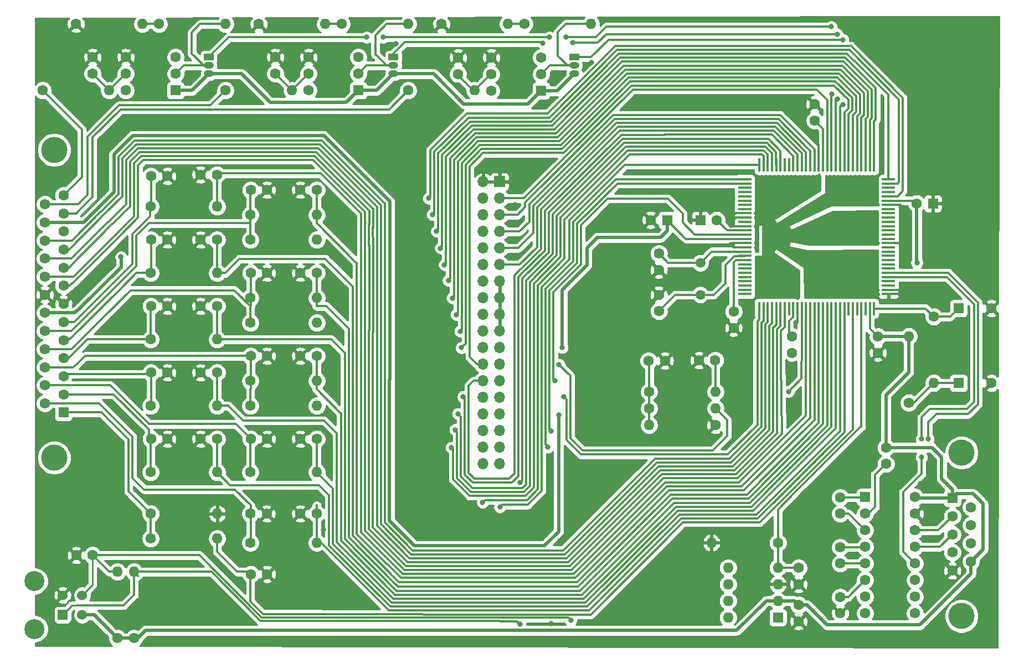
<source format=gbr>
%TF.GenerationSoftware,KiCad,Pcbnew,(5.1.6)-1*%
%TF.CreationDate,2020-07-18T16:19:53-07:00*%
%TF.ProjectId,BPEM488THD,4250454d-3438-4385-9448-442e6b696361,rev?*%
%TF.SameCoordinates,Original*%
%TF.FileFunction,Copper,L1,Top*%
%TF.FilePolarity,Positive*%
%FSLAX46Y46*%
G04 Gerber Fmt 4.6, Leading zero omitted, Abs format (unit mm)*
G04 Created by KiCad (PCBNEW (5.1.6)-1) date 2020-07-18 16:19:53*
%MOMM*%
%LPD*%
G01*
G04 APERTURE LIST*
%TA.AperFunction,ComponentPad*%
%ADD10C,4.000000*%
%TD*%
%TA.AperFunction,ComponentPad*%
%ADD11C,1.600000*%
%TD*%
%TA.AperFunction,ComponentPad*%
%ADD12R,1.600000X1.600000*%
%TD*%
%TA.AperFunction,ComponentPad*%
%ADD13O,1.600000X1.600000*%
%TD*%
%TA.AperFunction,SMDPad,CuDef*%
%ADD14R,2.032000X0.381000*%
%TD*%
%TA.AperFunction,SMDPad,CuDef*%
%ADD15R,0.381000X2.032000*%
%TD*%
%TA.AperFunction,ComponentPad*%
%ADD16C,1.500000*%
%TD*%
%TA.AperFunction,ComponentPad*%
%ADD17R,1.500000X1.000000*%
%TD*%
%TA.AperFunction,ComponentPad*%
%ADD18O,1.500000X1.000000*%
%TD*%
%TA.AperFunction,ComponentPad*%
%ADD19O,1.700000X1.700000*%
%TD*%
%TA.AperFunction,ComponentPad*%
%ADD20R,1.700000X1.700000*%
%TD*%
%TA.AperFunction,ComponentPad*%
%ADD21R,1.524000X1.524000*%
%TD*%
%TA.AperFunction,ComponentPad*%
%ADD22C,1.524000*%
%TD*%
%TA.AperFunction,ComponentPad*%
%ADD23C,3.048000*%
%TD*%
%TA.AperFunction,ViaPad*%
%ADD24C,0.800000*%
%TD*%
%TA.AperFunction,Conductor*%
%ADD25C,0.300000*%
%TD*%
%TA.AperFunction,Conductor*%
%ADD26C,0.508000*%
%TD*%
%TA.AperFunction,Conductor*%
%ADD27C,0.250000*%
%TD*%
%TA.AperFunction,Conductor*%
%ADD28C,0.254000*%
%TD*%
G04 APERTURE END LIST*
D10*
%TO.P,J202,0*%
%TO.N,N/C*%
X69065000Y-120976000D03*
X69065000Y-73876000D03*
D11*
%TO.P,J202,25*%
%TO.N,/Inputs_RS232/CKP*%
X67645000Y-82191000D03*
%TO.P,J202,24*%
%TO.N,+8V*%
X67645000Y-84961000D03*
%TO.P,J202,23*%
%TO.N,PA1*%
X67645000Y-87731000D03*
%TO.P,J202,22*%
%TO.N,PA3*%
X67645000Y-90501000D03*
%TO.P,J202,21*%
%TO.N,PA5*%
X67645000Y-93271000D03*
%TO.P,J202,20*%
%TO.N,GND*%
X67645000Y-96041000D03*
%TO.P,J202,19*%
%TO.N,VDD*%
X67645000Y-98811000D03*
%TO.P,J202,18*%
%TO.N,/Inputs_RS232/CLT*%
X67645000Y-101581000D03*
%TO.P,J202,17*%
%TO.N,/Inputs_RS232/MAT*%
X67645000Y-104351000D03*
%TO.P,J202,16*%
%TO.N,/Inputs_RS232/PAD03in*%
X67645000Y-107121000D03*
%TO.P,J202,15*%
%TO.N,/Inputs_RS232/MAP*%
X67645000Y-109891000D03*
%TO.P,J202,14*%
%TO.N,/Inputs_RS232/TPS*%
X67645000Y-112661000D03*
%TO.P,J202,13*%
%TO.N,/Inputs_RS232/VSPD*%
X70485000Y-80806000D03*
%TO.P,J202,12*%
%TO.N,/Inputs_RS232/CMP*%
X70485000Y-83576000D03*
%TO.P,J202,11*%
%TO.N,GND*%
X70485000Y-86346000D03*
%TO.P,J202,10*%
%TO.N,PA2*%
X70485000Y-89116000D03*
%TO.P,J202,9*%
%TO.N,PA4*%
X70485000Y-91886000D03*
%TO.P,J202,8*%
%TO.N,PA6*%
X70485000Y-94656000D03*
%TO.P,J202,7*%
%TO.N,GND*%
X70485000Y-97426000D03*
%TO.P,J202,6*%
%TO.N,/Inputs_RS232/EOP*%
X70485000Y-100196000D03*
%TO.P,J202,5*%
%TO.N,/Inputs_RS232/EFP*%
X70485000Y-102966000D03*
%TO.P,J202,4*%
%TO.N,/Inputs_RS232/Itrm*%
X70485000Y-105736000D03*
%TO.P,J202,3*%
%TO.N,/Inputs_RS232/Ftrm*%
X70485000Y-108506000D03*
%TO.P,J202,2*%
%TO.N,/Inputs_RS232/PAD12in*%
X70485000Y-111276000D03*
D12*
%TO.P,J202,1*%
%TO.N,/Inputs_RS232/EGO*%
X70485000Y-114046000D03*
%TD*%
D10*
%TO.P,J201,0*%
%TO.N,N/C*%
X207795000Y-120200000D03*
X207795000Y-145200000D03*
D11*
%TO.P,J201,9*%
%TO.N,VDD*%
X209215000Y-136855000D03*
%TO.P,J201,8*%
%TO.N,Net-(J201-Pad8)*%
X209215000Y-134085000D03*
%TO.P,J201,7*%
%TO.N,Net-(J201-Pad7)*%
X209215000Y-131315000D03*
%TO.P,J201,6*%
%TO.N,Net-(J201-Pad6)*%
X209215000Y-128545000D03*
%TO.P,J201,5*%
%TO.N,GND*%
X206375000Y-138240000D03*
%TO.P,J201,4*%
%TO.N,Net-(J201-Pad4)*%
X206375000Y-135470000D03*
%TO.P,J201,3*%
%TO.N,Net-(J201-Pad3)*%
X206375000Y-132700000D03*
%TO.P,J201,2*%
%TO.N,Net-(J201-Pad2)*%
X206375000Y-129930000D03*
D12*
%TO.P,J201,1*%
%TO.N,VDD*%
X206375000Y-127160000D03*
%TD*%
D13*
%TO.P,R211,2*%
%TO.N,PAD05*%
X109220000Y-133985000D03*
D11*
%TO.P,R211,1*%
%TO.N,/Inputs_RS232/TPS*%
X99060000Y-133985000D03*
%TD*%
%TO.P,C232,1*%
%TO.N,Net-(C232-Pad1)*%
X196215000Y-121920000D03*
%TO.P,C232,2*%
%TO.N,VDD*%
X196215000Y-119420000D03*
%TD*%
%TO.P,C231,2*%
%TO.N,Net-(C231-Pad2)*%
X189230000Y-134660000D03*
%TO.P,C231,1*%
%TO.N,Net-(C231-Pad1)*%
X189230000Y-137160000D03*
%TD*%
D14*
%TO.P,U301,112*%
%TO.N,/CPU/PP4*%
X196620500Y-78377300D03*
%TO.P,U301,111*%
%TO.N,/CPU/PP5*%
X196620500Y-79025000D03*
%TO.P,U301,110*%
%TO.N,Net-(U301-Pad110)*%
X196620500Y-79672700D03*
%TO.P,U301,109*%
%TO.N,Net-(U301-Pad109)*%
X196620500Y-80320400D03*
%TO.P,U301,108*%
%TO.N,/CPU/PK7*%
X196620500Y-80968100D03*
%TO.P,U301,107*%
%TO.N,VDD*%
X196620500Y-81628500D03*
%TO.P,U301,106*%
%TO.N,GND*%
X196620500Y-82276200D03*
%TO.P,U301,105*%
%TO.N,Net-(U301-Pad105)*%
X196620500Y-82923900D03*
%TO.P,U301,104*%
%TO.N,Net-(U301-Pad104)*%
X196620500Y-83571600D03*
%TO.P,U301,103*%
%TO.N,Net-(U301-Pad103)*%
X196620500Y-84219300D03*
%TO.P,U301,102*%
%TO.N,Net-(U301-Pad102)*%
X196620500Y-84879700D03*
%TO.P,U301,101*%
%TO.N,Net-(U301-Pad101)*%
X196620500Y-85527400D03*
%TO.P,U301,100*%
%TO.N,Net-(U301-Pad100)*%
X196620500Y-86175100D03*
%TO.P,U301,99*%
%TO.N,Net-(U301-Pad99)*%
X196620500Y-86822800D03*
%TO.P,U301,98*%
%TO.N,Net-(U301-Pad98)*%
X196620500Y-87483200D03*
%TO.P,U301,97*%
%TO.N,GND*%
X196620500Y-88130900D03*
%TO.P,U301,96*%
%TO.N,Net-(U301-Pad96)*%
X196620500Y-88778600D03*
%TO.P,U301,95*%
%TO.N,Net-(U301-Pad95)*%
X196620500Y-89426300D03*
%TO.P,U301,94*%
%TO.N,Net-(U301-Pad94)*%
X196620500Y-90086700D03*
%TO.P,U301,93*%
%TO.N,Net-(U301-Pad93)*%
X196620500Y-90734400D03*
%TO.P,U301,92*%
%TO.N,Net-(U301-Pad92)*%
X196620500Y-91382100D03*
%TO.P,U301,91*%
%TO.N,Net-(U301-Pad91)*%
X196620500Y-92029800D03*
%TO.P,U301,90*%
%TO.N,PS1*%
X196620500Y-92677500D03*
%TO.P,U301,89*%
%TO.N,PS0*%
X196620500Y-93337900D03*
%TO.P,U301,88*%
%TO.N,Net-(U301-Pad88)*%
X196620500Y-93985600D03*
%TO.P,U301,87*%
%TO.N,Net-(U301-Pad87)*%
X196620500Y-94633300D03*
%TO.P,U301,86*%
%TO.N,GND*%
X196620500Y-95281000D03*
%TO.P,U301,85*%
X196620500Y-95928700D03*
D15*
%TO.P,U301,84*%
%TO.N,Net-(C311-Pad1)*%
X194410700Y-98138500D03*
%TO.P,U301,83*%
%TO.N,VDD*%
X193763000Y-98138500D03*
%TO.P,U301,82*%
%TO.N,Net-(U301-Pad82)*%
X193115300Y-98138500D03*
%TO.P,U301,81*%
%TO.N,PAD07*%
X192467600Y-98138500D03*
%TO.P,U301,80*%
%TO.N,Net-(U301-Pad80)*%
X191819900Y-98138500D03*
%TO.P,U301,79*%
%TO.N,PAD06*%
X191159500Y-98138500D03*
%TO.P,U301,78*%
%TO.N,Net-(U301-Pad78)*%
X190511800Y-98138500D03*
%TO.P,U301,77*%
%TO.N,PAD05*%
X189864100Y-98138500D03*
%TO.P,U301,76*%
%TO.N,PAD12*%
X189216400Y-98138500D03*
%TO.P,U301,75*%
%TO.N,PAD04*%
X188568700Y-98138500D03*
%TO.P,U301,74*%
%TO.N,PAD11*%
X187908300Y-98138500D03*
%TO.P,U301,73*%
%TO.N,PAD03*%
X187260600Y-98138500D03*
%TO.P,U301,72*%
%TO.N,PAD10*%
X186612900Y-98138500D03*
%TO.P,U301,71*%
%TO.N,PAD02*%
X185965200Y-98138500D03*
%TO.P,U301,70*%
%TO.N,PAD09*%
X185304800Y-98138500D03*
%TO.P,U301,69*%
%TO.N,PAD01*%
X184657100Y-98138500D03*
%TO.P,U301,68*%
%TO.N,PAD08*%
X184009400Y-98138500D03*
%TO.P,U301,67*%
%TO.N,PAD00*%
X183361700Y-98138500D03*
%TO.P,U301,66*%
%TO.N,GND*%
X182701300Y-98138500D03*
%TO.P,U301,65*%
%TO.N,Net-(C304-Pad2)*%
X182053600Y-98138500D03*
%TO.P,U301,64*%
%TO.N,Net-(U301-Pad64)*%
X181405900Y-98138500D03*
%TO.P,U301,63*%
%TO.N,PA6*%
X180758200Y-98138500D03*
%TO.P,U301,62*%
%TO.N,PA5*%
X180110500Y-98138500D03*
%TO.P,U301,61*%
%TO.N,PA4*%
X179450100Y-98138500D03*
%TO.P,U301,60*%
%TO.N,PA3*%
X178802400Y-98138500D03*
%TO.P,U301,59*%
%TO.N,PA2*%
X178154700Y-98138500D03*
%TO.P,U301,58*%
%TO.N,PA1*%
X177507000Y-98138500D03*
%TO.P,U301,57*%
%TO.N,/CPU/PA0*%
X176859300Y-98138500D03*
D14*
%TO.P,U301,56*%
%TO.N,Net-(U301-Pad56)*%
X174649500Y-95928700D03*
%TO.P,U301,55*%
%TO.N,Net-(U301-Pad55)*%
X174649500Y-95281000D03*
%TO.P,U301,54*%
%TO.N,Net-(U301-Pad54)*%
X174649500Y-94633300D03*
%TO.P,U301,53*%
%TO.N,Net-(U301-Pad53)*%
X174649500Y-93985600D03*
%TO.P,U301,52*%
%TO.N,Net-(U301-Pad52)*%
X174649500Y-93337900D03*
%TO.P,U301,51*%
%TO.N,Net-(U301-Pad51)*%
X174649500Y-92677500D03*
%TO.P,U301,50*%
%TO.N,Net-(U301-Pad50)*%
X174649500Y-92029800D03*
%TO.P,U301,49*%
%TO.N,Net-(U301-Pad49)*%
X174649500Y-91382100D03*
%TO.P,U301,48*%
%TO.N,Net-(C310-Pad1)*%
X174649500Y-90734400D03*
%TO.P,U301,47*%
%TO.N,Net-(C302-Pad2)*%
X174649500Y-90086700D03*
%TO.P,U301,46*%
%TO.N,Net-(C301-Pad2)*%
X174649500Y-89426300D03*
%TO.P,U301,45*%
%TO.N,GND*%
X174649500Y-88778600D03*
%TO.P,U301,44*%
X174649500Y-88130900D03*
%TO.P,U301,43*%
%TO.N,VDD*%
X174649500Y-87483200D03*
%TO.P,U301,42*%
%TO.N,/CPU/RESET*%
X174649500Y-86822800D03*
%TO.P,U301,41*%
%TO.N,VDD*%
X174649500Y-86175100D03*
%TO.P,U301,40*%
%TO.N,GND*%
X174649500Y-85527400D03*
%TO.P,U301,39*%
%TO.N,Net-(U301-Pad39)*%
X174649500Y-84879700D03*
%TO.P,U301,38*%
%TO.N,GND*%
X174649500Y-84219300D03*
%TO.P,U301,37*%
X174649500Y-83571600D03*
%TO.P,U301,36*%
%TO.N,Net-(U301-Pad36)*%
X174649500Y-82923900D03*
%TO.P,U301,35*%
%TO.N,Net-(U301-Pad35)*%
X174649500Y-82276200D03*
%TO.P,U301,34*%
%TO.N,Net-(U301-Pad34)*%
X174649500Y-81628500D03*
%TO.P,U301,33*%
%TO.N,Net-(U301-Pad33)*%
X174649500Y-80968100D03*
%TO.P,U301,32*%
%TO.N,Net-(U301-Pad32)*%
X174649500Y-80320400D03*
%TO.P,U301,31*%
%TO.N,Net-(U301-Pad31)*%
X174649500Y-79672700D03*
%TO.P,U301,30*%
%TO.N,/CPU/PB6*%
X174649500Y-79025000D03*
%TO.P,U301,29*%
%TO.N,/CPU/PB5*%
X174649500Y-78377300D03*
D15*
%TO.P,U301,28*%
%TO.N,/CPU/PB4*%
X176859300Y-76167500D03*
%TO.P,U301,27*%
%TO.N,/CPU/PB3*%
X177507000Y-76167500D03*
%TO.P,U301,26*%
%TO.N,/CPU/PB2*%
X178154700Y-76167500D03*
%TO.P,U301,25*%
%TO.N,/CPU/PB1*%
X178802400Y-76167500D03*
%TO.P,U301,24*%
%TO.N,/CPU/PB0*%
X179450100Y-76167500D03*
%TO.P,U301,23*%
%TO.N,Net-(J301-Pad1)*%
X180110500Y-76167500D03*
%TO.P,U301,22*%
%TO.N,Net-(U301-Pad22)*%
X180758200Y-76167500D03*
%TO.P,U301,21*%
%TO.N,Net-(U301-Pad21)*%
X181405900Y-76167500D03*
%TO.P,U301,20*%
%TO.N,/CPU/PK4*%
X182053600Y-76167500D03*
%TO.P,U301,19*%
%TO.N,/CPU/PK5*%
X182701300Y-76167500D03*
%TO.P,U301,18*%
%TO.N,/CPU/PT7*%
X183361700Y-76167500D03*
%TO.P,U301,17*%
%TO.N,/CPU/PT6*%
X184009400Y-76167500D03*
%TO.P,U301,16*%
%TO.N,/CPU/PT5*%
X184657100Y-76167500D03*
%TO.P,U301,15*%
%TO.N,/CPU/PT4*%
X185304800Y-76167500D03*
%TO.P,U301,14*%
%TO.N,GND*%
X185965200Y-76167500D03*
%TO.P,U301,13*%
%TO.N,Net-(C303-Pad2)*%
X186612900Y-76167500D03*
%TO.P,U301,12*%
%TO.N,/CPU/PT3*%
X187260600Y-76167500D03*
%TO.P,U301,11*%
%TO.N,PT2*%
X187908300Y-76167500D03*
%TO.P,U301,10*%
%TO.N,PT1*%
X188568700Y-76167500D03*
%TO.P,U301,9*%
%TO.N,PT0*%
X189216400Y-76167500D03*
%TO.P,U301,8*%
%TO.N,/CPU/PK0*%
X189864100Y-76167500D03*
%TO.P,U301,7*%
%TO.N,/CPU/PK1*%
X190511800Y-76167500D03*
%TO.P,U301,6*%
%TO.N,/CPU/PK2*%
X191159500Y-76167500D03*
%TO.P,U301,5*%
%TO.N,/CPU/PK3*%
X191819900Y-76167500D03*
%TO.P,U301,4*%
%TO.N,/CPU/PP0*%
X192467600Y-76167500D03*
%TO.P,U301,3*%
%TO.N,/CPU/PP1*%
X193115300Y-76167500D03*
%TO.P,U301,2*%
%TO.N,/CPU/PP2*%
X193763000Y-76167500D03*
%TO.P,U301,1*%
%TO.N,/CPU/PP3*%
X194410700Y-76167500D03*
%TD*%
D11*
%TO.P,U205,9*%
%TO.N,Net-(U205-Pad9)*%
X200660000Y-144780000D03*
%TO.P,U205,8*%
%TO.N,Net-(U205-Pad8)*%
X193040000Y-144780000D03*
%TO.P,U205,16*%
%TO.N,VDD*%
X200660000Y-127000000D03*
%TO.P,U205,15*%
%TO.N,GND*%
X200660000Y-129540000D03*
%TO.P,U205,14*%
%TO.N,Net-(J201-Pad2)*%
X200660000Y-132080000D03*
%TO.P,U205,13*%
%TO.N,Net-(J201-Pad3)*%
X200660000Y-134620000D03*
%TO.P,U205,12*%
%TO.N,PS0*%
X200660000Y-137160000D03*
%TO.P,U205,11*%
%TO.N,PS1*%
X200660000Y-139700000D03*
%TO.P,U205,10*%
%TO.N,Net-(U205-Pad10)*%
X200660000Y-142240000D03*
%TO.P,U205,7*%
%TO.N,Net-(U205-Pad7)*%
X193040000Y-142240000D03*
%TO.P,U205,6*%
%TO.N,Net-(C233-Pad2)*%
X193040000Y-139700000D03*
%TO.P,U205,5*%
%TO.N,Net-(C231-Pad1)*%
X193040000Y-137160000D03*
%TO.P,U205,4*%
%TO.N,Net-(C231-Pad2)*%
X193040000Y-134620000D03*
%TO.P,U205,3*%
%TO.N,Net-(C230-Pad1)*%
X193040000Y-132080000D03*
%TO.P,U205,2*%
%TO.N,Net-(C232-Pad1)*%
X193040000Y-129540000D03*
D12*
%TO.P,U205,1*%
%TO.N,Net-(C230-Pad2)*%
X193040000Y-127000000D03*
%TD*%
D11*
%TO.P,C303,2*%
%TO.N,Net-(C303-Pad2)*%
X185320000Y-69368000D03*
%TO.P,C303,1*%
%TO.N,GND*%
X185320000Y-66868000D03*
%TD*%
%TO.P,C307,2*%
%TO.N,VDD*%
X170355000Y-84613000D03*
D12*
%TO.P,C307,1*%
%TO.N,GND*%
X167855000Y-84613000D03*
%TD*%
D16*
%TO.P,Y301,2*%
%TO.N,Net-(C301-Pad2)*%
X167855000Y-91163000D03*
%TO.P,Y301,1*%
%TO.N,Net-(C302-Pad2)*%
X167855000Y-96043000D03*
%TD*%
D11*
%TO.P,U204,6*%
%TO.N,Net-(U204-Pad6)*%
X80010000Y-64770000D03*
%TO.P,U204,5*%
%TO.N,Net-(C229-Pad2)*%
X80010000Y-62230000D03*
%TO.P,U204,4*%
%TO.N,GND*%
X80010000Y-59690000D03*
%TO.P,U204,3*%
%TO.N,Net-(U204-Pad3)*%
X87630000Y-59690000D03*
%TO.P,U204,2*%
%TO.N,Net-(Q203-Pad2)*%
X87630000Y-62230000D03*
D12*
%TO.P,U204,1*%
%TO.N,VDD*%
X87630000Y-64770000D03*
%TD*%
D11*
%TO.P,U203,6*%
%TO.N,Net-(U203-Pad6)*%
X107950000Y-64770000D03*
%TO.P,U203,5*%
%TO.N,Net-(C228-Pad2)*%
X107950000Y-62230000D03*
%TO.P,U203,4*%
%TO.N,GND*%
X107950000Y-59690000D03*
%TO.P,U203,3*%
%TO.N,Net-(U203-Pad3)*%
X115570000Y-59690000D03*
%TO.P,U203,2*%
%TO.N,Net-(Q202-Pad2)*%
X115570000Y-62230000D03*
D12*
%TO.P,U203,1*%
%TO.N,VDD*%
X115570000Y-64770000D03*
%TD*%
D11*
%TO.P,U202,6*%
%TO.N,Net-(U202-Pad6)*%
X135890000Y-64820000D03*
%TO.P,U202,5*%
%TO.N,Net-(C227-Pad2)*%
X135890000Y-62280000D03*
%TO.P,U202,4*%
%TO.N,GND*%
X135890000Y-59740000D03*
%TO.P,U202,3*%
%TO.N,Net-(U202-Pad3)*%
X143510000Y-59740000D03*
%TO.P,U202,2*%
%TO.N,Net-(Q201-Pad2)*%
X143510000Y-62280000D03*
D12*
%TO.P,U202,1*%
%TO.N,VDD*%
X143510000Y-64820000D03*
%TD*%
D13*
%TO.P,U201,8*%
%TO.N,Net-(U201-Pad8)*%
X172085000Y-145415000D03*
%TO.P,U201,4*%
%TO.N,PAD07*%
X179705000Y-137795000D03*
%TO.P,U201,7*%
%TO.N,Net-(U201-Pad7)*%
X172085000Y-142875000D03*
%TO.P,U201,3*%
%TO.N,GND*%
X179705000Y-140335000D03*
%TO.P,U201,6*%
%TO.N,Net-(U201-Pad6)*%
X172085000Y-140335000D03*
%TO.P,U201,2*%
%TO.N,VDD*%
X179705000Y-142875000D03*
%TO.P,U201,5*%
%TO.N,Net-(U201-Pad5)*%
X172085000Y-137795000D03*
D12*
%TO.P,U201,1*%
%TO.N,Net-(U201-Pad1)*%
X179705000Y-145415000D03*
%TD*%
D13*
%TO.P,R304,2*%
%TO.N,VDD*%
X199715000Y-102393000D03*
D11*
%TO.P,R304,1*%
%TO.N,Net-(C312-Pad1)*%
X199715000Y-112553000D03*
%TD*%
D13*
%TO.P,R303,2*%
%TO.N,Net-(C312-Pad1)*%
X203525000Y-109543000D03*
D11*
%TO.P,R303,1*%
%TO.N,Net-(C311-Pad1)*%
X203525000Y-99383000D03*
%TD*%
D13*
%TO.P,R302,2*%
%TO.N,/CPU/RESET*%
X78740000Y-138430000D03*
D11*
%TO.P,R302,1*%
%TO.N,VDD*%
X78740000Y-148590000D03*
%TD*%
D13*
%TO.P,R301,2*%
%TO.N,Net-(J301-Pad1)*%
X81280000Y-138430000D03*
D11*
%TO.P,R301,1*%
%TO.N,VDD*%
X81280000Y-148590000D03*
%TD*%
D13*
%TO.P,R225,2*%
%TO.N,Net-(C227-Pad2)*%
X133350000Y-64770000D03*
D11*
%TO.P,R225,1*%
%TO.N,/Inputs_RS232/CMP*%
X123190000Y-64770000D03*
%TD*%
D13*
%TO.P,R214,2*%
%TO.N,Net-(C209-Pad2)*%
X160000000Y-115976000D03*
D11*
%TO.P,R214,1*%
%TO.N,GND*%
X170160000Y-115976000D03*
%TD*%
D13*
%TO.P,R204,2*%
%TO.N,VDD*%
X109220000Y-87630000D03*
D11*
%TO.P,R204,1*%
%TO.N,/Inputs_RS232/CLT*%
X99060000Y-87630000D03*
%TD*%
D13*
%TO.P,R203,2*%
%TO.N,PAD00*%
X170160000Y-110896000D03*
D11*
%TO.P,R203,1*%
%TO.N,Net-(C209-Pad2)*%
X160000000Y-110896000D03*
%TD*%
D13*
%TO.P,R202,2*%
%TO.N,+BATT*%
X170160000Y-113436000D03*
D11*
%TO.P,R202,1*%
%TO.N,Net-(C209-Pad2)*%
X160000000Y-113436000D03*
%TD*%
D13*
%TO.P,R201,2*%
%TO.N,GND*%
X169545000Y-133985000D03*
D11*
%TO.P,R201,1*%
%TO.N,PAD07*%
X179705000Y-133985000D03*
%TD*%
D17*
%TO.P,Q203,1*%
%TO.N,PT2*%
X92710000Y-59690000D03*
D18*
%TO.P,Q203,3*%
%TO.N,VDD*%
X92710000Y-62230000D03*
%TO.P,Q203,2*%
%TO.N,Net-(Q203-Pad2)*%
X92710000Y-60960000D03*
%TD*%
D17*
%TO.P,Q202,1*%
%TO.N,PT1*%
X120930000Y-59690000D03*
D18*
%TO.P,Q202,3*%
%TO.N,VDD*%
X120930000Y-62230000D03*
%TO.P,Q202,2*%
%TO.N,Net-(Q202-Pad2)*%
X120930000Y-60960000D03*
%TD*%
D17*
%TO.P,Q201,1*%
%TO.N,PT0*%
X148590000Y-59690000D03*
D18*
%TO.P,Q201,3*%
%TO.N,VDD*%
X148590000Y-62230000D03*
%TO.P,Q201,2*%
%TO.N,Net-(Q201-Pad2)*%
X148590000Y-60960000D03*
%TD*%
D19*
%TO.P,J302,36*%
%TO.N,/CPU/PB3*%
X134620000Y-121920000D03*
%TO.P,J302,35*%
%TO.N,/CPU/PB4*%
X137160000Y-121920000D03*
%TO.P,J302,34*%
%TO.N,/CPU/PB2*%
X134620000Y-119380000D03*
%TO.P,J302,33*%
%TO.N,/CPU/PB5*%
X137160000Y-119380000D03*
%TO.P,J302,32*%
%TO.N,/CPU/PB1*%
X134620000Y-116840000D03*
%TO.P,J302,31*%
%TO.N,/CPU/PB6*%
X137160000Y-116840000D03*
%TO.P,J302,30*%
%TO.N,/CPU/PB0*%
X134620000Y-114300000D03*
%TO.P,J302,29*%
%TO.N,+8V*%
X137160000Y-114300000D03*
%TO.P,J302,28*%
%TO.N,/CPU/PK4*%
X134620000Y-111760000D03*
%TO.P,J302,27*%
%TO.N,/CPU/PA0*%
X137160000Y-111760000D03*
%TO.P,J302,26*%
%TO.N,/CPU/PK5*%
X134620000Y-109220000D03*
%TO.P,J302,25*%
%TO.N,/CPU/RESET*%
X137160000Y-109220000D03*
%TO.P,J302,24*%
%TO.N,/CPU/PK0*%
X134620000Y-106680000D03*
%TO.P,J302,23*%
%TO.N,+BATT*%
X137160000Y-106680000D03*
%TO.P,J302,22*%
%TO.N,/CPU/PK1*%
X134620000Y-104140000D03*
%TO.P,J302,21*%
%TO.N,VDD*%
X137160000Y-104140000D03*
%TO.P,J302,20*%
%TO.N,/CPU/PK2*%
X134620000Y-101600000D03*
%TO.P,J302,19*%
%TO.N,GND*%
X137160000Y-101600000D03*
%TO.P,J302,18*%
%TO.N,/CPU/PK3*%
X134620000Y-99060000D03*
%TO.P,J302,17*%
%TO.N,GND*%
X137160000Y-99060000D03*
%TO.P,J302,16*%
%TO.N,/CPU/PP0*%
X134620000Y-96520000D03*
%TO.P,J302,15*%
%TO.N,GND*%
X137160000Y-96520000D03*
%TO.P,J302,14*%
%TO.N,/CPU/PP1*%
X134620000Y-93980000D03*
%TO.P,J302,13*%
%TO.N,GND*%
X137160000Y-93980000D03*
%TO.P,J302,12*%
%TO.N,/CPU/PP2*%
X134620000Y-91440000D03*
%TO.P,J302,11*%
%TO.N,/CPU/PT7*%
X137160000Y-91440000D03*
%TO.P,J302,10*%
%TO.N,/CPU/PP3*%
X134620000Y-88900000D03*
%TO.P,J302,9*%
%TO.N,/CPU/PT6*%
X137160000Y-88900000D03*
%TO.P,J302,8*%
%TO.N,/CPU/PP4*%
X134620000Y-86360000D03*
%TO.P,J302,7*%
%TO.N,/CPU/PT5*%
X137160000Y-86360000D03*
%TO.P,J302,6*%
%TO.N,/CPU/PP5*%
X134620000Y-83820000D03*
%TO.P,J302,5*%
%TO.N,/CPU/PT4*%
X137160000Y-83820000D03*
%TO.P,J302,4*%
%TO.N,/CPU/PK7*%
X134620000Y-81280000D03*
%TO.P,J302,3*%
%TO.N,/CPU/PT3*%
X137160000Y-81280000D03*
%TO.P,J302,2*%
%TO.N,GND*%
X134620000Y-78740000D03*
D20*
%TO.P,J302,1*%
X137160000Y-78740000D03*
%TD*%
D21*
%TO.P,J301,1*%
%TO.N,Net-(J301-Pad1)*%
X70358000Y-145010000D03*
D22*
%TO.P,J301,2*%
%TO.N,GND*%
X70358000Y-142010000D03*
D23*
%TO.P,J301,*%
%TO.N,*%
X66038000Y-147170000D03*
X66038000Y-139850000D03*
D22*
%TO.P,J301,3*%
%TO.N,VDD*%
X73358000Y-145010000D03*
%TO.P,J301,4*%
%TO.N,/CPU/RESET*%
X73358000Y-142010000D03*
%TD*%
D11*
%TO.P,C312,2*%
%TO.N,GND*%
X212335000Y-109543000D03*
D12*
%TO.P,C312,1*%
%TO.N,Net-(C312-Pad1)*%
X207335000Y-109543000D03*
%TD*%
D11*
%TO.P,C311,2*%
%TO.N,GND*%
X212335000Y-98113000D03*
D12*
%TO.P,C311,1*%
%TO.N,Net-(C311-Pad1)*%
X207335000Y-98113000D03*
%TD*%
D11*
%TO.P,C310,2*%
%TO.N,GND*%
X172935000Y-101118000D03*
%TO.P,C310,1*%
%TO.N,Net-(C310-Pad1)*%
X172935000Y-98618000D03*
%TD*%
%TO.P,C309,2*%
%TO.N,GND*%
X160275000Y-84613000D03*
D12*
%TO.P,C309,1*%
%TO.N,VDD*%
X162775000Y-84613000D03*
%TD*%
D11*
%TO.P,C308,2*%
%TO.N,GND*%
X72430000Y-135890000D03*
%TO.P,C308,1*%
%TO.N,/CPU/RESET*%
X74930000Y-135890000D03*
%TD*%
%TO.P,C306,2*%
%TO.N,VDD*%
X200915000Y-82073000D03*
D12*
%TO.P,C306,1*%
%TO.N,GND*%
X203415000Y-82073000D03*
%TD*%
D11*
%TO.P,C305,2*%
%TO.N,VDD*%
X195005000Y-102433000D03*
%TO.P,C305,1*%
%TO.N,GND*%
X195005000Y-104933000D03*
%TD*%
%TO.P,C304,2*%
%TO.N,Net-(C304-Pad2)*%
X181855000Y-102433000D03*
%TO.P,C304,1*%
%TO.N,GND*%
X181855000Y-104933000D03*
%TD*%
%TO.P,C302,2*%
%TO.N,Net-(C302-Pad2)*%
X161505000Y-98543000D03*
%TO.P,C302,1*%
%TO.N,GND*%
X161505000Y-96043000D03*
%TD*%
%TO.P,C301,2*%
%TO.N,Net-(C301-Pad2)*%
X161505000Y-89733000D03*
%TO.P,C301,1*%
%TO.N,GND*%
X161505000Y-92233000D03*
%TD*%
%TO.P,C229,2*%
%TO.N,Net-(C229-Pad2)*%
X74930000Y-62190000D03*
%TO.P,C229,1*%
%TO.N,GND*%
X74930000Y-59690000D03*
%TD*%
%TO.P,C228,2*%
%TO.N,Net-(C228-Pad2)*%
X102870000Y-62190000D03*
%TO.P,C228,1*%
%TO.N,GND*%
X102870000Y-59690000D03*
%TD*%
%TO.P,C227,2*%
%TO.N,Net-(C227-Pad2)*%
X130810000Y-62240000D03*
%TO.P,C227,1*%
%TO.N,GND*%
X130810000Y-59740000D03*
%TD*%
%TO.P,C218,2*%
%TO.N,GND*%
X182880000Y-146010000D03*
%TO.P,C218,1*%
%TO.N,VDD*%
X182880000Y-143510000D03*
%TD*%
%TO.P,C217,2*%
%TO.N,PAD07*%
X182880000Y-137835000D03*
%TO.P,C217,1*%
%TO.N,GND*%
X182880000Y-140335000D03*
%TD*%
%TO.P,C212,2*%
%TO.N,/Inputs_RS232/PAD03in*%
X99100000Y-105410000D03*
%TO.P,C212,1*%
%TO.N,GND*%
X101600000Y-105410000D03*
%TD*%
%TO.P,C211,2*%
%TO.N,/Inputs_RS232/MAT*%
X99100000Y-92710000D03*
%TO.P,C211,1*%
%TO.N,GND*%
X101600000Y-92710000D03*
%TD*%
%TO.P,C210,2*%
%TO.N,/Inputs_RS232/CLT*%
X99100000Y-80010000D03*
%TO.P,C210,1*%
%TO.N,GND*%
X101600000Y-80010000D03*
%TD*%
%TO.P,C209,2*%
%TO.N,Net-(C209-Pad2)*%
X159940000Y-106136000D03*
%TO.P,C209,1*%
%TO.N,GND*%
X162440000Y-106136000D03*
%TD*%
%TO.P,C204,2*%
%TO.N,PAD03*%
X109180000Y-105410000D03*
%TO.P,C204,1*%
%TO.N,GND*%
X106680000Y-105410000D03*
%TD*%
%TO.P,C203,2*%
%TO.N,PAD02*%
X109180000Y-92710000D03*
%TO.P,C203,1*%
%TO.N,GND*%
X106680000Y-92710000D03*
%TD*%
%TO.P,C202,2*%
%TO.N,PAD01*%
X109180000Y-80010000D03*
%TO.P,C202,1*%
%TO.N,GND*%
X106680000Y-80010000D03*
%TD*%
%TO.P,C201,2*%
%TO.N,PAD00*%
X170120000Y-106070000D03*
%TO.P,C201,1*%
%TO.N,GND*%
X167620000Y-106070000D03*
%TD*%
%TO.P,C205,2*%
%TO.N,PAD04*%
X109180000Y-118110000D03*
%TO.P,C205,1*%
%TO.N,GND*%
X106680000Y-118110000D03*
%TD*%
%TO.P,C206,1*%
%TO.N,GND*%
X106680000Y-129540000D03*
%TO.P,C206,2*%
%TO.N,PAD05*%
X109180000Y-129540000D03*
%TD*%
%TO.P,C207,2*%
%TO.N,PAD06*%
X99120000Y-138800000D03*
%TO.P,C207,1*%
%TO.N,GND*%
X101620000Y-138800000D03*
%TD*%
%TO.P,C208,1*%
%TO.N,GND*%
X91440000Y-77650000D03*
%TO.P,C208,2*%
%TO.N,PAD08*%
X93940000Y-77650000D03*
%TD*%
%TO.P,C213,1*%
%TO.N,GND*%
X101600000Y-118110000D03*
%TO.P,C213,2*%
%TO.N,/Inputs_RS232/MAP*%
X99100000Y-118110000D03*
%TD*%
%TO.P,C214,2*%
%TO.N,/Inputs_RS232/TPS*%
X99060000Y-129540000D03*
%TO.P,C214,1*%
%TO.N,GND*%
X101560000Y-129540000D03*
%TD*%
%TO.P,C216,1*%
%TO.N,GND*%
X86360000Y-77880000D03*
%TO.P,C216,2*%
%TO.N,/Inputs_RS232/EOP*%
X83860000Y-77880000D03*
%TD*%
%TO.P,C219,2*%
%TO.N,PAD09*%
X93940000Y-87630000D03*
%TO.P,C219,1*%
%TO.N,GND*%
X91440000Y-87630000D03*
%TD*%
%TO.P,C220,1*%
%TO.N,GND*%
X91440000Y-97790000D03*
%TO.P,C220,2*%
%TO.N,PAD10*%
X93940000Y-97790000D03*
%TD*%
%TO.P,C221,2*%
%TO.N,PAD11*%
X93940000Y-107950000D03*
%TO.P,C221,1*%
%TO.N,GND*%
X91440000Y-107950000D03*
%TD*%
%TO.P,C222,1*%
%TO.N,GND*%
X91440000Y-118110000D03*
%TO.P,C222,2*%
%TO.N,PAD12*%
X93940000Y-118110000D03*
%TD*%
%TO.P,C223,2*%
%TO.N,/Inputs_RS232/EFP*%
X83860000Y-87630000D03*
%TO.P,C223,1*%
%TO.N,GND*%
X86360000Y-87630000D03*
%TD*%
%TO.P,C224,1*%
%TO.N,GND*%
X86360000Y-97790000D03*
%TO.P,C224,2*%
%TO.N,/Inputs_RS232/Itrm*%
X83860000Y-97790000D03*
%TD*%
%TO.P,C225,2*%
%TO.N,/Inputs_RS232/Ftrm*%
X83860000Y-107950000D03*
%TO.P,C225,1*%
%TO.N,GND*%
X86360000Y-107950000D03*
%TD*%
%TO.P,C226,1*%
%TO.N,GND*%
X86360000Y-118110000D03*
%TO.P,C226,2*%
%TO.N,/Inputs_RS232/PAD12in*%
X83860000Y-118110000D03*
%TD*%
%TO.P,C230,1*%
%TO.N,Net-(C230-Pad1)*%
X189230000Y-129540000D03*
%TO.P,C230,2*%
%TO.N,Net-(C230-Pad2)*%
X189230000Y-127040000D03*
%TD*%
%TO.P,C233,2*%
%TO.N,Net-(C233-Pad2)*%
X189230000Y-142280000D03*
%TO.P,C233,1*%
%TO.N,GND*%
X189230000Y-144780000D03*
%TD*%
%TO.P,R205,1*%
%TO.N,/Inputs_RS232/CLT*%
X99060000Y-83820000D03*
D13*
%TO.P,R205,2*%
%TO.N,PAD01*%
X109220000Y-83820000D03*
%TD*%
%TO.P,R206,2*%
%TO.N,VDD*%
X109220000Y-100330000D03*
D11*
%TO.P,R206,1*%
%TO.N,/Inputs_RS232/MAT*%
X99060000Y-100330000D03*
%TD*%
D13*
%TO.P,R207,2*%
%TO.N,PAD02*%
X109220000Y-96520000D03*
D11*
%TO.P,R207,1*%
%TO.N,/Inputs_RS232/MAT*%
X99060000Y-96520000D03*
%TD*%
D13*
%TO.P,R208,2*%
%TO.N,VDD*%
X109220000Y-113030000D03*
D11*
%TO.P,R208,1*%
%TO.N,/Inputs_RS232/PAD03in*%
X99060000Y-113030000D03*
%TD*%
%TO.P,R209,1*%
%TO.N,/Inputs_RS232/PAD03in*%
X99060000Y-109220000D03*
D13*
%TO.P,R209,2*%
%TO.N,PAD03*%
X109220000Y-109220000D03*
%TD*%
D11*
%TO.P,R210,1*%
%TO.N,/Inputs_RS232/MAP*%
X99060000Y-123190000D03*
D13*
%TO.P,R210,2*%
%TO.N,PAD04*%
X109220000Y-123190000D03*
%TD*%
D11*
%TO.P,R212,1*%
%TO.N,/Inputs_RS232/EGO*%
X83820000Y-133350000D03*
D13*
%TO.P,R212,2*%
%TO.N,PAD06*%
X93980000Y-133350000D03*
%TD*%
%TO.P,R213,2*%
%TO.N,PAD08*%
X93980000Y-82550000D03*
D11*
%TO.P,R213,1*%
%TO.N,/Inputs_RS232/EOP*%
X83820000Y-82550000D03*
%TD*%
D13*
%TO.P,R215,2*%
%TO.N,PAD09*%
X93980000Y-92710000D03*
D11*
%TO.P,R215,1*%
%TO.N,/Inputs_RS232/EFP*%
X83820000Y-92710000D03*
%TD*%
%TO.P,R216,1*%
%TO.N,/Inputs_RS232/Itrm*%
X83820000Y-102870000D03*
D13*
%TO.P,R216,2*%
%TO.N,PAD10*%
X93980000Y-102870000D03*
%TD*%
%TO.P,R217,2*%
%TO.N,PAD11*%
X93980000Y-113030000D03*
D11*
%TO.P,R217,1*%
%TO.N,/Inputs_RS232/Ftrm*%
X83820000Y-113030000D03*
%TD*%
%TO.P,R218,1*%
%TO.N,/Inputs_RS232/PAD12in*%
X83820000Y-123190000D03*
D13*
%TO.P,R218,2*%
%TO.N,PAD12*%
X93980000Y-123190000D03*
%TD*%
D11*
%TO.P,R219,1*%
%TO.N,Net-(R219-Pad1)*%
X140970000Y-54610000D03*
D13*
%TO.P,R219,2*%
%TO.N,Net-(Q201-Pad2)*%
X151130000Y-54610000D03*
%TD*%
%TO.P,R220,2*%
%TO.N,Net-(Q202-Pad2)*%
X123190000Y-54610000D03*
D11*
%TO.P,R220,1*%
%TO.N,Net-(R220-Pad1)*%
X113030000Y-54610000D03*
%TD*%
%TO.P,R221,1*%
%TO.N,Net-(R221-Pad1)*%
X85090000Y-54610000D03*
D13*
%TO.P,R221,2*%
%TO.N,Net-(Q203-Pad2)*%
X95250000Y-54610000D03*
%TD*%
%TO.P,R222,2*%
%TO.N,Net-(R219-Pad1)*%
X138430000Y-54610000D03*
D11*
%TO.P,R222,1*%
%TO.N,GND*%
X128270000Y-54610000D03*
%TD*%
%TO.P,R223,1*%
%TO.N,GND*%
X100330000Y-54610000D03*
D13*
%TO.P,R223,2*%
%TO.N,Net-(R220-Pad1)*%
X110490000Y-54610000D03*
%TD*%
%TO.P,R224,2*%
%TO.N,Net-(R221-Pad1)*%
X82550000Y-54610000D03*
D11*
%TO.P,R224,1*%
%TO.N,GND*%
X72390000Y-54610000D03*
%TD*%
%TO.P,R226,1*%
%TO.N,/Inputs_RS232/CKP*%
X95250000Y-64770000D03*
D13*
%TO.P,R226,2*%
%TO.N,Net-(C228-Pad2)*%
X105410000Y-64770000D03*
%TD*%
%TO.P,R227,2*%
%TO.N,Net-(C229-Pad2)*%
X77470000Y-64770000D03*
D11*
%TO.P,R227,1*%
%TO.N,/Inputs_RS232/VSPD*%
X67310000Y-64770000D03*
%TD*%
%TO.P,R228,1*%
%TO.N,/Inputs_RS232/EGO*%
X83820000Y-129540000D03*
D13*
%TO.P,R228,2*%
%TO.N,GND*%
X93980000Y-129540000D03*
%TD*%
D24*
%TO.N,PAD00*%
X181340000Y-110850000D03*
%TO.N,GND*%
X184650000Y-71708000D03*
X182460000Y-100328000D03*
X198880000Y-88148000D03*
X198880000Y-94708000D03*
X198880000Y-96178000D03*
X172540000Y-83178000D03*
X172540000Y-88398000D03*
X172540000Y-84638000D03*
X198880000Y-82718000D03*
X172540000Y-85425100D03*
X181930000Y-113080000D03*
X181720000Y-108060000D03*
X156450000Y-122830000D03*
X150110000Y-129630000D03*
X150210000Y-122480000D03*
X146350000Y-133690000D03*
X142240000Y-131000000D03*
X144830000Y-122830000D03*
X145000000Y-146380000D03*
X99020000Y-146230000D03*
X92370000Y-139680000D03*
X90440000Y-137140000D03*
X76240000Y-139070000D03*
X76750000Y-144810000D03*
X84460000Y-145770000D03*
X84360000Y-137040000D03*
X110240000Y-131970000D03*
X81420000Y-109450000D03*
X81590000Y-111670000D03*
X113300000Y-96530000D03*
X90210000Y-62760000D03*
X92250000Y-56460000D03*
X144100000Y-54820000D03*
X118010000Y-62410000D03*
X145800000Y-62320000D03*
X143850000Y-67120000D03*
X151220000Y-60460000D03*
X121290000Y-57610000D03*
X139500000Y-82300000D03*
X139680000Y-84970000D03*
X139850000Y-87540000D03*
X139850000Y-90030000D03*
X115480000Y-54260000D03*
X196697600Y-144018000D03*
X196697600Y-126669800D03*
X191262000Y-135966200D03*
X191262000Y-128549400D03*
X207060800Y-103936800D03*
X198170800Y-115493800D03*
X197205600Y-99923600D03*
X204165200Y-125450600D03*
X201472800Y-124891800D03*
X204216000Y-133324600D03*
%TO.N,VDD*%
X79280000Y-90250000D03*
X200970000Y-91140000D03*
X146740000Y-104110000D03*
%TO.N,/CPU/RESET*%
X145650086Y-109160000D03*
X148050000Y-145860000D03*
%TO.N,Net-(J301-Pad1)*%
X140256041Y-124746041D03*
X140280000Y-146450000D03*
%TO.N,+8V*%
X146200000Y-114400000D03*
%TO.N,+BATT*%
X146250096Y-106720000D03*
%TO.N,/CPU/PB6*%
X145050076Y-116850000D03*
%TO.N,/CPU/PB5*%
X144520000Y-119370000D03*
%TO.N,/CPU/PP5*%
X126929920Y-83770000D03*
%TO.N,/CPU/PB4*%
X137210000Y-128520000D03*
%TO.N,/CPU/PP4*%
X127529930Y-86330000D03*
%TO.N,/CPU/PB3*%
X134570000Y-127800000D03*
%TO.N,/CPU/PP3*%
X128129940Y-88910000D03*
%TO.N,/CPU/PB2*%
X129789970Y-119420000D03*
%TO.N,/CPU/PP2*%
X128729950Y-91460000D03*
%TO.N,/CPU/PB1*%
X130360000Y-116680000D03*
%TO.N,/CPU/PP1*%
X129329960Y-93850000D03*
%TO.N,/CPU/PB0*%
X130820000Y-114250000D03*
%TO.N,/CPU/PP0*%
X129929970Y-96540000D03*
%TO.N,/CPU/PK3*%
X130529980Y-99080000D03*
%TO.N,/CPU/PK7*%
X126329910Y-81280000D03*
%TO.N,/CPU/PK2*%
X131129990Y-101610000D03*
%TO.N,/CPU/PK1*%
X131330000Y-104130000D03*
%TO.N,/CPU/PK4*%
X131590000Y-111660000D03*
%TO.N,PT0*%
X189620000Y-66908000D03*
X189630000Y-57008000D03*
%TO.N,PT1*%
X188770000Y-66088000D03*
X188760000Y-56148000D03*
X143770000Y-57500000D03*
X148336000Y-57492000D03*
%TO.N,PT2*%
X187920000Y-65320762D03*
X187870000Y-55038000D03*
X116840000Y-56642000D03*
X119380000Y-56642000D03*
X144780000Y-56642000D03*
X147320000Y-56642000D03*
%TO.N,PS0*%
X201676000Y-120904000D03*
X201676000Y-118110000D03*
%TO.N,PS1*%
X202692000Y-118110000D03*
%TO.N,/CPU/PA0*%
X146960000Y-111660000D03*
%TD*%
D25*
%TO.N,PAD00*%
X170160000Y-106110000D02*
X170120000Y-106070000D01*
X170160000Y-110896000D02*
X170160000Y-106110000D01*
X183361700Y-105536300D02*
X183320000Y-106920000D01*
X183361700Y-98138500D02*
X183361700Y-105536300D01*
X183320000Y-106920000D02*
X183320000Y-108870000D01*
X183320000Y-108870000D02*
X181340000Y-110850000D01*
%TO.N,GND*%
X185965200Y-76167500D02*
X185965200Y-73023200D01*
X185965200Y-73023200D02*
X184650000Y-71708000D01*
X182701300Y-98138500D02*
X182701300Y-100086700D01*
X182701300Y-100086700D02*
X182460000Y-100328000D01*
X198862900Y-88130900D02*
X198880000Y-88148000D01*
X196620500Y-88130900D02*
X198862900Y-88130900D01*
X198307000Y-95281000D02*
X198880000Y-94708000D01*
X196620500Y-95281000D02*
X198307000Y-95281000D01*
X198840000Y-96178000D02*
X198880000Y-96178000D01*
X198590700Y-95928700D02*
X198840000Y-96178000D01*
X198307000Y-95281000D02*
X198307000Y-95906400D01*
X196620500Y-95928700D02*
X198329300Y-95928700D01*
X198307000Y-95906400D02*
X198329300Y-95928700D01*
X198329300Y-95928700D02*
X198590700Y-95928700D01*
X174649500Y-83571600D02*
X172933600Y-83571600D01*
X172933600Y-83571600D02*
X172540000Y-83178000D01*
X174649500Y-84219300D02*
X172958700Y-84219300D01*
X172958700Y-84219300D02*
X172540000Y-84638000D01*
X172920600Y-88778600D02*
X172540000Y-88398000D01*
X174649500Y-88778600D02*
X172920600Y-88778600D01*
X172807100Y-88130900D02*
X172540000Y-88398000D01*
X174649500Y-88130900D02*
X172807100Y-88130900D01*
X198438200Y-82276200D02*
X198880000Y-82718000D01*
X196620500Y-82276200D02*
X198438200Y-82276200D01*
X174649500Y-85527400D02*
X172642300Y-85527400D01*
X172642300Y-85527400D02*
X172540000Y-85425100D01*
%TO.N,PAD01*%
X184657100Y-98138500D02*
X184657100Y-105937984D01*
X109180000Y-85050000D02*
X109220000Y-85090000D01*
X109180000Y-80010000D02*
X109180000Y-85050000D01*
X184657100Y-114892900D02*
X174160030Y-125389970D01*
X184657100Y-105937984D02*
X184657100Y-114892900D01*
X174160030Y-125389970D02*
X167910000Y-125389970D01*
X167910000Y-125389970D02*
X167880000Y-125389970D01*
X167910000Y-125389970D02*
X162717207Y-125389970D01*
X148757177Y-139350000D02*
X122110000Y-139350000D01*
X162717207Y-125389970D02*
X148757177Y-139350000D01*
X119980000Y-137220000D02*
X119878336Y-137220000D01*
X122110000Y-139350000D02*
X119980000Y-137220000D01*
X119878336Y-137220000D02*
X115300070Y-132641734D01*
X115300070Y-132641734D02*
X115300070Y-127280000D01*
X115300070Y-127280000D02*
X115300070Y-100249930D01*
X115300070Y-100249930D02*
X115300070Y-99879930D01*
X115260000Y-91130000D02*
X109220000Y-85090000D01*
X115300070Y-100249930D02*
X115300070Y-91170070D01*
X115300070Y-91170070D02*
X115260000Y-91130000D01*
%TO.N,PAD02*%
X109180000Y-97750000D02*
X109220000Y-97790000D01*
X109180000Y-92710000D02*
X109180000Y-97750000D01*
X185965200Y-106164800D02*
X185965200Y-106326968D01*
X185965200Y-106164800D02*
X185965200Y-115619174D01*
X185965200Y-98138500D02*
X185965200Y-106164800D01*
X185965200Y-115619174D02*
X174994384Y-126589990D01*
X167669990Y-126589990D02*
X163311467Y-126589991D01*
X167669990Y-126589990D02*
X167450000Y-126589990D01*
X174994384Y-126589990D02*
X167669990Y-126589990D01*
X121661252Y-140700000D02*
X121185626Y-140224374D01*
X163311467Y-126589991D02*
X149201458Y-140700000D01*
X149201458Y-140700000D02*
X121661252Y-140700000D01*
X121185626Y-140224374D02*
X114100050Y-133138798D01*
X109220000Y-97790000D02*
X110660000Y-97790000D01*
X110660000Y-97790000D02*
X114100050Y-101230050D01*
X114100050Y-133138798D02*
X114100050Y-126500050D01*
X114100050Y-101230050D02*
X114100050Y-126500050D01*
X114100050Y-126500050D02*
X114100050Y-126197054D01*
%TO.N,PAD03*%
X187260600Y-98138500D02*
X187260600Y-105987400D01*
X109180000Y-110450000D02*
X109220000Y-110490000D01*
X109180000Y-105410000D02*
X109180000Y-110450000D01*
X187260600Y-105987400D02*
X187260600Y-116020858D01*
X187260600Y-116020858D02*
X175411508Y-127869950D01*
X175411508Y-127869950D02*
X166860000Y-127869950D01*
X149760000Y-141950000D02*
X149760000Y-141959179D01*
X166860000Y-127869950D02*
X163840050Y-127869950D01*
X163840050Y-127869950D02*
X149760000Y-141950000D01*
X149760000Y-141959179D02*
X121182799Y-141918631D01*
X121182799Y-141918631D02*
X112900030Y-133635862D01*
X112900030Y-133635862D02*
X112900030Y-126070030D01*
X112900030Y-126070030D02*
X112900030Y-125699990D01*
X112800000Y-114070000D02*
X109220000Y-110490000D01*
X112900030Y-126070030D02*
X112900030Y-114170030D01*
X112900030Y-114170030D02*
X112800000Y-114070000D01*
%TO.N,PAD04*%
X109180000Y-123150000D02*
X109220000Y-123190000D01*
X109180000Y-118110000D02*
X109180000Y-123150000D01*
X111700010Y-134132926D02*
X111700010Y-125699990D01*
X120685029Y-143117945D02*
X111700010Y-134132926D01*
X111700010Y-125699990D02*
X109220000Y-123219980D01*
X188568700Y-116441300D02*
X175940030Y-129069970D01*
X109220000Y-123219980D02*
X109220000Y-123190000D01*
X188568700Y-98138500D02*
X188568700Y-116441300D01*
X175940030Y-129069970D02*
X164381487Y-129069971D01*
X164381487Y-129069971D02*
X150291502Y-143159955D01*
X150291502Y-143159955D02*
X120685029Y-143117945D01*
%TO.N,PAD06*%
X191159500Y-116620500D02*
X191159500Y-106207500D01*
X176910000Y-130870000D02*
X191159500Y-116620500D01*
X165210000Y-130870000D02*
X176910000Y-130870000D01*
X191159500Y-106207500D02*
X191159500Y-98138500D01*
X151120000Y-144960000D02*
X165210000Y-130870000D01*
X100970000Y-144890000D02*
X150300000Y-144960000D01*
X150300000Y-144960000D02*
X151120000Y-144960000D01*
X93980000Y-133350000D02*
X93980000Y-135350000D01*
X97060000Y-138430000D02*
X99060000Y-138430000D01*
X93980000Y-135350000D02*
X97060000Y-138430000D01*
X99060000Y-142980000D02*
X100970000Y-144890000D01*
X99060000Y-138430000D02*
X99060000Y-142980000D01*
%TO.N,PAD07*%
X192467600Y-98138500D02*
X192467600Y-98280400D01*
X192467600Y-98280400D02*
X192460401Y-98287599D01*
X192460401Y-115910401D02*
X192460401Y-116168141D01*
X192460401Y-115910401D02*
X192460401Y-116249599D01*
X192460401Y-98287599D02*
X192460401Y-115910401D01*
X192460401Y-116168141D02*
X182236000Y-126392542D01*
X182236000Y-126392542D02*
X182217458Y-126392542D01*
X179705000Y-128905000D02*
X179705000Y-133985000D01*
X182217458Y-126392542D02*
X179705000Y-128905000D01*
X179705000Y-133985000D02*
X179705000Y-137795000D01*
X182840000Y-137795000D02*
X182880000Y-137835000D01*
X179705000Y-137795000D02*
X182840000Y-137795000D01*
%TO.N,PAD08*%
X184009400Y-98138500D02*
X184009400Y-105737142D01*
X93940000Y-82510000D02*
X93980000Y-82550000D01*
X93940000Y-77470000D02*
X93940000Y-82510000D01*
X184009400Y-114550600D02*
X173770040Y-124789960D01*
X184009400Y-105737142D02*
X184009400Y-114550600D01*
X168280000Y-124789960D02*
X168180000Y-124789960D01*
X168440000Y-124739920D02*
X162509387Y-124739920D01*
X168440040Y-124789960D02*
X168440040Y-124739960D01*
X168440040Y-124789960D02*
X168280000Y-124789960D01*
X168440040Y-124739960D02*
X168440000Y-124739920D01*
X173770040Y-124789960D02*
X168440040Y-124789960D01*
X162509387Y-124739920D02*
X148499307Y-138750000D01*
X122358542Y-138750000D02*
X116008542Y-132400000D01*
X148499307Y-138750000D02*
X122358542Y-138750000D01*
X116008542Y-127808542D02*
X116008542Y-127578542D01*
X116008542Y-132400000D02*
X116008542Y-127808542D01*
X116008542Y-98381458D02*
X116008542Y-127808542D01*
X109820000Y-77470000D02*
X116000000Y-83650000D01*
X93940000Y-77470000D02*
X109820000Y-77470000D01*
X116000000Y-83650000D02*
X116000000Y-97330000D01*
X116000000Y-97330000D02*
X116008542Y-97338542D01*
X116008542Y-97338542D02*
X116008542Y-98381458D01*
%TO.N,Net-(C209-Pad2)*%
X160000000Y-110896000D02*
X159870000Y-110896000D01*
X160040000Y-110726000D02*
X160040000Y-105816000D01*
X159870000Y-110896000D02*
X160040000Y-110726000D01*
X160000000Y-110896000D02*
X160000000Y-113436000D01*
X160000000Y-113436000D02*
X160000000Y-115976000D01*
%TO.N,/Inputs_RS232/CLT*%
X99100000Y-80010000D02*
X99100000Y-80130000D01*
X99060000Y-80170000D02*
X99060000Y-85090000D01*
X99100000Y-80130000D02*
X99060000Y-80170000D01*
X99060000Y-85090000D02*
X99060000Y-87630000D01*
X72075002Y-101240000D02*
X80356010Y-92958992D01*
X80356010Y-92958992D02*
X80356010Y-92953990D01*
X80356010Y-92953990D02*
X81640000Y-91670000D01*
X81640000Y-91670000D02*
X81640000Y-86990000D01*
X83540000Y-85090000D02*
X99060000Y-85090000D01*
X81640000Y-86990000D02*
X83540000Y-85090000D01*
X72075002Y-101240000D02*
X72075002Y-101254598D01*
X71748600Y-101581000D02*
X67645000Y-101581000D01*
X72075002Y-101254598D02*
X71748600Y-101581000D01*
%TO.N,/Inputs_RS232/MAT*%
X99100000Y-97750000D02*
X99060000Y-97790000D01*
X99100000Y-92710000D02*
X99100000Y-97750000D01*
X99060000Y-97790000D02*
X99060000Y-100330000D01*
X72075002Y-104010000D02*
X76810000Y-99310000D01*
X76810000Y-99310000D02*
X76820000Y-99310000D01*
X76820000Y-99310000D02*
X80780000Y-95350000D01*
X96620000Y-95350000D02*
X99060000Y-97790000D01*
X80780000Y-95350000D02*
X96620000Y-95350000D01*
X72075002Y-104010000D02*
X72012000Y-104010000D01*
X71671000Y-104351000D02*
X67645000Y-104351000D01*
X72012000Y-104010000D02*
X71671000Y-104351000D01*
%TO.N,/Inputs_RS232/PAD03in*%
X99100000Y-110450000D02*
X99060000Y-110490000D01*
X99100000Y-105410000D02*
X99100000Y-110450000D01*
X99060000Y-110490000D02*
X99060000Y-113030000D01*
X73790000Y-105410000D02*
X99100000Y-105410000D01*
X72420000Y-106780000D02*
X73790000Y-105410000D01*
X72420000Y-106780000D02*
X72340800Y-106780000D01*
X71999800Y-107121000D02*
X67645000Y-107121000D01*
X72340800Y-106780000D02*
X71999800Y-107121000D01*
%TO.N,/Inputs_RS232/MAP*%
X99060000Y-118150000D02*
X99100000Y-118110000D01*
X99060000Y-123190000D02*
X99060000Y-118150000D01*
X83570000Y-115830000D02*
X96820000Y-115830000D01*
X96820000Y-115830000D02*
X99100000Y-118110000D01*
X77631000Y-109891000D02*
X83570000Y-115830000D01*
X67645000Y-109891000D02*
X77631000Y-109891000D01*
%TO.N,/Inputs_RS232/TPS*%
X99100000Y-133310000D02*
X99060000Y-133350000D01*
X99100000Y-128270000D02*
X99100000Y-133310000D01*
X81030000Y-117750000D02*
X81030000Y-124050000D01*
X81030000Y-124050000D02*
X82820000Y-125840000D01*
X96670000Y-125840000D02*
X99100000Y-128270000D01*
X82820000Y-125840000D02*
X96670000Y-125840000D01*
X75941000Y-112661000D02*
X81030000Y-117750000D01*
X67645000Y-112661000D02*
X75941000Y-112661000D01*
%TO.N,/Inputs_RS232/EGO*%
X83860000Y-133310000D02*
X83820000Y-133350000D01*
X80429990Y-126149990D02*
X83820000Y-129540000D01*
X80429990Y-118189990D02*
X80429990Y-126149990D01*
X83820000Y-129540000D02*
X83820000Y-133350000D01*
X76286000Y-114046000D02*
X80429990Y-118189990D01*
X70485000Y-114046000D02*
X76286000Y-114046000D01*
%TO.N,/Inputs_RS232/EOP*%
X83860000Y-82510000D02*
X83820000Y-82550000D01*
X83860000Y-77470000D02*
X83860000Y-82510000D01*
X83721458Y-84060000D02*
X83721458Y-82648542D01*
X83721458Y-82648542D02*
X83820000Y-82550000D01*
X81039991Y-86741467D02*
X83721458Y-84060000D01*
X81039990Y-91280010D02*
X81039991Y-86741467D01*
X72465000Y-99855000D02*
X81039990Y-91280010D01*
X72465000Y-99855000D02*
X72433200Y-99855000D01*
X72092200Y-100196000D02*
X70485000Y-100196000D01*
X72433200Y-99855000D02*
X72092200Y-100196000D01*
%TO.N,PAD05*%
X109220000Y-128310000D02*
X109180000Y-128270000D01*
X109220000Y-133350000D02*
X109220000Y-128310000D01*
X150300614Y-144359990D02*
X120187259Y-144317259D01*
X189864100Y-117055900D02*
X176650010Y-130269990D01*
X189864100Y-98138500D02*
X189864100Y-117055900D01*
X120187259Y-144317259D02*
X109220000Y-133350000D01*
X176650010Y-130269990D02*
X164940010Y-130269990D01*
X164940010Y-130269990D02*
X150850010Y-144359990D01*
X150850010Y-144359990D02*
X150300614Y-144359990D01*
%TO.N,VDD*%
X200470500Y-81628500D02*
X200915000Y-82073000D01*
X196620500Y-81628500D02*
X200470500Y-81628500D01*
X171917100Y-86175100D02*
X170355000Y-84613000D01*
X174649500Y-86175100D02*
X171917100Y-86175100D01*
X165645200Y-87483200D02*
X162775000Y-84613000D01*
X174649500Y-87483200D02*
X165645200Y-87483200D01*
X193770199Y-98338199D02*
X193770199Y-101198199D01*
X193763000Y-98331000D02*
X193770199Y-98338199D01*
X193770199Y-101198199D02*
X195005000Y-102433000D01*
X193763000Y-98138500D02*
X193763000Y-98331000D01*
X81280000Y-148590000D02*
X81320000Y-148590000D01*
D26*
X73001919Y-98115999D02*
X79293959Y-91823959D01*
X72610000Y-98470000D02*
X72964001Y-98115999D01*
X72964001Y-98115999D02*
X73001919Y-98115999D01*
X79293959Y-91823959D02*
X79293959Y-90263959D01*
X79293959Y-90263959D02*
X79280000Y-90250000D01*
X195045000Y-102393000D02*
X195005000Y-102433000D01*
X199715000Y-102393000D02*
X195045000Y-102393000D01*
X200915000Y-82073000D02*
X200915000Y-91085000D01*
X200915000Y-91085000D02*
X200970000Y-91140000D01*
X90170000Y-64770000D02*
X92710000Y-62230000D01*
X87630000Y-64770000D02*
X90170000Y-64770000D01*
X92710000Y-62230000D02*
X97720000Y-62230000D01*
X97720000Y-62230000D02*
X102110000Y-66620000D01*
X113720000Y-66620000D02*
X115570000Y-64770000D01*
X102110000Y-66620000D02*
X113720000Y-66620000D01*
X118390000Y-64770000D02*
X120930000Y-62230000D01*
X115570000Y-64770000D02*
X118390000Y-64770000D01*
X120930000Y-62230000D02*
X127090000Y-62230000D01*
X127090000Y-62230000D02*
X131680000Y-66820000D01*
X141510000Y-66820000D02*
X143510000Y-64820000D01*
X131680000Y-66820000D02*
X141510000Y-66820000D01*
X146000000Y-64820000D02*
X148590000Y-62230000D01*
X143510000Y-64820000D02*
X146000000Y-64820000D01*
X81280000Y-148590000D02*
X78740000Y-148590000D01*
X78740000Y-148590000D02*
X75160000Y-145010000D01*
X146740000Y-104110000D02*
X146740000Y-95280481D01*
X146740000Y-95280481D02*
X150500000Y-91520481D01*
X150500000Y-91520481D02*
X150500000Y-88890000D01*
X150500000Y-88890000D02*
X152130000Y-87260000D01*
X152130000Y-87260000D02*
X161770000Y-87260000D01*
X162775000Y-86255000D02*
X162775000Y-84613000D01*
X161770000Y-87260000D02*
X162775000Y-86255000D01*
X75160000Y-145010000D02*
X73358000Y-145010000D01*
X173427999Y-147374001D02*
X177927000Y-142875000D01*
X83044001Y-147374001D02*
X173427999Y-147374001D01*
X177927000Y-142875000D02*
X179705000Y-142875000D01*
X81280000Y-148590000D02*
X81828002Y-148590000D01*
X81828002Y-148590000D02*
X83044001Y-147374001D01*
X182245000Y-142875000D02*
X182880000Y-143510000D01*
X179705000Y-142875000D02*
X182245000Y-142875000D01*
X182880000Y-143510000D02*
X184150000Y-143510000D01*
X184150000Y-143510000D02*
X187198000Y-146558000D01*
X187198000Y-146558000D02*
X201422000Y-146558000D01*
X209215000Y-138765000D02*
X209215000Y-136855000D01*
X201422000Y-146558000D02*
X209215000Y-138765000D01*
X209215000Y-136855000D02*
X211074000Y-134996000D01*
X211074000Y-134996000D02*
X211074000Y-128016000D01*
X211074000Y-128016000D02*
X209550000Y-126492000D01*
X207043000Y-126492000D02*
X206375000Y-127160000D01*
X209550000Y-126492000D02*
X207043000Y-126492000D01*
X200820000Y-127160000D02*
X200660000Y-127000000D01*
X206375000Y-127160000D02*
X200820000Y-127160000D01*
X196215000Y-119420000D02*
X203240000Y-119420000D01*
X203240000Y-119420000D02*
X204724000Y-120904000D01*
X204724000Y-120904000D02*
X204724000Y-124206000D01*
X206375000Y-125857000D02*
X206375000Y-127160000D01*
X204724000Y-124206000D02*
X206375000Y-125857000D01*
X196215000Y-111379000D02*
X196215000Y-119420000D01*
X199715000Y-102393000D02*
X199715000Y-107879000D01*
X199715000Y-107879000D02*
X196215000Y-111379000D01*
X72610000Y-98470000D02*
X72548200Y-98470000D01*
X72207200Y-98811000D02*
X67645000Y-98811000D01*
X72548200Y-98470000D02*
X72207200Y-98811000D01*
D25*
%TO.N,PAD09*%
X185304800Y-98138500D02*
X185304800Y-106138826D01*
X93980000Y-87670000D02*
X93940000Y-87630000D01*
X93980000Y-92710000D02*
X93980000Y-87670000D01*
X185304800Y-115205200D02*
X174520020Y-125989980D01*
X185304800Y-106138826D02*
X185304800Y-115205200D01*
X174520020Y-125989980D02*
X167680000Y-125989980D01*
X167680000Y-125989980D02*
X167650000Y-125989980D01*
X167190018Y-125989982D02*
X163062934Y-125989982D01*
X167680000Y-125989980D02*
X167190020Y-125989980D01*
X167190020Y-125989980D02*
X167190018Y-125989982D01*
X149042916Y-140010000D02*
X121819794Y-140010000D01*
X163062934Y-125989982D02*
X149042916Y-140010000D01*
X121819794Y-140010000D02*
X121785635Y-139975841D01*
X121785635Y-139975841D02*
X114700060Y-132890266D01*
X114700060Y-127319940D02*
X114700060Y-127120000D01*
X114700060Y-132890266D02*
X114700060Y-127319940D01*
X93980000Y-92710000D02*
X95240000Y-92710000D01*
X95240000Y-92710000D02*
X97400000Y-90550000D01*
X97400000Y-90550000D02*
X110490000Y-90550000D01*
X114700060Y-94760060D02*
X114700060Y-99980060D01*
X110490000Y-90550000D02*
X114700060Y-94760060D01*
X114700060Y-127319940D02*
X114700060Y-99980060D01*
X114700060Y-99980060D02*
X114700060Y-99619940D01*
%TO.N,PAD10*%
X186612900Y-98138500D02*
X186612900Y-106527810D01*
X93940000Y-102830000D02*
X93980000Y-102870000D01*
X93940000Y-97790000D02*
X93940000Y-102830000D01*
X186612900Y-106527810D02*
X186612900Y-115820016D01*
X186612900Y-115820016D02*
X175242916Y-127190000D01*
X163560000Y-127190000D02*
X149391354Y-141358645D01*
X167380000Y-127190000D02*
X167150000Y-127190000D01*
X167380000Y-127190000D02*
X163560000Y-127190000D01*
X175242916Y-127190000D02*
X167380000Y-127190000D01*
X149391354Y-141358645D02*
X121431683Y-141318973D01*
X121431683Y-141318973D02*
X113500040Y-133387330D01*
X93980000Y-102870000D02*
X111420000Y-102870000D01*
X113500040Y-104950040D02*
X113500040Y-126410040D01*
X111420000Y-102870000D02*
X113500040Y-104950040D01*
X113500040Y-133387330D02*
X113500040Y-126410040D01*
X113500040Y-126410040D02*
X113500040Y-125948522D01*
%TO.N,PAD11*%
X187908300Y-98138500D02*
X187908300Y-106066300D01*
X93980000Y-107990000D02*
X93940000Y-107950000D01*
X93980000Y-113030000D02*
X93980000Y-107990000D01*
X187908300Y-116221700D02*
X175660040Y-128469960D01*
X187908300Y-106066300D02*
X187908300Y-116221700D01*
X165020038Y-128469962D02*
X164132954Y-128469962D01*
X165020040Y-128469960D02*
X165020038Y-128469962D01*
X166629960Y-128469960D02*
X165020040Y-128469960D01*
X166629960Y-128469960D02*
X166390000Y-128469960D01*
X175660040Y-128469960D02*
X166629960Y-128469960D01*
X164132954Y-128469962D02*
X150043323Y-142559592D01*
X150043323Y-142559592D02*
X120933914Y-142518288D01*
X120933914Y-142518288D02*
X112300020Y-133884394D01*
X93980000Y-113030000D02*
X95700000Y-113030000D01*
X95700000Y-113030000D02*
X97960000Y-115290000D01*
X97960000Y-115290000D02*
X110340000Y-115290000D01*
X112300020Y-117250020D02*
X112300020Y-125809980D01*
X110340000Y-115290000D02*
X112300020Y-117250020D01*
X112300020Y-133884394D02*
X112300020Y-125809980D01*
X112300020Y-125809980D02*
X112300020Y-125451458D01*
%TO.N,PAD12*%
X93940000Y-123150000D02*
X93980000Y-123190000D01*
X93940000Y-118110000D02*
X93940000Y-123150000D01*
X111100000Y-126720000D02*
X109530000Y-125150000D01*
X111100000Y-134381458D02*
X111100000Y-126720000D01*
X120436144Y-143717602D02*
X111100000Y-134381458D01*
X150301222Y-143759980D02*
X120436144Y-143717602D01*
X109530000Y-125150000D02*
X95940000Y-125150000D01*
X176401478Y-129669980D02*
X164630020Y-129669980D01*
X95940000Y-125150000D02*
X93980000Y-123190000D01*
X164630020Y-129669980D02*
X150540020Y-143759980D01*
X189216400Y-116855058D02*
X176401478Y-129669980D01*
X189216400Y-98138500D02*
X189216400Y-116855058D01*
X150540020Y-143759980D02*
X150301222Y-143759980D01*
%TO.N,/Inputs_RS232/EFP*%
X83860000Y-92670000D02*
X83820000Y-92710000D01*
X83860000Y-87630000D02*
X83860000Y-92670000D01*
X81630000Y-92710000D02*
X83820000Y-92710000D01*
X71610000Y-102625000D02*
X79320000Y-95020000D01*
X79320000Y-95020000D02*
X81630000Y-92710000D01*
X71610000Y-102625000D02*
X71568200Y-102625000D01*
X71227200Y-102966000D02*
X70485000Y-102966000D01*
X71568200Y-102625000D02*
X71227200Y-102966000D01*
%TO.N,/Inputs_RS232/Itrm*%
X83820000Y-97830000D02*
X83860000Y-97790000D01*
X83820000Y-102870000D02*
X83820000Y-97830000D01*
X71610000Y-105395000D02*
X74155000Y-102850000D01*
X83800000Y-102850000D02*
X83820000Y-102870000D01*
X74155000Y-102850000D02*
X83800000Y-102850000D01*
X71610000Y-105395000D02*
X71592200Y-105395000D01*
X71251200Y-105736000D02*
X70485000Y-105736000D01*
X71592200Y-105395000D02*
X71251200Y-105736000D01*
%TO.N,/Inputs_RS232/Ftrm*%
X83860000Y-112990000D02*
X83820000Y-113030000D01*
X83860000Y-107950000D02*
X83860000Y-112990000D01*
X70826000Y-108165000D02*
X70485000Y-108506000D01*
X83860000Y-107950000D02*
X83645000Y-108165000D01*
X83645000Y-108165000D02*
X70826000Y-108165000D01*
%TO.N,/Inputs_RS232/PAD12in*%
X83820000Y-118150000D02*
X83860000Y-118110000D01*
X83820000Y-123190000D02*
X83820000Y-118150000D01*
X83551458Y-117801458D02*
X83860000Y-118110000D01*
X83551458Y-116660000D02*
X83551458Y-117801458D01*
X78167458Y-111276000D02*
X83551458Y-116660000D01*
X70485000Y-111276000D02*
X78167458Y-111276000D01*
%TO.N,Net-(C227-Pad2)*%
X133350000Y-64770000D02*
X133350000Y-65000000D01*
X130810000Y-62460000D02*
X130810000Y-62240000D01*
X133350000Y-65000000D02*
X130810000Y-62460000D01*
X135840000Y-62280000D02*
X135890000Y-62280000D01*
X133350000Y-64770000D02*
X135840000Y-62280000D01*
%TO.N,Net-(C228-Pad2)*%
X105410000Y-64730000D02*
X105410000Y-64770000D01*
X102870000Y-62190000D02*
X105410000Y-64730000D01*
X105410000Y-64770000D02*
X107950000Y-62230000D01*
%TO.N,Net-(C229-Pad2)*%
X80010000Y-62230000D02*
X77470000Y-64770000D01*
X74930000Y-62230000D02*
X74930000Y-62190000D01*
X77470000Y-64770000D02*
X74930000Y-62230000D01*
%TO.N,Net-(C230-Pad2)*%
X193000000Y-127040000D02*
X193040000Y-127000000D01*
X189230000Y-127040000D02*
X193000000Y-127040000D01*
%TO.N,Net-(C230-Pad1)*%
X190500000Y-129540000D02*
X193040000Y-132080000D01*
X189230000Y-129540000D02*
X190500000Y-129540000D01*
%TO.N,Net-(C231-Pad2)*%
X193000000Y-134660000D02*
X193040000Y-134620000D01*
X189230000Y-134660000D02*
X193000000Y-134660000D01*
%TO.N,Net-(C231-Pad1)*%
X189230000Y-137160000D02*
X193040000Y-137160000D01*
%TO.N,Net-(C232-Pad1)*%
X193548000Y-129540000D02*
X193040000Y-129540000D01*
X194564000Y-128524000D02*
X193548000Y-129540000D01*
X196215000Y-121920000D02*
X194564000Y-123571000D01*
X194564000Y-123571000D02*
X194564000Y-128524000D01*
%TO.N,Net-(C233-Pad2)*%
X190460000Y-142280000D02*
X193040000Y-139700000D01*
X189230000Y-142280000D02*
X190460000Y-142280000D01*
%TO.N,Net-(C301-Pad2)*%
X169591700Y-89426300D02*
X167855000Y-91163000D01*
X174649500Y-89426300D02*
X169591700Y-89426300D01*
X162935000Y-91163000D02*
X161505000Y-89733000D01*
X167855000Y-91163000D02*
X162935000Y-91163000D01*
%TO.N,Net-(C302-Pad2)*%
X164005000Y-96043000D02*
X161505000Y-98543000D01*
X167855000Y-96043000D02*
X164005000Y-96043000D01*
X173072657Y-90093899D02*
X171680000Y-91486556D01*
X174644101Y-90093899D02*
X173072657Y-90093899D01*
X174649500Y-90086700D02*
X174649500Y-90088500D01*
X174649500Y-90088500D02*
X174644101Y-90093899D01*
X171680000Y-91486556D02*
X171680000Y-94248000D01*
X169885000Y-96043000D02*
X167855000Y-96043000D01*
X171680000Y-94248000D02*
X169885000Y-96043000D01*
%TO.N,Net-(C303-Pad2)*%
X186612900Y-70660900D02*
X185320000Y-69368000D01*
X186612900Y-76167500D02*
X186612900Y-70660900D01*
%TO.N,Net-(C304-Pad2)*%
X182053600Y-98138500D02*
X182053600Y-99424400D01*
X182053600Y-99424400D02*
X181430000Y-100048000D01*
X181430000Y-102008000D02*
X181855000Y-102433000D01*
X181430000Y-100048000D02*
X181430000Y-102008000D01*
%TO.N,/CPU/RESET*%
X174649500Y-86822800D02*
X166974800Y-86822800D01*
X166974800Y-86822800D02*
X165150000Y-84998000D01*
X77470000Y-138430000D02*
X74930000Y-135890000D01*
X78740000Y-138430000D02*
X77470000Y-138430000D01*
X165150000Y-84998000D02*
X165150000Y-83590000D01*
X165150000Y-83590000D02*
X162900000Y-81340000D01*
X162900000Y-81340000D02*
X160000000Y-81340000D01*
X160000000Y-81340000D02*
X153688542Y-81340000D01*
X153688542Y-81340000D02*
X149620028Y-85408514D01*
X149620027Y-91404834D02*
X145400096Y-95624765D01*
X149620028Y-85408514D02*
X149620027Y-91404834D01*
X145400096Y-95624765D02*
X145400096Y-108910010D01*
X145400096Y-108910010D02*
X145650086Y-109160000D01*
X74930000Y-135890000D02*
X91262880Y-135890000D01*
X100762182Y-145389716D02*
X137381679Y-145441679D01*
X91262880Y-135890000D02*
X100616644Y-145243764D01*
X100616644Y-145243764D02*
X100762182Y-145389716D01*
X137400001Y-145460001D02*
X137381679Y-145441679D01*
X147650001Y-145460001D02*
X137400001Y-145460001D01*
X148050000Y-145860000D02*
X147650001Y-145460001D01*
D27*
X74930000Y-140438000D02*
X73358000Y-142010000D01*
X74930000Y-135890000D02*
X74930000Y-140438000D01*
D25*
%TO.N,Net-(C310-Pad1)*%
X172935000Y-91080098D02*
X172935000Y-98618000D01*
X173280698Y-90734400D02*
X172935000Y-91080098D01*
X174649500Y-90734400D02*
X173280698Y-90734400D01*
%TO.N,Net-(C311-Pad1)*%
X202280500Y-98138500D02*
X203525000Y-99383000D01*
X194410700Y-98138500D02*
X202280500Y-98138500D01*
X206065000Y-99383000D02*
X207335000Y-98113000D01*
X203525000Y-99383000D02*
X206065000Y-99383000D01*
%TO.N,Net-(C312-Pad1)*%
X207335000Y-109543000D02*
X203525000Y-109543000D01*
X200515000Y-112553000D02*
X199715000Y-112553000D01*
X203525000Y-109543000D02*
X200515000Y-112553000D01*
%TO.N,Net-(J201-Pad3)*%
X204455000Y-134620000D02*
X206375000Y-132700000D01*
X200660000Y-134620000D02*
X204455000Y-134620000D01*
%TO.N,Net-(J201-Pad2)*%
X206375000Y-129930000D02*
X204225000Y-132080000D01*
X204225000Y-132080000D02*
X200660000Y-132080000D01*
%TO.N,PA4*%
X117808572Y-131628572D02*
X117808572Y-102087094D01*
X123129970Y-136949970D02*
X117808572Y-131628572D01*
X173062534Y-122881420D02*
X163888580Y-122881420D01*
X147650030Y-136949970D02*
X123129970Y-136949970D01*
X161722934Y-122909982D02*
X147912916Y-136720000D01*
X178979980Y-101080936D02*
X178979980Y-116970020D01*
X175106225Y-120843775D02*
X173062534Y-122881420D01*
X179450100Y-98138500D02*
X179450100Y-100610816D01*
X147880000Y-136720000D02*
X147650030Y-136949970D01*
X179450100Y-100610816D02*
X178979980Y-101080936D01*
X163888580Y-122881420D02*
X163860018Y-122909982D01*
X147912916Y-136720000D02*
X147880000Y-136720000D01*
X178979980Y-116970020D02*
X175106225Y-120843775D01*
X163860018Y-122909982D02*
X161722934Y-122909982D01*
X117820029Y-87220029D02*
X117808572Y-87208572D01*
X117820029Y-101724159D02*
X117820029Y-87220029D01*
X117808572Y-102087094D02*
X117808572Y-101735616D01*
X117808572Y-101735616D02*
X117820029Y-101724159D01*
X77930050Y-85224950D02*
X71610000Y-91545000D01*
X117827123Y-85902877D02*
X117808572Y-85921428D01*
X117808572Y-87208572D02*
X117808572Y-85921428D01*
X117808572Y-85921428D02*
X117808572Y-85530000D01*
X109127065Y-74209981D02*
X117827122Y-82910038D01*
X77975050Y-85224950D02*
X80689980Y-82510020D01*
X80689980Y-82510020D02*
X80689981Y-75621477D01*
X77930050Y-85224950D02*
X77975050Y-85224950D01*
X82101478Y-74209980D02*
X109127065Y-74209981D01*
X80689981Y-75621477D02*
X82101478Y-74209980D01*
X117827122Y-82910038D02*
X117827122Y-83237122D01*
X117827123Y-82827123D02*
X117827123Y-83237123D01*
X117827122Y-83237122D02*
X117827123Y-83237123D01*
X117827123Y-83237123D02*
X117827123Y-85902877D01*
X71610000Y-91545000D02*
X71610000Y-91610400D01*
X71334400Y-91886000D02*
X70485000Y-91886000D01*
X71610000Y-91610400D02*
X71334400Y-91886000D01*
%TO.N,PA1*%
X177507000Y-100008290D02*
X177507000Y-98138500D01*
X177179950Y-100335340D02*
X177507000Y-100008290D01*
X165048608Y-121081392D02*
X165048610Y-121081390D01*
X160971524Y-121081392D02*
X165048608Y-121081392D01*
X165048610Y-121081390D02*
X172278610Y-121081390D01*
X119608602Y-130882976D02*
X123865626Y-135140000D01*
X72122000Y-87390000D02*
X76130020Y-83381980D01*
X177179950Y-116180050D02*
X177179950Y-100335340D01*
X172278610Y-121081390D02*
X177179950Y-116180050D01*
X123865626Y-135140000D02*
X146912916Y-135140000D01*
X119627151Y-102462661D02*
X119608602Y-102481212D01*
X146912916Y-135140000D02*
X160971524Y-121081392D01*
X119608602Y-102481212D02*
X119608602Y-130882976D01*
X109945528Y-72399902D02*
X119627151Y-82081525D01*
X81365932Y-72399902D02*
X109945528Y-72399902D01*
X119627151Y-82081525D02*
X119627151Y-82332849D01*
X78889900Y-74875934D02*
X81365932Y-72399902D01*
X78889900Y-80646558D02*
X78889900Y-74875934D01*
X76154478Y-83381980D02*
X78889900Y-80646558D01*
X76130020Y-83381980D02*
X76154478Y-83381980D01*
X119627151Y-82332849D02*
X119627151Y-102462661D01*
X119627151Y-82037151D02*
X119627151Y-82332849D01*
X72122000Y-87390000D02*
X72096600Y-87390000D01*
X71755600Y-87731000D02*
X67645000Y-87731000D01*
X72096600Y-87390000D02*
X71755600Y-87731000D01*
%TO.N,PA6*%
X180758200Y-98546200D02*
X180765399Y-98553399D01*
X180180000Y-106368000D02*
X180320000Y-117340000D01*
X180758200Y-98138500D02*
X180758200Y-98546200D01*
X180320000Y-117340000D02*
X173560000Y-124080000D01*
X180180000Y-101578000D02*
X180180000Y-106368000D01*
X173560000Y-124080000D02*
X168410000Y-124110000D01*
X180765399Y-98553399D02*
X180765399Y-100992601D01*
X180765399Y-100992601D02*
X180180000Y-101578000D01*
X162220000Y-124110000D02*
X148180010Y-138149990D01*
X168410000Y-124110000D02*
X162220000Y-124110000D01*
X148180010Y-138149990D02*
X122719990Y-138149990D01*
X122619990Y-138149990D02*
X116608552Y-132138552D01*
X122719990Y-138149990D02*
X122619990Y-138149990D01*
X116608552Y-127690000D02*
X116608552Y-127650000D01*
X116608552Y-128041448D02*
X116608552Y-127690000D01*
X116608552Y-132138552D02*
X116608552Y-128041448D01*
X116620018Y-100795608D02*
X116608552Y-100807074D01*
X116608552Y-101238552D02*
X116608552Y-100807074D01*
X116608552Y-128041448D02*
X116608552Y-101238552D01*
X116620010Y-101227094D02*
X116608552Y-101238552D01*
X116608552Y-100807074D02*
X116608552Y-85078552D01*
X116627104Y-85060000D02*
X116608552Y-85078552D01*
X116608552Y-83388552D02*
X116608552Y-85078552D01*
X108630000Y-75410000D02*
X116608552Y-83388552D01*
X82750000Y-75410000D02*
X108630000Y-75410000D01*
X81890000Y-76270000D02*
X82750000Y-75410000D01*
X71853542Y-94315000D02*
X79130070Y-87038472D01*
X79130070Y-87038472D02*
X79130070Y-87009930D01*
X81890000Y-84250000D02*
X81890000Y-76270000D01*
X79130070Y-87009930D02*
X81890000Y-84250000D01*
X71853542Y-94315000D02*
X71826400Y-94315000D01*
X71485400Y-94656000D02*
X70485000Y-94656000D01*
X71826400Y-94315000D02*
X71485400Y-94656000D01*
%TO.N,/Inputs_RS232/VSPD*%
X67310000Y-64770000D02*
X73279000Y-70739000D01*
X73279000Y-70739000D02*
X73279000Y-78003400D01*
X70485000Y-80797400D02*
X70485000Y-80806000D01*
X73279000Y-78003400D02*
X70485000Y-80797400D01*
%TO.N,/Inputs_RS232/CMP*%
X120303990Y-67656010D02*
X123190000Y-64770000D01*
X72741370Y-83235000D02*
X74930000Y-81046370D01*
X74930000Y-81046370D02*
X74930000Y-71968542D01*
X74930000Y-71968542D02*
X79242532Y-67656010D01*
X79242532Y-67656010D02*
X120303990Y-67656010D01*
X72741370Y-83235000D02*
X72741370Y-83265430D01*
X72430800Y-83576000D02*
X70485000Y-83576000D01*
X72741370Y-83265430D02*
X72430800Y-83576000D01*
%TO.N,PA3*%
X178802400Y-100409974D02*
X178379970Y-100832404D01*
X178802400Y-98138500D02*
X178802400Y-100409974D01*
X178379970Y-100832404D02*
X178379970Y-106108000D01*
X178379970Y-106108000D02*
X178379970Y-115840030D01*
X172830000Y-122265933D02*
X172830000Y-122265979D01*
X178379970Y-115840030D02*
X178379970Y-116715963D01*
X178379970Y-116715963D02*
X172830000Y-122265933D01*
X172830000Y-122265979D02*
X172814523Y-122281410D01*
X172814523Y-122281410D02*
X169260000Y-122281410D01*
X169260000Y-122281410D02*
X169280000Y-122281410D01*
X161468590Y-122281410D02*
X147400040Y-136349960D01*
X169260000Y-122281410D02*
X161468590Y-122281410D01*
X147400040Y-136349960D02*
X131690000Y-136349960D01*
X131690000Y-136349960D02*
X131490000Y-136349960D01*
X131690000Y-136349960D02*
X123378502Y-136349960D01*
X123378502Y-136349960D02*
X118408582Y-131380040D01*
X118408582Y-131380040D02*
X118408582Y-128001468D01*
X118408582Y-108561418D02*
X118408582Y-105190000D01*
X118408582Y-128001468D02*
X118408582Y-108561418D01*
X72075002Y-90160000D02*
X77330040Y-84904962D01*
X118408582Y-101984148D02*
X118420039Y-101972691D01*
X118427133Y-101965597D02*
X118427132Y-82578590D01*
X118408582Y-101984148D02*
X118427133Y-101965597D01*
X118408582Y-102161418D02*
X118408582Y-101984148D01*
X118408582Y-105190000D02*
X118408582Y-102161418D01*
X117844271Y-81995729D02*
X117829271Y-81980729D01*
X118427132Y-82578590D02*
X117829271Y-81980729D01*
X117829271Y-81980729D02*
X117654271Y-81805729D01*
X109458513Y-73609971D02*
X117829271Y-81980729D01*
X81852947Y-73609971D02*
X109458513Y-73609971D01*
X80089972Y-75372944D02*
X81852947Y-73609971D01*
X80089971Y-82216487D02*
X80089972Y-75372944D01*
X77401496Y-84904962D02*
X80089971Y-82216487D01*
X77330040Y-84904962D02*
X77401496Y-84904962D01*
X72075002Y-90160000D02*
X72044400Y-90160000D01*
X71703400Y-90501000D02*
X67645000Y-90501000D01*
X72044400Y-90160000D02*
X71703400Y-90501000D01*
%TO.N,Net-(J301-Pad1)*%
X180110500Y-74008030D02*
X178270460Y-72167990D01*
X180110500Y-76167500D02*
X180110500Y-74008030D01*
X81280000Y-138430000D02*
X81280000Y-141970000D01*
X81280000Y-141970000D02*
X79690000Y-143560000D01*
X79690000Y-143560000D02*
X72570000Y-143560000D01*
X155992010Y-72167990D02*
X144690058Y-83469942D01*
X162532010Y-72167990D02*
X155992010Y-72167990D01*
X162532010Y-72167990D02*
X162320000Y-72167990D01*
X178270460Y-72167990D02*
X162532010Y-72167990D01*
X140815626Y-93380000D02*
X140797084Y-93380000D01*
X144690058Y-83469942D02*
X144690057Y-89505569D01*
X144690057Y-89505569D02*
X140815626Y-93380000D01*
X140600020Y-93577064D02*
X140600020Y-124219980D01*
X140797084Y-93380000D02*
X140600020Y-93577064D01*
X140600020Y-124219980D02*
X140600020Y-124402062D01*
X140600020Y-124402062D02*
X140256041Y-124746041D01*
X81880001Y-139030001D02*
X81280000Y-138430000D01*
X139820000Y-145990000D02*
X140280000Y-146450000D01*
X137222880Y-145990000D02*
X139820000Y-145990000D01*
X93095760Y-138430000D02*
X100262934Y-145597174D01*
X100554364Y-145889432D02*
X137174275Y-145941395D01*
X81280000Y-138430000D02*
X93095760Y-138430000D01*
X100262934Y-145597174D02*
X100554364Y-145889432D01*
X137174275Y-145941395D02*
X137222880Y-145990000D01*
D27*
X71808000Y-143560000D02*
X70358000Y-145010000D01*
X72570000Y-143560000D02*
X71808000Y-143560000D01*
D25*
%TO.N,/CPU/PT7*%
X183361700Y-74409714D02*
X179299966Y-70347980D01*
X183361700Y-76167500D02*
X183361700Y-74409714D01*
X162567980Y-70347980D02*
X155232150Y-70347980D01*
X162567980Y-70347980D02*
X162380000Y-70347980D01*
X179299966Y-70347980D02*
X162567980Y-70347980D01*
X142890030Y-82690100D02*
X142890030Y-88759970D01*
X155232150Y-70347980D02*
X142890030Y-82690100D01*
X140210000Y-91440000D02*
X137160000Y-91440000D01*
X142890030Y-88759970D02*
X140210000Y-91440000D01*
%TO.N,/CPU/PT6*%
X184009400Y-74208872D02*
X179548498Y-69747970D01*
X184009400Y-76167500D02*
X184009400Y-74208872D01*
X162727970Y-69747970D02*
X154983618Y-69747970D01*
X162727970Y-69747970D02*
X162520000Y-69747970D01*
X179548498Y-69747970D02*
X162727970Y-69747970D01*
X142290020Y-82441568D02*
X142290020Y-86619980D01*
X154983618Y-69747970D02*
X142290020Y-82441568D01*
X140010000Y-88900000D02*
X137160000Y-88900000D01*
X142290020Y-86619980D02*
X140010000Y-88900000D01*
D26*
%TO.N,+8V*%
X73535000Y-84961000D02*
X67645000Y-84961000D01*
X73896380Y-84620000D02*
X73876000Y-84620000D01*
X78185891Y-74584323D02*
X78185890Y-80330490D01*
X144024010Y-134435990D02*
X124157236Y-134435990D01*
X78185890Y-80330490D02*
X73896380Y-84620000D01*
X120360000Y-108980000D02*
X120380000Y-108980000D01*
X120320000Y-130598754D02*
X120320000Y-109020000D01*
X146200000Y-114400000D02*
X146200000Y-132260000D01*
X120380000Y-108980000D02*
X120380000Y-81794380D01*
X73876000Y-84620000D02*
X73535000Y-84961000D01*
X120320000Y-109020000D02*
X120360000Y-108980000D01*
X146200000Y-132260000D02*
X144024010Y-134435990D01*
X124157236Y-134435990D02*
X120320000Y-130598754D01*
X120380000Y-81794380D02*
X110281512Y-71695892D01*
X81074322Y-71695892D02*
X78185891Y-74584323D01*
X110281512Y-71695892D02*
X81074322Y-71695892D01*
D25*
%TO.N,/CPU/PT5*%
X184657100Y-74008030D02*
X179797030Y-69147960D01*
X184657100Y-76167500D02*
X184657100Y-74008030D01*
X162822040Y-69147960D02*
X154735086Y-69147960D01*
X162822040Y-69147960D02*
X162660000Y-69147960D01*
X179797030Y-69147960D02*
X162822040Y-69147960D01*
X141690010Y-82193036D02*
X141690010Y-84859990D01*
X154735086Y-69147960D02*
X141690010Y-82193036D01*
X140190000Y-86360000D02*
X137160000Y-86360000D01*
X141690010Y-84859990D02*
X140190000Y-86360000D01*
%TO.N,+BATT*%
X170160000Y-113436000D02*
X171924000Y-115200000D01*
X171924000Y-115200000D02*
X171924000Y-117684000D01*
X171924000Y-117684000D02*
X169726628Y-119881372D01*
X149851372Y-119881372D02*
X147967246Y-117997246D01*
X169726628Y-119881372D02*
X149851372Y-119881372D01*
X147967246Y-108437150D02*
X146250096Y-106720000D01*
X147967246Y-117997246D02*
X147967246Y-108437150D01*
%TO.N,/CPU/PT4*%
X185304800Y-73807188D02*
X180045562Y-68547950D01*
X185304800Y-76167500D02*
X185304800Y-73807188D01*
X154486554Y-68547950D02*
X141090000Y-81944504D01*
X162912050Y-68547950D02*
X154486554Y-68547950D01*
X162912050Y-68547950D02*
X162760000Y-68547950D01*
X180045562Y-68547950D02*
X162912050Y-68547950D01*
X141090000Y-81944504D02*
X141090000Y-82640000D01*
X139910000Y-83820000D02*
X137160000Y-83820000D01*
X141090000Y-82640000D02*
X139910000Y-83820000D01*
%TO.N,/CPU/PT3*%
X187260600Y-66268600D02*
X185650001Y-64658001D01*
X187260600Y-76167500D02*
X187260600Y-66268600D01*
X185650001Y-64658001D02*
X157527961Y-64658001D01*
X157527961Y-64658001D02*
X147255962Y-74930000D01*
X147255962Y-74930000D02*
X147210000Y-74930000D01*
X140860000Y-81280000D02*
X137160000Y-81280000D01*
X147210000Y-74930000D02*
X140860000Y-81280000D01*
%TO.N,/CPU/PB6*%
X174649500Y-79025000D02*
X161813000Y-79025000D01*
X155155000Y-79025000D02*
X149020019Y-85159981D01*
X161813000Y-79025000D02*
X155155000Y-79025000D01*
X149020019Y-85159981D02*
X149020018Y-91156301D01*
X149020018Y-91156301D02*
X144800086Y-95376233D01*
X144800086Y-95376233D02*
X144800086Y-115940000D01*
X144800086Y-115940000D02*
X144800086Y-116600010D01*
X144800086Y-116600010D02*
X145050076Y-116850000D01*
%TO.N,/CPU/PB5*%
X162202700Y-78377300D02*
X154951242Y-78377300D01*
X162202700Y-78377300D02*
X161950700Y-78377300D01*
X174649500Y-78377300D02*
X162202700Y-78377300D01*
X148420009Y-90907768D02*
X144200076Y-95127701D01*
X154951242Y-78377300D02*
X148420010Y-84908532D01*
X148420010Y-84908532D02*
X148420009Y-90907768D01*
X144200076Y-95127701D02*
X144200076Y-118890076D01*
X144200076Y-118890076D02*
X144520000Y-119210000D01*
X144520000Y-119210000D02*
X144520000Y-119370000D01*
%TO.N,/CPU/PP5*%
X197989302Y-79025000D02*
X198200000Y-78814302D01*
X196620500Y-79025000D02*
X197989302Y-79025000D01*
X198200000Y-78814302D02*
X198200000Y-66138000D01*
X198200000Y-66138000D02*
X190629970Y-58567970D01*
X155132572Y-58567970D02*
X144774532Y-68926010D01*
X165247970Y-58567970D02*
X164999970Y-58567970D01*
X165247970Y-58567970D02*
X155132572Y-58567970D01*
X190629970Y-58567970D02*
X165247970Y-58567970D01*
X132397111Y-68926011D02*
X127179910Y-74143212D01*
X144774532Y-68926010D02*
X132397111Y-68926011D01*
X127179910Y-74143212D02*
X127179910Y-83520010D01*
X127179910Y-83520010D02*
X126929920Y-83770000D01*
%TO.N,/CPU/PB4*%
X176859300Y-76167500D02*
X162049500Y-76167500D01*
X156312500Y-76167500D02*
X147820000Y-84660000D01*
X162049500Y-76167500D02*
X156312500Y-76167500D01*
X147820000Y-84660000D02*
X147820000Y-90659235D01*
X143600065Y-126054186D02*
X141484251Y-128170000D01*
X147820000Y-90659235D02*
X143600067Y-94879168D01*
X143600067Y-94879168D02*
X143600065Y-126054186D01*
X141484251Y-128170000D02*
X137560000Y-128170000D01*
X137560000Y-128170000D02*
X137210000Y-128520000D01*
%TO.N,/CPU/PP4*%
X196620500Y-78377300D02*
X196620500Y-65448500D01*
X191371252Y-60278000D02*
X190261232Y-59167980D01*
X196620500Y-65448500D02*
X191450000Y-60278000D01*
X191450000Y-60278000D02*
X191371252Y-60278000D01*
X155381104Y-59167980D02*
X145023064Y-69526020D01*
X165368020Y-59167980D02*
X155381104Y-59167980D01*
X165368020Y-59167980D02*
X165160000Y-59167980D01*
X190261232Y-59167980D02*
X165368020Y-59167980D01*
X132645644Y-69526020D02*
X127779920Y-74391744D01*
X145023064Y-69526020D02*
X132645644Y-69526020D01*
X127779920Y-74391744D02*
X127779920Y-86080010D01*
X127779920Y-86080010D02*
X127529930Y-86330000D01*
%TO.N,/CPU/PB3*%
X177507000Y-74798698D02*
X177286302Y-74578000D01*
X177507000Y-76167500D02*
X177507000Y-74798698D01*
X177286302Y-74578000D02*
X162070000Y-74578000D01*
X147090093Y-90499701D02*
X143000058Y-94589736D01*
X147090094Y-84539906D02*
X147090093Y-90499701D01*
X162070000Y-74578000D02*
X157052000Y-74578000D01*
X157052000Y-74578000D02*
X147090094Y-84539906D01*
X143000056Y-125805653D02*
X141365709Y-127440000D01*
X143000058Y-94589736D02*
X143000056Y-125805653D01*
X141365709Y-127440000D02*
X134930000Y-127440000D01*
X134930000Y-127440000D02*
X134570000Y-127800000D01*
%TO.N,/CPU/PP3*%
X194680330Y-64435620D02*
X190012700Y-59767990D01*
X194410700Y-76167500D02*
X194410700Y-69527488D01*
X194680331Y-69257857D02*
X194680330Y-64435620D01*
X194410700Y-69527488D02*
X194680331Y-69257857D01*
X190012700Y-59767990D02*
X164960000Y-59767990D01*
X164960000Y-59767990D02*
X155629636Y-59767990D01*
X145271593Y-70126033D02*
X132894173Y-70126033D01*
X132894173Y-70126033D02*
X128379930Y-74640276D01*
X145378813Y-70018813D02*
X145271593Y-70126033D01*
X145378813Y-70018813D02*
X145271596Y-70126030D01*
X155629636Y-59767990D02*
X145378813Y-70018813D01*
X128379930Y-74640276D02*
X128379930Y-88660010D01*
X128379930Y-88660010D02*
X128129940Y-88910000D01*
%TO.N,/CPU/PB2*%
X178154700Y-74597856D02*
X177534844Y-73978000D01*
X178154700Y-76167500D02*
X178154700Y-74597856D01*
X177534844Y-73978000D02*
X162150000Y-73978000D01*
X146490084Y-90251168D02*
X142400049Y-94341203D01*
X146490085Y-84216999D02*
X146490084Y-90251168D01*
X162150000Y-73978000D02*
X156729084Y-73978000D01*
X156729084Y-73978000D02*
X146490085Y-84216999D01*
X132541892Y-126796060D02*
X130039960Y-124294128D01*
X141161105Y-126796061D02*
X132541892Y-126796060D01*
X142400049Y-94341203D02*
X142400048Y-125557120D01*
X142400048Y-125557120D02*
X141161105Y-126796061D01*
X130039960Y-124294128D02*
X130039960Y-119669990D01*
X130039960Y-119669990D02*
X129789970Y-119420000D01*
%TO.N,/CPU/PP2*%
X194080322Y-69009326D02*
X194080321Y-64684153D01*
X194080321Y-64684153D02*
X189764168Y-60368000D01*
X193763000Y-76167500D02*
X193763000Y-69326650D01*
X193763000Y-69326650D02*
X194080322Y-69009326D01*
X155878168Y-60368000D02*
X145520128Y-70726040D01*
X164762000Y-60368000D02*
X155878168Y-60368000D01*
X164762000Y-60368000D02*
X164600000Y-60368000D01*
X189764168Y-60368000D02*
X164762000Y-60368000D01*
X133142706Y-70726042D02*
X128979940Y-74888808D01*
X145520128Y-70726040D02*
X133142706Y-70726042D01*
X128979940Y-74888808D02*
X128979940Y-91210010D01*
X128979940Y-91210010D02*
X128729950Y-91460000D01*
%TO.N,/CPU/PB1*%
X178802400Y-74397014D02*
X177783386Y-73378000D01*
X178802400Y-76167500D02*
X178802400Y-74397014D01*
X177783386Y-73378000D02*
X162200000Y-73378000D01*
X145890075Y-90002635D02*
X141800040Y-94092670D01*
X145890076Y-83968466D02*
X145890075Y-90002635D01*
X162200000Y-73378000D02*
X156480542Y-73378000D01*
X156480542Y-73378000D02*
X145890076Y-83968466D01*
X132790425Y-126196051D02*
X130639970Y-124045596D01*
X140912574Y-126196052D02*
X132790425Y-126196051D01*
X141800039Y-125308587D02*
X140912574Y-126196052D01*
X141800040Y-94092670D02*
X141800039Y-94092671D01*
X141800039Y-94092671D02*
X141800039Y-125308587D01*
X130639970Y-124045596D02*
X130639970Y-116959970D01*
X130639970Y-116959970D02*
X130360000Y-116680000D01*
%TO.N,/CPU/PP1*%
X193480312Y-64932686D02*
X189525586Y-60977960D01*
X193480313Y-68760795D02*
X193480312Y-64932686D01*
X193115300Y-76167500D02*
X193115300Y-69125808D01*
X193115300Y-69125808D02*
X193480313Y-68760795D01*
X189525586Y-60977960D02*
X189495866Y-60977960D01*
X164863960Y-60977960D02*
X156116750Y-60977960D01*
X164863960Y-60977960D02*
X164700000Y-60977960D01*
X189495866Y-60977960D02*
X164863960Y-60977960D01*
X133391239Y-71326051D02*
X129579950Y-75137340D01*
X145768661Y-71326049D02*
X133391239Y-71326051D01*
X145877355Y-71217355D02*
X145768660Y-71326050D01*
X145877355Y-71217355D02*
X145768661Y-71326049D01*
X156116750Y-60977960D02*
X145877355Y-71217355D01*
X129579950Y-75137340D02*
X129579950Y-93600010D01*
X129579950Y-93600010D02*
X129329960Y-93850000D01*
%TO.N,/CPU/PB0*%
X179442901Y-74188973D02*
X178021928Y-72768000D01*
X179442901Y-76160901D02*
X179442901Y-74188973D01*
X179450100Y-76167500D02*
X179449500Y-76167500D01*
X179449500Y-76167500D02*
X179442901Y-76160901D01*
X178021928Y-72768000D02*
X162250000Y-72768000D01*
X156242000Y-72768000D02*
X145290067Y-83719933D01*
X162250000Y-72768000D02*
X156242000Y-72768000D01*
X145290066Y-89754102D02*
X141200030Y-93844138D01*
X145290067Y-83719933D02*
X145290066Y-89754102D01*
X140664042Y-125596042D02*
X133038958Y-125596042D01*
X141200030Y-93844138D02*
X141200030Y-125060054D01*
X133038958Y-125596042D02*
X131239980Y-123797064D01*
X141200030Y-125060054D02*
X140664042Y-125596042D01*
X131239980Y-123797064D02*
X131239980Y-114669980D01*
X131239980Y-114669980D02*
X130820000Y-114250000D01*
%TO.N,/CPU/PP0*%
X192880303Y-65181219D02*
X189277054Y-61577970D01*
X192880303Y-68512263D02*
X192880303Y-65181219D01*
X192467600Y-76167500D02*
X192467600Y-68924966D01*
X192467600Y-68924966D02*
X192880303Y-68512263D01*
X189277054Y-61577970D02*
X189247334Y-61577970D01*
X189247334Y-61577970D02*
X164400000Y-61577970D01*
X156365282Y-61577970D02*
X146017192Y-71926060D01*
X164400000Y-61577970D02*
X156365282Y-61577970D01*
X133639772Y-71926060D02*
X130179960Y-75385872D01*
X146017192Y-71926060D02*
X133639772Y-71926060D01*
X130179960Y-75385872D02*
X130179960Y-96290010D01*
X130179960Y-96290010D02*
X129929970Y-96540000D01*
%TO.N,/CPU/PK3*%
X192280292Y-65429750D02*
X189028522Y-62177980D01*
X192280294Y-68263732D02*
X192280292Y-65429750D01*
X191819900Y-76167500D02*
X191819900Y-68724128D01*
X191819900Y-68724128D02*
X192280294Y-68263732D01*
X189028522Y-62177980D02*
X188998802Y-62177980D01*
X164285980Y-62177980D02*
X156613814Y-62177980D01*
X156613814Y-62177980D02*
X146265724Y-72526070D01*
X164285980Y-62177980D02*
X164110000Y-62177980D01*
X188998802Y-62177980D02*
X164285980Y-62177980D01*
X133888303Y-72526071D02*
X130779970Y-75634404D01*
X146265724Y-72526070D02*
X133888303Y-72526071D01*
X130779970Y-75634404D02*
X130779970Y-98830010D01*
X130779970Y-98830010D02*
X130529980Y-99080000D01*
%TO.N,/CPU/PK7*%
X198800010Y-80157392D02*
X198800009Y-65889467D01*
X198800009Y-65889467D02*
X190878502Y-57967960D01*
X196620500Y-80968100D02*
X197989302Y-80968100D01*
X197989302Y-80968100D02*
X198800010Y-80157392D01*
X190878502Y-57967960D02*
X165440000Y-57967960D01*
X165440000Y-57967960D02*
X154884040Y-57967960D01*
X154884040Y-57967960D02*
X144526000Y-68326000D01*
X132148580Y-68326000D02*
X126579900Y-73894680D01*
X144526000Y-68326000D02*
X132148580Y-68326000D01*
X126579900Y-73894680D02*
X126579900Y-81030010D01*
X126579900Y-81030010D02*
X126329910Y-81280000D01*
%TO.N,/CPU/PK2*%
X191680283Y-65678283D02*
X188779990Y-62777990D01*
X191159500Y-76167500D02*
X191159500Y-68535986D01*
X191680285Y-68015201D02*
X191680283Y-65678283D01*
X191159500Y-68535986D02*
X191680285Y-68015201D01*
X188779990Y-62777990D02*
X188750270Y-62777990D01*
X163790010Y-62777990D02*
X163610000Y-62777990D01*
X188750270Y-62777990D02*
X163790010Y-62777990D01*
X156862346Y-62777990D02*
X146514256Y-73126080D01*
X163790010Y-62777990D02*
X156862346Y-62777990D01*
X134136836Y-73126080D02*
X131379980Y-75882936D01*
X146514256Y-73126080D02*
X134136836Y-73126080D01*
X131379980Y-75882936D02*
X131379980Y-101360010D01*
X131379980Y-101360010D02*
X131129990Y-101610000D01*
%TO.N,/CPU/PK5*%
X132440000Y-109940000D02*
X133160000Y-109220000D01*
X132440000Y-123300000D02*
X132440000Y-109940000D01*
X133330000Y-124190000D02*
X132440000Y-123300000D01*
X133160000Y-109220000D02*
X134620000Y-109220000D01*
X155492010Y-70947990D02*
X143490040Y-82949960D01*
X179051434Y-70947990D02*
X155492010Y-70947990D01*
X143490039Y-89008503D02*
X140338542Y-92160000D01*
X182701300Y-76167500D02*
X182701300Y-74597856D01*
X140320000Y-92160000D02*
X139400000Y-93080000D01*
X143490040Y-82949960D02*
X143490039Y-89008503D01*
X182701300Y-74597856D02*
X179051434Y-70947990D01*
X140338542Y-92160000D02*
X140320000Y-92160000D01*
X139400000Y-93080000D02*
X139400000Y-123400000D01*
X139400000Y-123400000D02*
X138610000Y-124190000D01*
X138610000Y-124190000D02*
X133330000Y-124190000D01*
%TO.N,/CPU/PK1*%
X190511800Y-68335144D02*
X190511800Y-76167500D01*
X191080276Y-67766670D02*
X190511800Y-68335144D01*
X146762788Y-73726090D02*
X157110878Y-63378000D01*
X157110878Y-63378000D02*
X188501738Y-63378000D01*
X188501738Y-63378000D02*
X191080275Y-65956537D01*
X191080275Y-65956537D02*
X191080276Y-67766670D01*
X134385367Y-73726091D02*
X131979990Y-76131468D01*
X146762788Y-73726090D02*
X134385367Y-73726091D01*
X131979990Y-76131468D02*
X131979990Y-103480010D01*
X131979990Y-103480010D02*
X131330000Y-104130000D01*
%TO.N,/CPU/PK4*%
X182046401Y-74791499D02*
X178802902Y-71548000D01*
X182046401Y-76164401D02*
X182046401Y-74791499D01*
X182053600Y-76167500D02*
X182049500Y-76167500D01*
X182049500Y-76167500D02*
X182046401Y-76164401D01*
X178802902Y-71548000D02*
X162350000Y-71548000D01*
X155742020Y-71567980D02*
X144090049Y-83219951D01*
X162342020Y-71567980D02*
X155742020Y-71567980D01*
X162350000Y-71548000D02*
X162350000Y-71560000D01*
X162350000Y-71560000D02*
X162342020Y-71567980D01*
X140577084Y-92770000D02*
X140558542Y-92770000D01*
X144090049Y-83219951D02*
X144090048Y-89257036D01*
X144090048Y-89257036D02*
X140577084Y-92770000D01*
X140000010Y-93328532D02*
X140000010Y-123799990D01*
X140558542Y-92770000D02*
X140000010Y-93328532D01*
X133081467Y-124790009D02*
X131839990Y-123548532D01*
X140000010Y-123799990D02*
X139009990Y-124790010D01*
X139009990Y-124790010D02*
X133081467Y-124790009D01*
X131839990Y-123548532D02*
X131839990Y-111909990D01*
X131839990Y-111909990D02*
X131590000Y-111660000D01*
%TO.N,/CPU/PK0*%
X133700000Y-106680000D02*
X134620000Y-106680000D01*
X132580000Y-76380000D02*
X132580000Y-105560000D01*
X147011320Y-74326100D02*
X134633900Y-74326100D01*
X189864100Y-68134304D02*
X190480267Y-67518137D01*
X190480266Y-66205070D02*
X188333187Y-64057991D01*
X189864100Y-76167500D02*
X189864100Y-68134304D01*
X132580000Y-105560000D02*
X133700000Y-106680000D01*
X134633900Y-74326100D02*
X132580000Y-76380000D01*
X157279429Y-64057991D02*
X147011320Y-74326100D01*
X190480267Y-67518137D02*
X190480266Y-66205070D01*
X188333187Y-64057991D02*
X157279429Y-64057991D01*
%TO.N,PT0*%
X189216400Y-76167500D02*
X189216400Y-67311600D01*
X189216400Y-67311600D02*
X189620000Y-66908000D01*
X148590000Y-59690000D02*
X151130000Y-59690000D01*
X151130000Y-59690000D02*
X153812000Y-57008000D01*
X153812000Y-57008000D02*
X165974000Y-57008000D01*
X189630000Y-57008000D02*
X165974000Y-57008000D01*
X165974000Y-57008000D02*
X165900000Y-57008000D01*
%TO.N,Net-(Q201-Pad2)*%
X144830000Y-60960000D02*
X148590000Y-60960000D01*
X143510000Y-62280000D02*
X144830000Y-60960000D01*
X151130000Y-54610000D02*
X147320000Y-54610000D01*
X147320000Y-54610000D02*
X146050000Y-55880000D01*
X147540000Y-60960000D02*
X148590000Y-60960000D01*
X146050000Y-59470000D02*
X147540000Y-60960000D01*
X146050000Y-55880000D02*
X146050000Y-59470000D01*
%TO.N,PT1*%
X188568700Y-76167500D02*
X188568700Y-66289300D01*
X188568700Y-66289300D02*
X188770000Y-66088000D01*
X120930000Y-59690000D02*
X120930000Y-59156000D01*
X120930000Y-59156000D02*
X122682000Y-57404000D01*
X122682000Y-57404000D02*
X143676000Y-57404000D01*
X143676000Y-57404000D02*
X143764000Y-57492000D01*
X148336000Y-57492000D02*
X152113281Y-57492000D01*
X153457281Y-56148000D02*
X166356000Y-56148000D01*
X152113281Y-57492000D02*
X153457281Y-56148000D01*
X188760000Y-56148000D02*
X166356000Y-56148000D01*
X166356000Y-56148000D02*
X165880000Y-56148000D01*
%TO.N,Net-(Q202-Pad2)*%
X116840000Y-60960000D02*
X120930000Y-60960000D01*
X115570000Y-62230000D02*
X116840000Y-60960000D01*
X123190000Y-54610000D02*
X119920000Y-54610000D01*
X119920000Y-54610000D02*
X118170000Y-56360000D01*
X119880000Y-60960000D02*
X120930000Y-60960000D01*
X118170000Y-59250000D02*
X119880000Y-60960000D01*
X118170000Y-56420000D02*
X118170000Y-59310000D01*
%TO.N,PT2*%
X187908300Y-65332462D02*
X187920000Y-65320762D01*
X187908300Y-76167500D02*
X187908300Y-65332462D01*
X187870000Y-55038000D02*
X165920000Y-55038000D01*
X92710000Y-59690000D02*
X95758000Y-56642000D01*
X95758000Y-56642000D02*
X116840000Y-56642000D01*
X119380000Y-56642000D02*
X144780000Y-56642000D01*
X147320000Y-56642000D02*
X151892000Y-56642000D01*
X153496000Y-55038000D02*
X165920000Y-55038000D01*
X151892000Y-56642000D02*
X153496000Y-55038000D01*
%TO.N,Net-(Q203-Pad2)*%
X95250000Y-54610000D02*
X91390000Y-54610000D01*
X91390000Y-54610000D02*
X90110000Y-55890000D01*
X91919998Y-60960000D02*
X92710000Y-60960000D01*
X90110000Y-59150002D02*
X91919998Y-60960000D01*
X90110000Y-55890000D02*
X90110000Y-59150002D01*
X88900000Y-60960000D02*
X92710000Y-60960000D01*
X87630000Y-62230000D02*
X88900000Y-60960000D01*
%TO.N,Net-(R219-Pad1)*%
X140970000Y-54610000D02*
X138430000Y-54610000D01*
%TO.N,Net-(R220-Pad1)*%
X110490000Y-54610000D02*
X113030000Y-54610000D01*
%TO.N,Net-(R221-Pad1)*%
X82550000Y-54610000D02*
X82550000Y-54720000D01*
X82660000Y-54610000D02*
X85090000Y-54610000D01*
X82550000Y-54720000D02*
X82660000Y-54610000D01*
%TO.N,/Inputs_RS232/CKP*%
X92964000Y-67056000D02*
X95250000Y-64770000D01*
X78994000Y-67056000D02*
X92964000Y-67056000D01*
X74168000Y-71882000D02*
X78994000Y-67056000D01*
X74168000Y-80772000D02*
X74168000Y-71882000D01*
X72749000Y-82191000D02*
X67645000Y-82191000D01*
X73063100Y-81876900D02*
X72749000Y-82191000D01*
X73063100Y-81876900D02*
X74168000Y-80772000D01*
X72955001Y-81984999D02*
X73063100Y-81876900D01*
%TO.N,PS0*%
X205564544Y-93337900D02*
X209699990Y-97473346D01*
X196620500Y-93337900D02*
X205564544Y-93337900D01*
X200660000Y-137160000D02*
X198882000Y-135382000D01*
X198882000Y-135382000D02*
X198882000Y-126238000D01*
X198882000Y-126238000D02*
X201422000Y-123698000D01*
X201422000Y-123698000D02*
X201676000Y-123444000D01*
X201676000Y-123444000D02*
X201676000Y-120904000D01*
X209699990Y-112417990D02*
X208579980Y-113538000D01*
X209699990Y-112163990D02*
X209699990Y-112417990D01*
X209699990Y-112163990D02*
X209699990Y-112360010D01*
X209699990Y-97473346D02*
X209699990Y-112163990D01*
X208579980Y-113538000D02*
X202946000Y-113538000D01*
X201676000Y-114808000D02*
X201676000Y-118110000D01*
X202946000Y-113538000D02*
X201676000Y-114808000D01*
%TO.N,PS1*%
X205752686Y-92677500D02*
X210300000Y-97224814D01*
X196620500Y-92677500D02*
X205752686Y-92677500D01*
X210300000Y-97224814D02*
X210299999Y-112608543D01*
X210299999Y-112608543D02*
X210299999Y-112788001D01*
X210299999Y-112788001D02*
X208788000Y-114300000D01*
X208788000Y-114300000D02*
X203962000Y-114300000D01*
X203962000Y-114300000D02*
X202692000Y-115570000D01*
X202692000Y-115570000D02*
X202692000Y-118110000D01*
%TO.N,PA5*%
X180110500Y-100798958D02*
X180110500Y-98138500D01*
X168711777Y-123508223D02*
X168738570Y-123481430D01*
X173310545Y-123481430D02*
X179579990Y-117230533D01*
X179579990Y-117230533D02*
X179579990Y-101329468D01*
X179579990Y-101329468D02*
X180110500Y-100798958D01*
X168951430Y-123481430D02*
X173310545Y-123481430D01*
X168738570Y-123481430D02*
X168951430Y-123481430D01*
X164158570Y-123481430D02*
X168951430Y-123481430D01*
X164130010Y-123509990D02*
X164158570Y-123481430D01*
X161971467Y-123509991D02*
X164130010Y-123509990D01*
X117208562Y-131888562D02*
X122869980Y-137549980D01*
X117208562Y-88488562D02*
X117220019Y-88500019D01*
X122869980Y-137549980D02*
X147931478Y-137549980D01*
X117220019Y-101475627D02*
X117208562Y-101487084D01*
X117208562Y-101487084D02*
X117208562Y-131888562D01*
X72390000Y-92930000D02*
X78530060Y-86789940D01*
X117220019Y-88500019D02*
X117220019Y-101475627D01*
X117208562Y-85327084D02*
X117208562Y-88488562D01*
X117227113Y-83158571D02*
X117227113Y-85308533D01*
X147931478Y-137549980D02*
X161971467Y-123509991D01*
X117227113Y-85308533D02*
X117208562Y-85327084D01*
X81289990Y-84001468D02*
X81289990Y-75870010D01*
X78530060Y-86789940D02*
X78530061Y-86761397D01*
X78530061Y-86761397D02*
X81289990Y-84001468D01*
X82350010Y-74809990D02*
X108878532Y-74809990D01*
X108878532Y-74809990D02*
X117227113Y-83158571D01*
X81289990Y-75870010D02*
X82350010Y-74809990D01*
X72390000Y-92930000D02*
X72347800Y-92930000D01*
X72006800Y-93271000D02*
X67645000Y-93271000D01*
X72347800Y-92930000D02*
X72006800Y-93271000D01*
%TO.N,PA2*%
X178154700Y-100209132D02*
X177779960Y-100583872D01*
X178154700Y-98138500D02*
X178154700Y-100209132D01*
X177779960Y-100583872D02*
X177779960Y-105968000D01*
X177779960Y-105968000D02*
X177779960Y-115580040D01*
X177779960Y-116460040D02*
X172558600Y-121681400D01*
X177779960Y-115580040D02*
X177779960Y-116460040D01*
X169758600Y-121681400D02*
X161220057Y-121681401D01*
X169758600Y-121681400D02*
X169540000Y-121681400D01*
X172558600Y-121681400D02*
X169758600Y-121681400D01*
X161220057Y-121681401D02*
X147151508Y-135749950D01*
X147151508Y-135749950D02*
X132290000Y-135749950D01*
X132290000Y-135749950D02*
X123627034Y-135749950D01*
X123627034Y-135749950D02*
X119008592Y-131131508D01*
X119008592Y-131131508D02*
X119008592Y-128580000D01*
X119008592Y-103829950D02*
X119008592Y-109328592D01*
X119008592Y-128580000D02*
X119008592Y-109328592D01*
X119008592Y-109328592D02*
X119008592Y-104768592D01*
X119008592Y-103829950D02*
X119008592Y-102232680D01*
X119008592Y-102232680D02*
X119020049Y-102221223D01*
X109707046Y-73009962D02*
X119027141Y-82330057D01*
X109309961Y-73009961D02*
X109707046Y-73009962D01*
X119027142Y-102214130D02*
X119008592Y-102232680D01*
X109300000Y-73000000D02*
X109309961Y-73009961D01*
X79489964Y-75124411D02*
X81604415Y-73009961D01*
X119027141Y-82330057D02*
X119027142Y-102214130D01*
X79489962Y-80970038D02*
X79489964Y-75124411D01*
X76805030Y-83654970D02*
X79489962Y-80970038D01*
X81604415Y-73009961D02*
X109300000Y-73000000D01*
X76805030Y-83654970D02*
X76796830Y-83654970D01*
X71335800Y-89116000D02*
X70485000Y-89116000D01*
X76796830Y-83654970D02*
X71335800Y-89116000D01*
%TO.N,/CPU/PA0*%
X176859300Y-99807448D02*
X176579940Y-100086808D01*
X176859300Y-98138500D02*
X176859300Y-99807448D01*
X176579940Y-100086808D02*
X176579940Y-105848000D01*
X176579940Y-105848000D02*
X176579940Y-115071518D01*
X176579940Y-115071518D02*
X176579940Y-115931518D01*
X172030076Y-120481382D02*
X161881382Y-120481382D01*
X176579940Y-115931518D02*
X172030076Y-120481382D01*
X155991382Y-120481382D02*
X149598618Y-120481382D01*
X155991382Y-120481382D02*
X155781382Y-120481382D01*
X161881382Y-120481382D02*
X155991382Y-120481382D01*
X149598618Y-120481382D02*
X147367236Y-118250000D01*
X147367236Y-112067236D02*
X146960000Y-111660000D01*
X147367236Y-118250000D02*
X147367236Y-112067236D01*
%TD*%
D28*
%TO.N,GND*%
G36*
X213371585Y-97312779D02*
G01*
X213327702Y-97299903D01*
X212514605Y-98113000D01*
X213327702Y-98926097D01*
X213367381Y-98914455D01*
X213342191Y-108511844D01*
X213264370Y-108434023D01*
X213148097Y-108550296D01*
X213076514Y-108306329D01*
X212821004Y-108185429D01*
X212546816Y-108116700D01*
X212264488Y-108102783D01*
X211984870Y-108144213D01*
X211718708Y-108239397D01*
X211593486Y-108306329D01*
X211521903Y-108550298D01*
X212335000Y-109363395D01*
X212349143Y-109349253D01*
X212528748Y-109528858D01*
X212514605Y-109543000D01*
X212528748Y-109557143D01*
X212349143Y-109736748D01*
X212335000Y-109722605D01*
X211521903Y-110535702D01*
X211593486Y-110779671D01*
X211848996Y-110900571D01*
X212123184Y-110969300D01*
X212405512Y-110983217D01*
X212685130Y-110941787D01*
X212951292Y-110846603D01*
X213076514Y-110779671D01*
X213148097Y-110535704D01*
X213264370Y-110651977D01*
X213336764Y-110579583D01*
X213233333Y-149986781D01*
X82110842Y-149760708D01*
X82194759Y-149704637D01*
X82394637Y-149504759D01*
X82551680Y-149269727D01*
X82655038Y-149020199D01*
X83412236Y-148263001D01*
X173384339Y-148263001D01*
X173427999Y-148267301D01*
X173471659Y-148263001D01*
X173471666Y-148263001D01*
X173602273Y-148250137D01*
X173769850Y-148199304D01*
X173924290Y-148116754D01*
X174059658Y-148005660D01*
X174087498Y-147971737D01*
X175056533Y-147002702D01*
X182066903Y-147002702D01*
X182138486Y-147246671D01*
X182393996Y-147367571D01*
X182668184Y-147436300D01*
X182950512Y-147450217D01*
X183230130Y-147408787D01*
X183496292Y-147313603D01*
X183621514Y-147246671D01*
X183693097Y-147002702D01*
X182880000Y-146189605D01*
X182066903Y-147002702D01*
X175056533Y-147002702D01*
X178295235Y-143764000D01*
X178573151Y-143764000D01*
X178590363Y-143789759D01*
X178788961Y-143988357D01*
X178780518Y-143989188D01*
X178660820Y-144025498D01*
X178550506Y-144084463D01*
X178453815Y-144163815D01*
X178374463Y-144260506D01*
X178315498Y-144370820D01*
X178279188Y-144490518D01*
X178266928Y-144615000D01*
X178266928Y-146215000D01*
X178279188Y-146339482D01*
X178315498Y-146459180D01*
X178374463Y-146569494D01*
X178453815Y-146666185D01*
X178550506Y-146745537D01*
X178660820Y-146804502D01*
X178780518Y-146840812D01*
X178905000Y-146853072D01*
X180505000Y-146853072D01*
X180629482Y-146840812D01*
X180749180Y-146804502D01*
X180859494Y-146745537D01*
X180956185Y-146666185D01*
X181035537Y-146569494D01*
X181094502Y-146459180D01*
X181130812Y-146339482D01*
X181143072Y-146215000D01*
X181143072Y-146080512D01*
X181439783Y-146080512D01*
X181481213Y-146360130D01*
X181576397Y-146626292D01*
X181643329Y-146751514D01*
X181887298Y-146823097D01*
X182700395Y-146010000D01*
X183059605Y-146010000D01*
X183872702Y-146823097D01*
X184116671Y-146751514D01*
X184237571Y-146496004D01*
X184306300Y-146221816D01*
X184320217Y-145939488D01*
X184278787Y-145659870D01*
X184183603Y-145393708D01*
X184116671Y-145268486D01*
X183872702Y-145196903D01*
X183059605Y-146010000D01*
X182700395Y-146010000D01*
X181887298Y-145196903D01*
X181643329Y-145268486D01*
X181522429Y-145523996D01*
X181453700Y-145798184D01*
X181439783Y-146080512D01*
X181143072Y-146080512D01*
X181143072Y-144615000D01*
X181130812Y-144490518D01*
X181094502Y-144370820D01*
X181035537Y-144260506D01*
X180956185Y-144163815D01*
X180859494Y-144084463D01*
X180749180Y-144025498D01*
X180629482Y-143989188D01*
X180621039Y-143988357D01*
X180819637Y-143789759D01*
X180836849Y-143764000D01*
X181467411Y-143764000D01*
X181500147Y-143928574D01*
X181608320Y-144189727D01*
X181765363Y-144424759D01*
X181965241Y-144624637D01*
X182165869Y-144758692D01*
X182138486Y-144773329D01*
X182066903Y-145017298D01*
X182880000Y-145830395D01*
X183693097Y-145017298D01*
X183621514Y-144773329D01*
X183592659Y-144759676D01*
X183794759Y-144624637D01*
X183901080Y-144518316D01*
X186538506Y-147155742D01*
X186566341Y-147189659D01*
X186701709Y-147300753D01*
X186856149Y-147383303D01*
X186940160Y-147408787D01*
X187023725Y-147434136D01*
X187040325Y-147435771D01*
X187154333Y-147447000D01*
X187154340Y-147447000D01*
X187198000Y-147451300D01*
X187241660Y-147447000D01*
X201378340Y-147447000D01*
X201422000Y-147451300D01*
X201465660Y-147447000D01*
X201465667Y-147447000D01*
X201596274Y-147434136D01*
X201763851Y-147383303D01*
X201918291Y-147300753D01*
X202053659Y-147189659D01*
X202081499Y-147155736D01*
X204296760Y-144940475D01*
X205160000Y-144940475D01*
X205160000Y-145459525D01*
X205261261Y-145968601D01*
X205459893Y-146448141D01*
X205748262Y-146879715D01*
X206115285Y-147246738D01*
X206546859Y-147535107D01*
X207026399Y-147733739D01*
X207535475Y-147835000D01*
X208054525Y-147835000D01*
X208563601Y-147733739D01*
X209043141Y-147535107D01*
X209474715Y-147246738D01*
X209841738Y-146879715D01*
X210130107Y-146448141D01*
X210328739Y-145968601D01*
X210430000Y-145459525D01*
X210430000Y-144940475D01*
X210328739Y-144431399D01*
X210130107Y-143951859D01*
X209841738Y-143520285D01*
X209474715Y-143153262D01*
X209043141Y-142864893D01*
X208563601Y-142666261D01*
X208054525Y-142565000D01*
X207535475Y-142565000D01*
X207026399Y-142666261D01*
X206546859Y-142864893D01*
X206115285Y-143153262D01*
X205748262Y-143520285D01*
X205459893Y-143951859D01*
X205261261Y-144431399D01*
X205160000Y-144940475D01*
X204296760Y-144940475D01*
X209812737Y-139424498D01*
X209846659Y-139396659D01*
X209957753Y-139261291D01*
X210040303Y-139106851D01*
X210085513Y-138957812D01*
X210091136Y-138939276D01*
X210094621Y-138903887D01*
X210104000Y-138808667D01*
X210104000Y-138808661D01*
X210108300Y-138765001D01*
X210104000Y-138721341D01*
X210104000Y-137986849D01*
X210129759Y-137969637D01*
X210329637Y-137769759D01*
X210486680Y-137534727D01*
X210594853Y-137273574D01*
X210650000Y-136996335D01*
X210650000Y-136713665D01*
X210643956Y-136683280D01*
X211671743Y-135655493D01*
X211705659Y-135627659D01*
X211816753Y-135492291D01*
X211899303Y-135337851D01*
X211947567Y-135178743D01*
X211950136Y-135170275D01*
X211957093Y-135099637D01*
X211963000Y-135039667D01*
X211963000Y-135039661D01*
X211967300Y-134996001D01*
X211963000Y-134952341D01*
X211963000Y-128059659D01*
X211967300Y-128015999D01*
X211963000Y-127972339D01*
X211963000Y-127972333D01*
X211950666Y-127847102D01*
X211950136Y-127841724D01*
X211912548Y-127717812D01*
X211899303Y-127674149D01*
X211816753Y-127519709D01*
X211705659Y-127384341D01*
X211671741Y-127356506D01*
X210209499Y-125894264D01*
X210181659Y-125860341D01*
X210046291Y-125749247D01*
X209891851Y-125666697D01*
X209724274Y-125615864D01*
X209593667Y-125603000D01*
X209593660Y-125603000D01*
X209550000Y-125598700D01*
X209506340Y-125603000D01*
X207226952Y-125603000D01*
X207200303Y-125515149D01*
X207117753Y-125360709D01*
X207006659Y-125225341D01*
X206972743Y-125197507D01*
X205613000Y-123837765D01*
X205613000Y-121677281D01*
X205748262Y-121879715D01*
X206115285Y-122246738D01*
X206546859Y-122535107D01*
X207026399Y-122733739D01*
X207535475Y-122835000D01*
X208054525Y-122835000D01*
X208563601Y-122733739D01*
X209043141Y-122535107D01*
X209474715Y-122246738D01*
X209841738Y-121879715D01*
X210130107Y-121448141D01*
X210328739Y-120968601D01*
X210430000Y-120459525D01*
X210430000Y-119940475D01*
X210328739Y-119431399D01*
X210130107Y-118951859D01*
X209841738Y-118520285D01*
X209474715Y-118153262D01*
X209043141Y-117864893D01*
X208563601Y-117666261D01*
X208054525Y-117565000D01*
X207535475Y-117565000D01*
X207026399Y-117666261D01*
X206546859Y-117864893D01*
X206115285Y-118153262D01*
X205748262Y-118520285D01*
X205459893Y-118951859D01*
X205261261Y-119431399D01*
X205160000Y-119940475D01*
X205160000Y-120082764D01*
X203899499Y-118822264D01*
X203871659Y-118788341D01*
X203736291Y-118677247D01*
X203604743Y-118606933D01*
X203609205Y-118600256D01*
X203687226Y-118411898D01*
X203727000Y-118211939D01*
X203727000Y-118008061D01*
X203687226Y-117808102D01*
X203609205Y-117619744D01*
X203495937Y-117450226D01*
X203477000Y-117431289D01*
X203477000Y-115895157D01*
X204287158Y-115085000D01*
X208749447Y-115085000D01*
X208788000Y-115088797D01*
X208826553Y-115085000D01*
X208826561Y-115085000D01*
X208941887Y-115073641D01*
X209089860Y-115028754D01*
X209226233Y-114955862D01*
X209345764Y-114857764D01*
X209370347Y-114827810D01*
X210827815Y-113370343D01*
X210857763Y-113345765D01*
X210955861Y-113226234D01*
X211028753Y-113089860D01*
X211058671Y-112991233D01*
X211073640Y-112941889D01*
X211082096Y-112856033D01*
X211084999Y-112826561D01*
X211084999Y-112826555D01*
X211088796Y-112788002D01*
X211084999Y-112749449D01*
X211084999Y-112569982D01*
X211084998Y-112569972D01*
X211084998Y-110259574D01*
X211098329Y-110284514D01*
X211342298Y-110356097D01*
X212155395Y-109543000D01*
X211342298Y-108729903D01*
X211098329Y-108801486D01*
X211084998Y-108829659D01*
X211084999Y-99105702D01*
X211521903Y-99105702D01*
X211593486Y-99349671D01*
X211848996Y-99470571D01*
X212123184Y-99539300D01*
X212405512Y-99553217D01*
X212685130Y-99511787D01*
X212951292Y-99416603D01*
X213076514Y-99349671D01*
X213148097Y-99105702D01*
X212335000Y-98292605D01*
X211521903Y-99105702D01*
X211084999Y-99105702D01*
X211085000Y-98829577D01*
X211098329Y-98854514D01*
X211342298Y-98926097D01*
X212155395Y-98113000D01*
X211342298Y-97299903D01*
X211098329Y-97371486D01*
X211085000Y-97399656D01*
X211085000Y-97263366D01*
X211088797Y-97224813D01*
X211085000Y-97186260D01*
X211085000Y-97186254D01*
X211078504Y-97120298D01*
X211521903Y-97120298D01*
X212335000Y-97933395D01*
X213148097Y-97120298D01*
X213076514Y-96876329D01*
X212821004Y-96755429D01*
X212546816Y-96686700D01*
X212264488Y-96672783D01*
X211984870Y-96714213D01*
X211718708Y-96809397D01*
X211593486Y-96876329D01*
X211521903Y-97120298D01*
X211078504Y-97120298D01*
X211074417Y-97078808D01*
X211073641Y-97070926D01*
X211028754Y-96922954D01*
X210985408Y-96841859D01*
X210955862Y-96786582D01*
X210930295Y-96755429D01*
X210882345Y-96697001D01*
X210882338Y-96696994D01*
X210857764Y-96667051D01*
X210827821Y-96642477D01*
X206335033Y-92149690D01*
X206310450Y-92119736D01*
X206190919Y-92021638D01*
X206054546Y-91948746D01*
X205906573Y-91903859D01*
X205791247Y-91892500D01*
X205791239Y-91892500D01*
X205752686Y-91888703D01*
X205714133Y-91892500D01*
X201681211Y-91892500D01*
X201773937Y-91799774D01*
X201887205Y-91630256D01*
X201965226Y-91441898D01*
X202005000Y-91241939D01*
X202005000Y-91038061D01*
X201965226Y-90838102D01*
X201887205Y-90649744D01*
X201804000Y-90525219D01*
X201804000Y-83204849D01*
X201829759Y-83187637D01*
X201996339Y-83021057D01*
X202025498Y-83117180D01*
X202084463Y-83227494D01*
X202163815Y-83324185D01*
X202260506Y-83403537D01*
X202370820Y-83462502D01*
X202490518Y-83498812D01*
X202615000Y-83511072D01*
X203129250Y-83508000D01*
X203288000Y-83349250D01*
X203288000Y-82200000D01*
X203542000Y-82200000D01*
X203542000Y-83349250D01*
X203700750Y-83508000D01*
X204215000Y-83511072D01*
X204339482Y-83498812D01*
X204459180Y-83462502D01*
X204569494Y-83403537D01*
X204666185Y-83324185D01*
X204745537Y-83227494D01*
X204804502Y-83117180D01*
X204840812Y-82997482D01*
X204853072Y-82873000D01*
X204850000Y-82358750D01*
X204691250Y-82200000D01*
X203542000Y-82200000D01*
X203288000Y-82200000D01*
X203268000Y-82200000D01*
X203268000Y-81946000D01*
X203288000Y-81946000D01*
X203288000Y-80796750D01*
X203542000Y-80796750D01*
X203542000Y-81946000D01*
X204691250Y-81946000D01*
X204850000Y-81787250D01*
X204853072Y-81273000D01*
X204840812Y-81148518D01*
X204804502Y-81028820D01*
X204745537Y-80918506D01*
X204666185Y-80821815D01*
X204569494Y-80742463D01*
X204459180Y-80683498D01*
X204339482Y-80647188D01*
X204215000Y-80634928D01*
X203700750Y-80638000D01*
X203542000Y-80796750D01*
X203288000Y-80796750D01*
X203129250Y-80638000D01*
X202615000Y-80634928D01*
X202490518Y-80647188D01*
X202370820Y-80683498D01*
X202260506Y-80742463D01*
X202163815Y-80821815D01*
X202084463Y-80918506D01*
X202025498Y-81028820D01*
X201996339Y-81124943D01*
X201829759Y-80958363D01*
X201594727Y-80801320D01*
X201333574Y-80693147D01*
X201056335Y-80638000D01*
X200773665Y-80638000D01*
X200496426Y-80693147D01*
X200235273Y-80801320D01*
X200172146Y-80843500D01*
X199224060Y-80843500D01*
X199327831Y-80739729D01*
X199357774Y-80715155D01*
X199382348Y-80685212D01*
X199382355Y-80685205D01*
X199455871Y-80595625D01*
X199455872Y-80595624D01*
X199528764Y-80459251D01*
X199566829Y-80333768D01*
X199573651Y-80311280D01*
X199577757Y-80269588D01*
X199585010Y-80195952D01*
X199585010Y-80195946D01*
X199588807Y-80157393D01*
X199585010Y-80118840D01*
X199585008Y-65928033D01*
X199588806Y-65889467D01*
X199573651Y-65735580D01*
X199528763Y-65587607D01*
X199476831Y-65490450D01*
X199455870Y-65451234D01*
X199412816Y-65398773D01*
X199382354Y-65361655D01*
X199382350Y-65361651D01*
X199357772Y-65331703D01*
X199327824Y-65307125D01*
X191460849Y-57440150D01*
X191436266Y-57410196D01*
X191316735Y-57312098D01*
X191180362Y-57239206D01*
X191032389Y-57194319D01*
X190917063Y-57182960D01*
X190917055Y-57182960D01*
X190878502Y-57179163D01*
X190839949Y-57182960D01*
X190650475Y-57182960D01*
X190665000Y-57109939D01*
X190665000Y-56906061D01*
X190625226Y-56706102D01*
X190547205Y-56517744D01*
X190433937Y-56348226D01*
X190289774Y-56204063D01*
X190120256Y-56090795D01*
X189931898Y-56012774D01*
X189782467Y-55983050D01*
X189755226Y-55846102D01*
X189677205Y-55657744D01*
X189563937Y-55488226D01*
X189419774Y-55344063D01*
X189250256Y-55230795D01*
X189061898Y-55152774D01*
X188905000Y-55121565D01*
X188905000Y-54936061D01*
X188865226Y-54736102D01*
X188787205Y-54547744D01*
X188673937Y-54378226D01*
X188529774Y-54234063D01*
X188360256Y-54120795D01*
X188171898Y-54042774D01*
X187971939Y-54003000D01*
X187768061Y-54003000D01*
X187568102Y-54042774D01*
X187379744Y-54120795D01*
X187210226Y-54234063D01*
X187191289Y-54253000D01*
X153534556Y-54253000D01*
X153496000Y-54249203D01*
X153457444Y-54253000D01*
X153457439Y-54253000D01*
X153417026Y-54256980D01*
X153342113Y-54264358D01*
X153197786Y-54308140D01*
X153194140Y-54309246D01*
X153057767Y-54382138D01*
X152938236Y-54480236D01*
X152913653Y-54510190D01*
X152538305Y-54885538D01*
X152565000Y-54751335D01*
X152565000Y-54468665D01*
X152509853Y-54191426D01*
X152401680Y-53930273D01*
X152244637Y-53695241D01*
X152122235Y-53572839D01*
X213486665Y-53467220D01*
X213371585Y-97312779D01*
G37*
X213371585Y-97312779D02*
X213327702Y-97299903D01*
X212514605Y-98113000D01*
X213327702Y-98926097D01*
X213367381Y-98914455D01*
X213342191Y-108511844D01*
X213264370Y-108434023D01*
X213148097Y-108550296D01*
X213076514Y-108306329D01*
X212821004Y-108185429D01*
X212546816Y-108116700D01*
X212264488Y-108102783D01*
X211984870Y-108144213D01*
X211718708Y-108239397D01*
X211593486Y-108306329D01*
X211521903Y-108550298D01*
X212335000Y-109363395D01*
X212349143Y-109349253D01*
X212528748Y-109528858D01*
X212514605Y-109543000D01*
X212528748Y-109557143D01*
X212349143Y-109736748D01*
X212335000Y-109722605D01*
X211521903Y-110535702D01*
X211593486Y-110779671D01*
X211848996Y-110900571D01*
X212123184Y-110969300D01*
X212405512Y-110983217D01*
X212685130Y-110941787D01*
X212951292Y-110846603D01*
X213076514Y-110779671D01*
X213148097Y-110535704D01*
X213264370Y-110651977D01*
X213336764Y-110579583D01*
X213233333Y-149986781D01*
X82110842Y-149760708D01*
X82194759Y-149704637D01*
X82394637Y-149504759D01*
X82551680Y-149269727D01*
X82655038Y-149020199D01*
X83412236Y-148263001D01*
X173384339Y-148263001D01*
X173427999Y-148267301D01*
X173471659Y-148263001D01*
X173471666Y-148263001D01*
X173602273Y-148250137D01*
X173769850Y-148199304D01*
X173924290Y-148116754D01*
X174059658Y-148005660D01*
X174087498Y-147971737D01*
X175056533Y-147002702D01*
X182066903Y-147002702D01*
X182138486Y-147246671D01*
X182393996Y-147367571D01*
X182668184Y-147436300D01*
X182950512Y-147450217D01*
X183230130Y-147408787D01*
X183496292Y-147313603D01*
X183621514Y-147246671D01*
X183693097Y-147002702D01*
X182880000Y-146189605D01*
X182066903Y-147002702D01*
X175056533Y-147002702D01*
X178295235Y-143764000D01*
X178573151Y-143764000D01*
X178590363Y-143789759D01*
X178788961Y-143988357D01*
X178780518Y-143989188D01*
X178660820Y-144025498D01*
X178550506Y-144084463D01*
X178453815Y-144163815D01*
X178374463Y-144260506D01*
X178315498Y-144370820D01*
X178279188Y-144490518D01*
X178266928Y-144615000D01*
X178266928Y-146215000D01*
X178279188Y-146339482D01*
X178315498Y-146459180D01*
X178374463Y-146569494D01*
X178453815Y-146666185D01*
X178550506Y-146745537D01*
X178660820Y-146804502D01*
X178780518Y-146840812D01*
X178905000Y-146853072D01*
X180505000Y-146853072D01*
X180629482Y-146840812D01*
X180749180Y-146804502D01*
X180859494Y-146745537D01*
X180956185Y-146666185D01*
X181035537Y-146569494D01*
X181094502Y-146459180D01*
X181130812Y-146339482D01*
X181143072Y-146215000D01*
X181143072Y-146080512D01*
X181439783Y-146080512D01*
X181481213Y-146360130D01*
X181576397Y-146626292D01*
X181643329Y-146751514D01*
X181887298Y-146823097D01*
X182700395Y-146010000D01*
X183059605Y-146010000D01*
X183872702Y-146823097D01*
X184116671Y-146751514D01*
X184237571Y-146496004D01*
X184306300Y-146221816D01*
X184320217Y-145939488D01*
X184278787Y-145659870D01*
X184183603Y-145393708D01*
X184116671Y-145268486D01*
X183872702Y-145196903D01*
X183059605Y-146010000D01*
X182700395Y-146010000D01*
X181887298Y-145196903D01*
X181643329Y-145268486D01*
X181522429Y-145523996D01*
X181453700Y-145798184D01*
X181439783Y-146080512D01*
X181143072Y-146080512D01*
X181143072Y-144615000D01*
X181130812Y-144490518D01*
X181094502Y-144370820D01*
X181035537Y-144260506D01*
X180956185Y-144163815D01*
X180859494Y-144084463D01*
X180749180Y-144025498D01*
X180629482Y-143989188D01*
X180621039Y-143988357D01*
X180819637Y-143789759D01*
X180836849Y-143764000D01*
X181467411Y-143764000D01*
X181500147Y-143928574D01*
X181608320Y-144189727D01*
X181765363Y-144424759D01*
X181965241Y-144624637D01*
X182165869Y-144758692D01*
X182138486Y-144773329D01*
X182066903Y-145017298D01*
X182880000Y-145830395D01*
X183693097Y-145017298D01*
X183621514Y-144773329D01*
X183592659Y-144759676D01*
X183794759Y-144624637D01*
X183901080Y-144518316D01*
X186538506Y-147155742D01*
X186566341Y-147189659D01*
X186701709Y-147300753D01*
X186856149Y-147383303D01*
X186940160Y-147408787D01*
X187023725Y-147434136D01*
X187040325Y-147435771D01*
X187154333Y-147447000D01*
X187154340Y-147447000D01*
X187198000Y-147451300D01*
X187241660Y-147447000D01*
X201378340Y-147447000D01*
X201422000Y-147451300D01*
X201465660Y-147447000D01*
X201465667Y-147447000D01*
X201596274Y-147434136D01*
X201763851Y-147383303D01*
X201918291Y-147300753D01*
X202053659Y-147189659D01*
X202081499Y-147155736D01*
X204296760Y-144940475D01*
X205160000Y-144940475D01*
X205160000Y-145459525D01*
X205261261Y-145968601D01*
X205459893Y-146448141D01*
X205748262Y-146879715D01*
X206115285Y-147246738D01*
X206546859Y-147535107D01*
X207026399Y-147733739D01*
X207535475Y-147835000D01*
X208054525Y-147835000D01*
X208563601Y-147733739D01*
X209043141Y-147535107D01*
X209474715Y-147246738D01*
X209841738Y-146879715D01*
X210130107Y-146448141D01*
X210328739Y-145968601D01*
X210430000Y-145459525D01*
X210430000Y-144940475D01*
X210328739Y-144431399D01*
X210130107Y-143951859D01*
X209841738Y-143520285D01*
X209474715Y-143153262D01*
X209043141Y-142864893D01*
X208563601Y-142666261D01*
X208054525Y-142565000D01*
X207535475Y-142565000D01*
X207026399Y-142666261D01*
X206546859Y-142864893D01*
X206115285Y-143153262D01*
X205748262Y-143520285D01*
X205459893Y-143951859D01*
X205261261Y-144431399D01*
X205160000Y-144940475D01*
X204296760Y-144940475D01*
X209812737Y-139424498D01*
X209846659Y-139396659D01*
X209957753Y-139261291D01*
X210040303Y-139106851D01*
X210085513Y-138957812D01*
X210091136Y-138939276D01*
X210094621Y-138903887D01*
X210104000Y-138808667D01*
X210104000Y-138808661D01*
X210108300Y-138765001D01*
X210104000Y-138721341D01*
X210104000Y-137986849D01*
X210129759Y-137969637D01*
X210329637Y-137769759D01*
X210486680Y-137534727D01*
X210594853Y-137273574D01*
X210650000Y-136996335D01*
X210650000Y-136713665D01*
X210643956Y-136683280D01*
X211671743Y-135655493D01*
X211705659Y-135627659D01*
X211816753Y-135492291D01*
X211899303Y-135337851D01*
X211947567Y-135178743D01*
X211950136Y-135170275D01*
X211957093Y-135099637D01*
X211963000Y-135039667D01*
X211963000Y-135039661D01*
X211967300Y-134996001D01*
X211963000Y-134952341D01*
X211963000Y-128059659D01*
X211967300Y-128015999D01*
X211963000Y-127972339D01*
X211963000Y-127972333D01*
X211950666Y-127847102D01*
X211950136Y-127841724D01*
X211912548Y-127717812D01*
X211899303Y-127674149D01*
X211816753Y-127519709D01*
X211705659Y-127384341D01*
X211671741Y-127356506D01*
X210209499Y-125894264D01*
X210181659Y-125860341D01*
X210046291Y-125749247D01*
X209891851Y-125666697D01*
X209724274Y-125615864D01*
X209593667Y-125603000D01*
X209593660Y-125603000D01*
X209550000Y-125598700D01*
X209506340Y-125603000D01*
X207226952Y-125603000D01*
X207200303Y-125515149D01*
X207117753Y-125360709D01*
X207006659Y-125225341D01*
X206972743Y-125197507D01*
X205613000Y-123837765D01*
X205613000Y-121677281D01*
X205748262Y-121879715D01*
X206115285Y-122246738D01*
X206546859Y-122535107D01*
X207026399Y-122733739D01*
X207535475Y-122835000D01*
X208054525Y-122835000D01*
X208563601Y-122733739D01*
X209043141Y-122535107D01*
X209474715Y-122246738D01*
X209841738Y-121879715D01*
X210130107Y-121448141D01*
X210328739Y-120968601D01*
X210430000Y-120459525D01*
X210430000Y-119940475D01*
X210328739Y-119431399D01*
X210130107Y-118951859D01*
X209841738Y-118520285D01*
X209474715Y-118153262D01*
X209043141Y-117864893D01*
X208563601Y-117666261D01*
X208054525Y-117565000D01*
X207535475Y-117565000D01*
X207026399Y-117666261D01*
X206546859Y-117864893D01*
X206115285Y-118153262D01*
X205748262Y-118520285D01*
X205459893Y-118951859D01*
X205261261Y-119431399D01*
X205160000Y-119940475D01*
X205160000Y-120082764D01*
X203899499Y-118822264D01*
X203871659Y-118788341D01*
X203736291Y-118677247D01*
X203604743Y-118606933D01*
X203609205Y-118600256D01*
X203687226Y-118411898D01*
X203727000Y-118211939D01*
X203727000Y-118008061D01*
X203687226Y-117808102D01*
X203609205Y-117619744D01*
X203495937Y-117450226D01*
X203477000Y-117431289D01*
X203477000Y-115895157D01*
X204287158Y-115085000D01*
X208749447Y-115085000D01*
X208788000Y-115088797D01*
X208826553Y-115085000D01*
X208826561Y-115085000D01*
X208941887Y-115073641D01*
X209089860Y-115028754D01*
X209226233Y-114955862D01*
X209345764Y-114857764D01*
X209370347Y-114827810D01*
X210827815Y-113370343D01*
X210857763Y-113345765D01*
X210955861Y-113226234D01*
X211028753Y-113089860D01*
X211058671Y-112991233D01*
X211073640Y-112941889D01*
X211082096Y-112856033D01*
X211084999Y-112826561D01*
X211084999Y-112826555D01*
X211088796Y-112788002D01*
X211084999Y-112749449D01*
X211084999Y-112569982D01*
X211084998Y-112569972D01*
X211084998Y-110259574D01*
X211098329Y-110284514D01*
X211342298Y-110356097D01*
X212155395Y-109543000D01*
X211342298Y-108729903D01*
X211098329Y-108801486D01*
X211084998Y-108829659D01*
X211084999Y-99105702D01*
X211521903Y-99105702D01*
X211593486Y-99349671D01*
X211848996Y-99470571D01*
X212123184Y-99539300D01*
X212405512Y-99553217D01*
X212685130Y-99511787D01*
X212951292Y-99416603D01*
X213076514Y-99349671D01*
X213148097Y-99105702D01*
X212335000Y-98292605D01*
X211521903Y-99105702D01*
X211084999Y-99105702D01*
X211085000Y-98829577D01*
X211098329Y-98854514D01*
X211342298Y-98926097D01*
X212155395Y-98113000D01*
X211342298Y-97299903D01*
X211098329Y-97371486D01*
X211085000Y-97399656D01*
X211085000Y-97263366D01*
X211088797Y-97224813D01*
X211085000Y-97186260D01*
X211085000Y-97186254D01*
X211078504Y-97120298D01*
X211521903Y-97120298D01*
X212335000Y-97933395D01*
X213148097Y-97120298D01*
X213076514Y-96876329D01*
X212821004Y-96755429D01*
X212546816Y-96686700D01*
X212264488Y-96672783D01*
X211984870Y-96714213D01*
X211718708Y-96809397D01*
X211593486Y-96876329D01*
X211521903Y-97120298D01*
X211078504Y-97120298D01*
X211074417Y-97078808D01*
X211073641Y-97070926D01*
X211028754Y-96922954D01*
X210985408Y-96841859D01*
X210955862Y-96786582D01*
X210930295Y-96755429D01*
X210882345Y-96697001D01*
X210882338Y-96696994D01*
X210857764Y-96667051D01*
X210827821Y-96642477D01*
X206335033Y-92149690D01*
X206310450Y-92119736D01*
X206190919Y-92021638D01*
X206054546Y-91948746D01*
X205906573Y-91903859D01*
X205791247Y-91892500D01*
X205791239Y-91892500D01*
X205752686Y-91888703D01*
X205714133Y-91892500D01*
X201681211Y-91892500D01*
X201773937Y-91799774D01*
X201887205Y-91630256D01*
X201965226Y-91441898D01*
X202005000Y-91241939D01*
X202005000Y-91038061D01*
X201965226Y-90838102D01*
X201887205Y-90649744D01*
X201804000Y-90525219D01*
X201804000Y-83204849D01*
X201829759Y-83187637D01*
X201996339Y-83021057D01*
X202025498Y-83117180D01*
X202084463Y-83227494D01*
X202163815Y-83324185D01*
X202260506Y-83403537D01*
X202370820Y-83462502D01*
X202490518Y-83498812D01*
X202615000Y-83511072D01*
X203129250Y-83508000D01*
X203288000Y-83349250D01*
X203288000Y-82200000D01*
X203542000Y-82200000D01*
X203542000Y-83349250D01*
X203700750Y-83508000D01*
X204215000Y-83511072D01*
X204339482Y-83498812D01*
X204459180Y-83462502D01*
X204569494Y-83403537D01*
X204666185Y-83324185D01*
X204745537Y-83227494D01*
X204804502Y-83117180D01*
X204840812Y-82997482D01*
X204853072Y-82873000D01*
X204850000Y-82358750D01*
X204691250Y-82200000D01*
X203542000Y-82200000D01*
X203288000Y-82200000D01*
X203268000Y-82200000D01*
X203268000Y-81946000D01*
X203288000Y-81946000D01*
X203288000Y-80796750D01*
X203542000Y-80796750D01*
X203542000Y-81946000D01*
X204691250Y-81946000D01*
X204850000Y-81787250D01*
X204853072Y-81273000D01*
X204840812Y-81148518D01*
X204804502Y-81028820D01*
X204745537Y-80918506D01*
X204666185Y-80821815D01*
X204569494Y-80742463D01*
X204459180Y-80683498D01*
X204339482Y-80647188D01*
X204215000Y-80634928D01*
X203700750Y-80638000D01*
X203542000Y-80796750D01*
X203288000Y-80796750D01*
X203129250Y-80638000D01*
X202615000Y-80634928D01*
X202490518Y-80647188D01*
X202370820Y-80683498D01*
X202260506Y-80742463D01*
X202163815Y-80821815D01*
X202084463Y-80918506D01*
X202025498Y-81028820D01*
X201996339Y-81124943D01*
X201829759Y-80958363D01*
X201594727Y-80801320D01*
X201333574Y-80693147D01*
X201056335Y-80638000D01*
X200773665Y-80638000D01*
X200496426Y-80693147D01*
X200235273Y-80801320D01*
X200172146Y-80843500D01*
X199224060Y-80843500D01*
X199327831Y-80739729D01*
X199357774Y-80715155D01*
X199382348Y-80685212D01*
X199382355Y-80685205D01*
X199455871Y-80595625D01*
X199455872Y-80595624D01*
X199528764Y-80459251D01*
X199566829Y-80333768D01*
X199573651Y-80311280D01*
X199577757Y-80269588D01*
X199585010Y-80195952D01*
X199585010Y-80195946D01*
X199588807Y-80157393D01*
X199585010Y-80118840D01*
X199585008Y-65928033D01*
X199588806Y-65889467D01*
X199573651Y-65735580D01*
X199528763Y-65587607D01*
X199476831Y-65490450D01*
X199455870Y-65451234D01*
X199412816Y-65398773D01*
X199382354Y-65361655D01*
X199382350Y-65361651D01*
X199357772Y-65331703D01*
X199327824Y-65307125D01*
X191460849Y-57440150D01*
X191436266Y-57410196D01*
X191316735Y-57312098D01*
X191180362Y-57239206D01*
X191032389Y-57194319D01*
X190917063Y-57182960D01*
X190917055Y-57182960D01*
X190878502Y-57179163D01*
X190839949Y-57182960D01*
X190650475Y-57182960D01*
X190665000Y-57109939D01*
X190665000Y-56906061D01*
X190625226Y-56706102D01*
X190547205Y-56517744D01*
X190433937Y-56348226D01*
X190289774Y-56204063D01*
X190120256Y-56090795D01*
X189931898Y-56012774D01*
X189782467Y-55983050D01*
X189755226Y-55846102D01*
X189677205Y-55657744D01*
X189563937Y-55488226D01*
X189419774Y-55344063D01*
X189250256Y-55230795D01*
X189061898Y-55152774D01*
X188905000Y-55121565D01*
X188905000Y-54936061D01*
X188865226Y-54736102D01*
X188787205Y-54547744D01*
X188673937Y-54378226D01*
X188529774Y-54234063D01*
X188360256Y-54120795D01*
X188171898Y-54042774D01*
X187971939Y-54003000D01*
X187768061Y-54003000D01*
X187568102Y-54042774D01*
X187379744Y-54120795D01*
X187210226Y-54234063D01*
X187191289Y-54253000D01*
X153534556Y-54253000D01*
X153496000Y-54249203D01*
X153457444Y-54253000D01*
X153457439Y-54253000D01*
X153417026Y-54256980D01*
X153342113Y-54264358D01*
X153197786Y-54308140D01*
X153194140Y-54309246D01*
X153057767Y-54382138D01*
X152938236Y-54480236D01*
X152913653Y-54510190D01*
X152538305Y-54885538D01*
X152565000Y-54751335D01*
X152565000Y-54468665D01*
X152509853Y-54191426D01*
X152401680Y-53930273D01*
X152244637Y-53695241D01*
X152122235Y-53572839D01*
X213486665Y-53467220D01*
X213371585Y-97312779D01*
G36*
X66195363Y-65684759D02*
G01*
X66395241Y-65884637D01*
X66630273Y-66041680D01*
X66891426Y-66149853D01*
X67168665Y-66205000D01*
X67451335Y-66205000D01*
X67604397Y-66174554D01*
X72494000Y-71064157D01*
X72494001Y-77678242D01*
X70772224Y-79400019D01*
X70626335Y-79371000D01*
X70343665Y-79371000D01*
X70066426Y-79426147D01*
X69805273Y-79534320D01*
X69570241Y-79691363D01*
X69370363Y-79891241D01*
X69213320Y-80126273D01*
X69105147Y-80387426D01*
X69050000Y-80664665D01*
X69050000Y-80947335D01*
X69105147Y-81224574D01*
X69180296Y-81406000D01*
X68846339Y-81406000D01*
X68759637Y-81276241D01*
X68559759Y-81076363D01*
X68324727Y-80919320D01*
X68063574Y-80811147D01*
X67786335Y-80756000D01*
X67503665Y-80756000D01*
X67226426Y-80811147D01*
X66965273Y-80919320D01*
X66730241Y-81076363D01*
X66530363Y-81276241D01*
X66373320Y-81511273D01*
X66265147Y-81772426D01*
X66210000Y-82049665D01*
X66210000Y-82332335D01*
X66265147Y-82609574D01*
X66373320Y-82870727D01*
X66530363Y-83105759D01*
X66730241Y-83305637D01*
X66965273Y-83462680D01*
X67226426Y-83570853D01*
X67252301Y-83576000D01*
X67226426Y-83581147D01*
X66965273Y-83689320D01*
X66730241Y-83846363D01*
X66530363Y-84046241D01*
X66373320Y-84281273D01*
X66265147Y-84542426D01*
X66210000Y-84819665D01*
X66210000Y-85102335D01*
X66265147Y-85379574D01*
X66373320Y-85640727D01*
X66530363Y-85875759D01*
X66730241Y-86075637D01*
X66965273Y-86232680D01*
X67226426Y-86340853D01*
X67252301Y-86346000D01*
X67226426Y-86351147D01*
X66965273Y-86459320D01*
X66730241Y-86616363D01*
X66530363Y-86816241D01*
X66373320Y-87051273D01*
X66265147Y-87312426D01*
X66210000Y-87589665D01*
X66210000Y-87872335D01*
X66265147Y-88149574D01*
X66373320Y-88410727D01*
X66530363Y-88645759D01*
X66730241Y-88845637D01*
X66965273Y-89002680D01*
X67226426Y-89110853D01*
X67252301Y-89116000D01*
X67226426Y-89121147D01*
X66965273Y-89229320D01*
X66730241Y-89386363D01*
X66530363Y-89586241D01*
X66373320Y-89821273D01*
X66265147Y-90082426D01*
X66210000Y-90359665D01*
X66210000Y-90642335D01*
X66265147Y-90919574D01*
X66373320Y-91180727D01*
X66530363Y-91415759D01*
X66730241Y-91615637D01*
X66965273Y-91772680D01*
X67226426Y-91880853D01*
X67252301Y-91886000D01*
X67226426Y-91891147D01*
X66965273Y-91999320D01*
X66730241Y-92156363D01*
X66530363Y-92356241D01*
X66373320Y-92591273D01*
X66265147Y-92852426D01*
X66210000Y-93129665D01*
X66210000Y-93412335D01*
X66265147Y-93689574D01*
X66373320Y-93950727D01*
X66530363Y-94185759D01*
X66730241Y-94385637D01*
X66965273Y-94542680D01*
X67226426Y-94650853D01*
X67254882Y-94656513D01*
X67028708Y-94737397D01*
X66903486Y-94804329D01*
X66831903Y-95048298D01*
X67645000Y-95861395D01*
X68458097Y-95048298D01*
X68386514Y-94804329D01*
X68131004Y-94683429D01*
X68028711Y-94657788D01*
X68063574Y-94650853D01*
X68324727Y-94542680D01*
X68559759Y-94385637D01*
X68759637Y-94185759D01*
X68846339Y-94056000D01*
X69180296Y-94056000D01*
X69105147Y-94237426D01*
X69050000Y-94514665D01*
X69050000Y-94797335D01*
X69105147Y-95074574D01*
X69213320Y-95335727D01*
X69370363Y-95570759D01*
X69570241Y-95770637D01*
X69805273Y-95927680D01*
X70066426Y-96035853D01*
X70094882Y-96041513D01*
X69868708Y-96122397D01*
X69743486Y-96189329D01*
X69671903Y-96433298D01*
X70485000Y-97246395D01*
X71298097Y-96433298D01*
X71226514Y-96189329D01*
X70971004Y-96068429D01*
X70868711Y-96042788D01*
X70903574Y-96035853D01*
X71164727Y-95927680D01*
X71399759Y-95770637D01*
X71599637Y-95570759D01*
X71707820Y-95408852D01*
X71787260Y-95384754D01*
X71923633Y-95311862D01*
X72043164Y-95213764D01*
X72067747Y-95183809D01*
X72267971Y-94983585D01*
X72291775Y-94970862D01*
X72411306Y-94872764D01*
X72435889Y-94842810D01*
X79657881Y-87620818D01*
X79687834Y-87596236D01*
X79785932Y-87476705D01*
X79800262Y-87449895D01*
X80254992Y-86995165D01*
X80254991Y-89899250D01*
X80197205Y-89759744D01*
X80083937Y-89590226D01*
X79939774Y-89446063D01*
X79770256Y-89332795D01*
X79581898Y-89254774D01*
X79381939Y-89215000D01*
X79178061Y-89215000D01*
X78978102Y-89254774D01*
X78789744Y-89332795D01*
X78620226Y-89446063D01*
X78476063Y-89590226D01*
X78362795Y-89759744D01*
X78284774Y-89948102D01*
X78245000Y-90148061D01*
X78245000Y-90351939D01*
X78284774Y-90551898D01*
X78362795Y-90740256D01*
X78404960Y-90803360D01*
X78404959Y-91455724D01*
X72510089Y-97350594D01*
X72467710Y-97373246D01*
X72332342Y-97484340D01*
X72304502Y-97518263D01*
X72145593Y-97677172D01*
X72051909Y-97727247D01*
X71916541Y-97838341D01*
X71888701Y-97872264D01*
X71838965Y-97922000D01*
X71837841Y-97922000D01*
X71842571Y-97912004D01*
X71911300Y-97637816D01*
X71925217Y-97355488D01*
X71883787Y-97075870D01*
X71788603Y-96809708D01*
X71721671Y-96684486D01*
X71477702Y-96612903D01*
X70664605Y-97426000D01*
X70678748Y-97440143D01*
X70499143Y-97619748D01*
X70485000Y-97605605D01*
X70470858Y-97619748D01*
X70291253Y-97440143D01*
X70305395Y-97426000D01*
X69492298Y-96612903D01*
X69248329Y-96684486D01*
X69127429Y-96939996D01*
X69058700Y-97214184D01*
X69044783Y-97496512D01*
X69086213Y-97776130D01*
X69138379Y-97922000D01*
X68776849Y-97922000D01*
X68759637Y-97896241D01*
X68559759Y-97696363D01*
X68324727Y-97539320D01*
X68063574Y-97431147D01*
X68035118Y-97425487D01*
X68261292Y-97344603D01*
X68386514Y-97277671D01*
X68458097Y-97033702D01*
X67645000Y-96220605D01*
X66831903Y-97033702D01*
X66903486Y-97277671D01*
X67158996Y-97398571D01*
X67261289Y-97424212D01*
X67226426Y-97431147D01*
X66965273Y-97539320D01*
X66730241Y-97696363D01*
X66530363Y-97896241D01*
X66373320Y-98131273D01*
X66265147Y-98392426D01*
X66210000Y-98669665D01*
X66210000Y-98952335D01*
X66265147Y-99229574D01*
X66373320Y-99490727D01*
X66530363Y-99725759D01*
X66730241Y-99925637D01*
X66965273Y-100082680D01*
X67226426Y-100190853D01*
X67252301Y-100196000D01*
X67226426Y-100201147D01*
X66965273Y-100309320D01*
X66730241Y-100466363D01*
X66530363Y-100666241D01*
X66373320Y-100901273D01*
X66265147Y-101162426D01*
X66210000Y-101439665D01*
X66210000Y-101722335D01*
X66265147Y-101999574D01*
X66373320Y-102260727D01*
X66530363Y-102495759D01*
X66730241Y-102695637D01*
X66965273Y-102852680D01*
X67226426Y-102960853D01*
X67252301Y-102966000D01*
X67226426Y-102971147D01*
X66965273Y-103079320D01*
X66730241Y-103236363D01*
X66530363Y-103436241D01*
X66373320Y-103671273D01*
X66265147Y-103932426D01*
X66210000Y-104209665D01*
X66210000Y-104492335D01*
X66265147Y-104769574D01*
X66373320Y-105030727D01*
X66530363Y-105265759D01*
X66730241Y-105465637D01*
X66965273Y-105622680D01*
X67226426Y-105730853D01*
X67252301Y-105736000D01*
X67226426Y-105741147D01*
X66965273Y-105849320D01*
X66730241Y-106006363D01*
X66530363Y-106206241D01*
X66373320Y-106441273D01*
X66265147Y-106702426D01*
X66210000Y-106979665D01*
X66210000Y-107262335D01*
X66265147Y-107539574D01*
X66373320Y-107800727D01*
X66530363Y-108035759D01*
X66730241Y-108235637D01*
X66965273Y-108392680D01*
X67226426Y-108500853D01*
X67252301Y-108506000D01*
X67226426Y-108511147D01*
X66965273Y-108619320D01*
X66730241Y-108776363D01*
X66530363Y-108976241D01*
X66373320Y-109211273D01*
X66265147Y-109472426D01*
X66210000Y-109749665D01*
X66210000Y-110032335D01*
X66265147Y-110309574D01*
X66373320Y-110570727D01*
X66530363Y-110805759D01*
X66730241Y-111005637D01*
X66965273Y-111162680D01*
X67226426Y-111270853D01*
X67252301Y-111276000D01*
X67226426Y-111281147D01*
X66965273Y-111389320D01*
X66730241Y-111546363D01*
X66530363Y-111746241D01*
X66373320Y-111981273D01*
X66265147Y-112242426D01*
X66210000Y-112519665D01*
X66210000Y-112802335D01*
X66265147Y-113079574D01*
X66373320Y-113340727D01*
X66530363Y-113575759D01*
X66730241Y-113775637D01*
X66965273Y-113932680D01*
X67226426Y-114040853D01*
X67503665Y-114096000D01*
X67786335Y-114096000D01*
X68063574Y-114040853D01*
X68324727Y-113932680D01*
X68559759Y-113775637D01*
X68759637Y-113575759D01*
X68846339Y-113446000D01*
X69046928Y-113446000D01*
X69046928Y-114846000D01*
X69059188Y-114970482D01*
X69095498Y-115090180D01*
X69154463Y-115200494D01*
X69233815Y-115297185D01*
X69330506Y-115376537D01*
X69440820Y-115435502D01*
X69560518Y-115471812D01*
X69685000Y-115484072D01*
X71285000Y-115484072D01*
X71409482Y-115471812D01*
X71529180Y-115435502D01*
X71639494Y-115376537D01*
X71736185Y-115297185D01*
X71815537Y-115200494D01*
X71874502Y-115090180D01*
X71910812Y-114970482D01*
X71923072Y-114846000D01*
X71923072Y-114831000D01*
X75960843Y-114831000D01*
X79644990Y-118515147D01*
X79644991Y-126111427D01*
X79641193Y-126149990D01*
X79656349Y-126303876D01*
X79701236Y-126451849D01*
X79725856Y-126497910D01*
X79774129Y-126588223D01*
X79803604Y-126624138D01*
X79847645Y-126677802D01*
X79847649Y-126677806D01*
X79872227Y-126707754D01*
X79902175Y-126732332D01*
X82415446Y-129245604D01*
X82385000Y-129398665D01*
X82385000Y-129681335D01*
X82440147Y-129958574D01*
X82548320Y-130219727D01*
X82705363Y-130454759D01*
X82905241Y-130654637D01*
X83035000Y-130741339D01*
X83035001Y-132148661D01*
X82905241Y-132235363D01*
X82705363Y-132435241D01*
X82548320Y-132670273D01*
X82440147Y-132931426D01*
X82385000Y-133208665D01*
X82385000Y-133491335D01*
X82440147Y-133768574D01*
X82548320Y-134029727D01*
X82705363Y-134264759D01*
X82905241Y-134464637D01*
X83140273Y-134621680D01*
X83401426Y-134729853D01*
X83678665Y-134785000D01*
X83961335Y-134785000D01*
X84238574Y-134729853D01*
X84499727Y-134621680D01*
X84734759Y-134464637D01*
X84934637Y-134264759D01*
X85091680Y-134029727D01*
X85199853Y-133768574D01*
X85255000Y-133491335D01*
X85255000Y-133208665D01*
X85199853Y-132931426D01*
X85091680Y-132670273D01*
X84934637Y-132435241D01*
X84734759Y-132235363D01*
X84605000Y-132148661D01*
X84605000Y-130741339D01*
X84734759Y-130654637D01*
X84934637Y-130454759D01*
X85091680Y-130219727D01*
X85199853Y-129958574D01*
X85213684Y-129889039D01*
X92588096Y-129889039D01*
X92628754Y-130023087D01*
X92748963Y-130277420D01*
X92916481Y-130503414D01*
X93124869Y-130692385D01*
X93366119Y-130837070D01*
X93630960Y-130931909D01*
X93853000Y-130810624D01*
X93853000Y-129667000D01*
X94107000Y-129667000D01*
X94107000Y-130810624D01*
X94329040Y-130931909D01*
X94593881Y-130837070D01*
X94835131Y-130692385D01*
X95043519Y-130503414D01*
X95211037Y-130277420D01*
X95331246Y-130023087D01*
X95371904Y-129889039D01*
X95249915Y-129667000D01*
X94107000Y-129667000D01*
X93853000Y-129667000D01*
X92710085Y-129667000D01*
X92588096Y-129889039D01*
X85213684Y-129889039D01*
X85255000Y-129681335D01*
X85255000Y-129398665D01*
X85213685Y-129190961D01*
X92588096Y-129190961D01*
X92710085Y-129413000D01*
X93853000Y-129413000D01*
X93853000Y-128269376D01*
X94107000Y-128269376D01*
X94107000Y-129413000D01*
X95249915Y-129413000D01*
X95371904Y-129190961D01*
X95331246Y-129056913D01*
X95211037Y-128802580D01*
X95043519Y-128576586D01*
X94835131Y-128387615D01*
X94593881Y-128242930D01*
X94329040Y-128148091D01*
X94107000Y-128269376D01*
X93853000Y-128269376D01*
X93630960Y-128148091D01*
X93366119Y-128242930D01*
X93124869Y-128387615D01*
X92916481Y-128576586D01*
X92748963Y-128802580D01*
X92628754Y-129056913D01*
X92588096Y-129190961D01*
X85213685Y-129190961D01*
X85199853Y-129121426D01*
X85091680Y-128860273D01*
X84934637Y-128625241D01*
X84734759Y-128425363D01*
X84499727Y-128268320D01*
X84238574Y-128160147D01*
X83961335Y-128105000D01*
X83678665Y-128105000D01*
X83525604Y-128135446D01*
X81214990Y-125824833D01*
X81214990Y-125345147D01*
X82237658Y-126367816D01*
X82262236Y-126397764D01*
X82292184Y-126422342D01*
X82292187Y-126422345D01*
X82308954Y-126436105D01*
X82381767Y-126495862D01*
X82518140Y-126568754D01*
X82620327Y-126599752D01*
X82666112Y-126613641D01*
X82680490Y-126615057D01*
X82781439Y-126625000D01*
X82781446Y-126625000D01*
X82819999Y-126628797D01*
X82858552Y-126625000D01*
X96344843Y-126625000D01*
X98145223Y-128425381D01*
X97945363Y-128625241D01*
X97788320Y-128860273D01*
X97680147Y-129121426D01*
X97625000Y-129398665D01*
X97625000Y-129681335D01*
X97680147Y-129958574D01*
X97788320Y-130219727D01*
X97945363Y-130454759D01*
X98145241Y-130654637D01*
X98315000Y-130768066D01*
X98315001Y-132756933D01*
X98145241Y-132870363D01*
X97945363Y-133070241D01*
X97788320Y-133305273D01*
X97680147Y-133566426D01*
X97625000Y-133843665D01*
X97625000Y-134126335D01*
X97680147Y-134403574D01*
X97788320Y-134664727D01*
X97945363Y-134899759D01*
X98145241Y-135099637D01*
X98380273Y-135256680D01*
X98641426Y-135364853D01*
X98918665Y-135420000D01*
X99201335Y-135420000D01*
X99478574Y-135364853D01*
X99739727Y-135256680D01*
X99974759Y-135099637D01*
X100174637Y-134899759D01*
X100331680Y-134664727D01*
X100439853Y-134403574D01*
X100495000Y-134126335D01*
X100495000Y-133843665D01*
X100439853Y-133566426D01*
X100331680Y-133305273D01*
X100174637Y-133070241D01*
X99974759Y-132870363D01*
X99885000Y-132810388D01*
X99885000Y-130714612D01*
X99974759Y-130654637D01*
X100096694Y-130532702D01*
X100746903Y-130532702D01*
X100818486Y-130776671D01*
X101073996Y-130897571D01*
X101348184Y-130966300D01*
X101630512Y-130980217D01*
X101910130Y-130938787D01*
X102176292Y-130843603D01*
X102301514Y-130776671D01*
X102373097Y-130532702D01*
X105866903Y-130532702D01*
X105938486Y-130776671D01*
X106193996Y-130897571D01*
X106468184Y-130966300D01*
X106750512Y-130980217D01*
X107030130Y-130938787D01*
X107296292Y-130843603D01*
X107421514Y-130776671D01*
X107493097Y-130532702D01*
X106680000Y-129719605D01*
X105866903Y-130532702D01*
X102373097Y-130532702D01*
X101560000Y-129719605D01*
X100746903Y-130532702D01*
X100096694Y-130532702D01*
X100174637Y-130454759D01*
X100308692Y-130254131D01*
X100323329Y-130281514D01*
X100567298Y-130353097D01*
X101380395Y-129540000D01*
X101739605Y-129540000D01*
X102552702Y-130353097D01*
X102796671Y-130281514D01*
X102917571Y-130026004D01*
X102986300Y-129751816D01*
X102993265Y-129610512D01*
X105239783Y-129610512D01*
X105281213Y-129890130D01*
X105376397Y-130156292D01*
X105443329Y-130281514D01*
X105687298Y-130353097D01*
X106500395Y-129540000D01*
X105687298Y-128726903D01*
X105443329Y-128798486D01*
X105322429Y-129053996D01*
X105253700Y-129328184D01*
X105239783Y-129610512D01*
X102993265Y-129610512D01*
X103000217Y-129469488D01*
X102958787Y-129189870D01*
X102863603Y-128923708D01*
X102796671Y-128798486D01*
X102552702Y-128726903D01*
X101739605Y-129540000D01*
X101380395Y-129540000D01*
X100567298Y-128726903D01*
X100323329Y-128798486D01*
X100309676Y-128827341D01*
X100174637Y-128625241D01*
X100096694Y-128547298D01*
X100746903Y-128547298D01*
X101560000Y-129360395D01*
X102373097Y-128547298D01*
X105866903Y-128547298D01*
X106680000Y-129360395D01*
X107493097Y-128547298D01*
X107421514Y-128303329D01*
X107166004Y-128182429D01*
X106891816Y-128113700D01*
X106609488Y-128099783D01*
X106329870Y-128141213D01*
X106063708Y-128236397D01*
X105938486Y-128303329D01*
X105866903Y-128547298D01*
X102373097Y-128547298D01*
X102301514Y-128303329D01*
X102046004Y-128182429D01*
X101771816Y-128113700D01*
X101489488Y-128099783D01*
X101209870Y-128141213D01*
X100943708Y-128236397D01*
X100818486Y-128303329D01*
X100746903Y-128547298D01*
X100096694Y-128547298D01*
X99974759Y-128425363D01*
X99885000Y-128365388D01*
X99885000Y-128308555D01*
X99888797Y-128270000D01*
X99885000Y-128231440D01*
X99885000Y-128231439D01*
X99878762Y-128168101D01*
X99873642Y-128116113D01*
X99828754Y-127968140D01*
X99814861Y-127942148D01*
X99755862Y-127831767D01*
X99690592Y-127752236D01*
X99682345Y-127742187D01*
X99682342Y-127742184D01*
X99657764Y-127712236D01*
X99627817Y-127687659D01*
X97875157Y-125935000D01*
X109204843Y-125935000D01*
X110315001Y-127045159D01*
X110315001Y-128655718D01*
X110294637Y-128625241D01*
X110094759Y-128425363D01*
X110005000Y-128365388D01*
X110005000Y-128348556D01*
X110008797Y-128310000D01*
X110005000Y-128271445D01*
X110005000Y-128271439D01*
X110000144Y-128222141D01*
X109993642Y-128156114D01*
X109955910Y-128031730D01*
X109948754Y-128008140D01*
X109875862Y-127871767D01*
X109777764Y-127752236D01*
X109747808Y-127727651D01*
X109707812Y-127687655D01*
X109618232Y-127614139D01*
X109481859Y-127541246D01*
X109333886Y-127496359D01*
X109180000Y-127481203D01*
X109026114Y-127496359D01*
X108878141Y-127541246D01*
X108741768Y-127614139D01*
X108622236Y-127712236D01*
X108524139Y-127831768D01*
X108451246Y-127968141D01*
X108406359Y-128116114D01*
X108391203Y-128270000D01*
X108397782Y-128336802D01*
X108265241Y-128425363D01*
X108065363Y-128625241D01*
X107931308Y-128825869D01*
X107916671Y-128798486D01*
X107672702Y-128726903D01*
X106859605Y-129540000D01*
X107672702Y-130353097D01*
X107916671Y-130281514D01*
X107930324Y-130252659D01*
X108065363Y-130454759D01*
X108265241Y-130654637D01*
X108435001Y-130768066D01*
X108435000Y-132783661D01*
X108305241Y-132870363D01*
X108105363Y-133070241D01*
X107948320Y-133305273D01*
X107840147Y-133566426D01*
X107785000Y-133843665D01*
X107785000Y-134126335D01*
X107840147Y-134403574D01*
X107948320Y-134664727D01*
X108105363Y-134899759D01*
X108305241Y-135099637D01*
X108540273Y-135256680D01*
X108801426Y-135364853D01*
X109078665Y-135420000D01*
X109361335Y-135420000D01*
X109638574Y-135364853D01*
X109899727Y-135256680D01*
X109969741Y-135209898D01*
X118890271Y-144130429D01*
X101295620Y-144105462D01*
X99845000Y-142654843D01*
X99845000Y-140041430D01*
X100034759Y-139914637D01*
X100156694Y-139792702D01*
X100806903Y-139792702D01*
X100878486Y-140036671D01*
X101133996Y-140157571D01*
X101408184Y-140226300D01*
X101690512Y-140240217D01*
X101970130Y-140198787D01*
X102236292Y-140103603D01*
X102361514Y-140036671D01*
X102433097Y-139792702D01*
X101620000Y-138979605D01*
X100806903Y-139792702D01*
X100156694Y-139792702D01*
X100234637Y-139714759D01*
X100368692Y-139514131D01*
X100383329Y-139541514D01*
X100627298Y-139613097D01*
X101440395Y-138800000D01*
X101799605Y-138800000D01*
X102612702Y-139613097D01*
X102856671Y-139541514D01*
X102977571Y-139286004D01*
X103046300Y-139011816D01*
X103060217Y-138729488D01*
X103018787Y-138449870D01*
X102923603Y-138183708D01*
X102856671Y-138058486D01*
X102612702Y-137986903D01*
X101799605Y-138800000D01*
X101440395Y-138800000D01*
X100627298Y-137986903D01*
X100383329Y-138058486D01*
X100369676Y-138087341D01*
X100234637Y-137885241D01*
X100156694Y-137807298D01*
X100806903Y-137807298D01*
X101620000Y-138620395D01*
X102433097Y-137807298D01*
X102361514Y-137563329D01*
X102106004Y-137442429D01*
X101831816Y-137373700D01*
X101549488Y-137359783D01*
X101269870Y-137401213D01*
X101003708Y-137496397D01*
X100878486Y-137563329D01*
X100806903Y-137807298D01*
X100156694Y-137807298D01*
X100034759Y-137685363D01*
X99799727Y-137528320D01*
X99538574Y-137420147D01*
X99261335Y-137365000D01*
X98978665Y-137365000D01*
X98701426Y-137420147D01*
X98440273Y-137528320D01*
X98265649Y-137645000D01*
X97385157Y-137645000D01*
X94765000Y-135024843D01*
X94765000Y-134551339D01*
X94894759Y-134464637D01*
X95094637Y-134264759D01*
X95251680Y-134029727D01*
X95359853Y-133768574D01*
X95415000Y-133491335D01*
X95415000Y-133208665D01*
X95359853Y-132931426D01*
X95251680Y-132670273D01*
X95094637Y-132435241D01*
X94894759Y-132235363D01*
X94659727Y-132078320D01*
X94398574Y-131970147D01*
X94121335Y-131915000D01*
X93838665Y-131915000D01*
X93561426Y-131970147D01*
X93300273Y-132078320D01*
X93065241Y-132235363D01*
X92865363Y-132435241D01*
X92708320Y-132670273D01*
X92600147Y-132931426D01*
X92545000Y-133208665D01*
X92545000Y-133491335D01*
X92600147Y-133768574D01*
X92708320Y-134029727D01*
X92865363Y-134264759D01*
X93065241Y-134464637D01*
X93195001Y-134551339D01*
X93195001Y-135311437D01*
X93191203Y-135350000D01*
X93206359Y-135503886D01*
X93251246Y-135651859D01*
X93268351Y-135683860D01*
X93324139Y-135788233D01*
X93351972Y-135822147D01*
X93397655Y-135877812D01*
X93397659Y-135877816D01*
X93422237Y-135907764D01*
X93452185Y-135932342D01*
X96477653Y-138957810D01*
X96502236Y-138987764D01*
X96621767Y-139085862D01*
X96758138Y-139158753D01*
X96758140Y-139158754D01*
X96906113Y-139203642D01*
X96981026Y-139211020D01*
X97021439Y-139215000D01*
X97021444Y-139215000D01*
X97060000Y-139218797D01*
X97098556Y-139215000D01*
X97739436Y-139215000D01*
X97740147Y-139218574D01*
X97848320Y-139479727D01*
X98005363Y-139714759D01*
X98205241Y-139914637D01*
X98275000Y-139961249D01*
X98275001Y-141791963D01*
X91845227Y-135362190D01*
X91820644Y-135332236D01*
X91701113Y-135234138D01*
X91564740Y-135161246D01*
X91416767Y-135116359D01*
X91301441Y-135105000D01*
X91301433Y-135105000D01*
X91262880Y-135101203D01*
X91224327Y-135105000D01*
X76131339Y-135105000D01*
X76044637Y-134975241D01*
X75844759Y-134775363D01*
X75609727Y-134618320D01*
X75348574Y-134510147D01*
X75071335Y-134455000D01*
X74788665Y-134455000D01*
X74511426Y-134510147D01*
X74250273Y-134618320D01*
X74015241Y-134775363D01*
X73815363Y-134975241D01*
X73681308Y-135175869D01*
X73666671Y-135148486D01*
X73422702Y-135076903D01*
X72609605Y-135890000D01*
X73422702Y-136703097D01*
X73666671Y-136631514D01*
X73680324Y-136602659D01*
X73815363Y-136804759D01*
X74015241Y-137004637D01*
X74170000Y-137108044D01*
X74170001Y-140123197D01*
X73649570Y-140643628D01*
X73495592Y-140613000D01*
X73220408Y-140613000D01*
X72950510Y-140666686D01*
X72696273Y-140771995D01*
X72467465Y-140924880D01*
X72272880Y-141119465D01*
X72119995Y-141348273D01*
X72014686Y-141602510D01*
X71961000Y-141872408D01*
X71961000Y-142147592D01*
X72014686Y-142417490D01*
X72119995Y-142671727D01*
X72205704Y-142800000D01*
X71845325Y-142800000D01*
X71808000Y-142796324D01*
X71770675Y-142800000D01*
X71770667Y-142800000D01*
X71659014Y-142810997D01*
X71515753Y-142854454D01*
X71428631Y-142901023D01*
X71323567Y-142795959D01*
X71563656Y-142728980D01*
X71680756Y-142479952D01*
X71747023Y-142212865D01*
X71759910Y-141937983D01*
X71718922Y-141665867D01*
X71625636Y-141406977D01*
X71563656Y-141291020D01*
X71323565Y-141224040D01*
X70537605Y-142010000D01*
X70551748Y-142024143D01*
X70372143Y-142203748D01*
X70358000Y-142189605D01*
X69572040Y-142975565D01*
X69639020Y-143215656D01*
X69888048Y-143332756D01*
X70155135Y-143399023D01*
X70430017Y-143411910D01*
X70702133Y-143370922D01*
X70961023Y-143277636D01*
X71076980Y-143215656D01*
X71143959Y-142975567D01*
X71230795Y-143062403D01*
X70683270Y-143609928D01*
X69596000Y-143609928D01*
X69471518Y-143622188D01*
X69351820Y-143658498D01*
X69241506Y-143717463D01*
X69144815Y-143796815D01*
X69065463Y-143893506D01*
X69006498Y-144003820D01*
X68970188Y-144123518D01*
X68957928Y-144248000D01*
X68957928Y-145772000D01*
X68970188Y-145896482D01*
X69006498Y-146016180D01*
X69065463Y-146126494D01*
X69144815Y-146223185D01*
X69241506Y-146302537D01*
X69351820Y-146361502D01*
X69471518Y-146397812D01*
X69596000Y-146410072D01*
X71120000Y-146410072D01*
X71244482Y-146397812D01*
X71364180Y-146361502D01*
X71474494Y-146302537D01*
X71571185Y-146223185D01*
X71650537Y-146126494D01*
X71709502Y-146016180D01*
X71745812Y-145896482D01*
X71758072Y-145772000D01*
X71758072Y-144684730D01*
X72122802Y-144320000D01*
X72138886Y-144320000D01*
X72119995Y-144348273D01*
X72014686Y-144602510D01*
X71961000Y-144872408D01*
X71961000Y-145147592D01*
X72014686Y-145417490D01*
X72119995Y-145671727D01*
X72272880Y-145900535D01*
X72467465Y-146095120D01*
X72696273Y-146248005D01*
X72950510Y-146353314D01*
X73220408Y-146407000D01*
X73495592Y-146407000D01*
X73765490Y-146353314D01*
X74019727Y-146248005D01*
X74248535Y-146095120D01*
X74443120Y-145900535D01*
X74444146Y-145899000D01*
X74791765Y-145899000D01*
X77311044Y-148418280D01*
X77305000Y-148448665D01*
X77305000Y-148731335D01*
X77360147Y-149008574D01*
X77468320Y-149269727D01*
X77625363Y-149504759D01*
X77825241Y-149704637D01*
X77898288Y-149753445D01*
X66167000Y-149733219D01*
X66167000Y-149329000D01*
X66250643Y-149329000D01*
X66667757Y-149246030D01*
X67060670Y-149083281D01*
X67414282Y-148847004D01*
X67715004Y-148546282D01*
X67951281Y-148192670D01*
X68114030Y-147799757D01*
X68197000Y-147382643D01*
X68197000Y-146957357D01*
X68114030Y-146540243D01*
X67951281Y-146147330D01*
X67715004Y-145793718D01*
X67414282Y-145492996D01*
X67060670Y-145256719D01*
X66667757Y-145093970D01*
X66250643Y-145011000D01*
X66167000Y-145011000D01*
X66167000Y-142082017D01*
X68956090Y-142082017D01*
X68997078Y-142354133D01*
X69090364Y-142613023D01*
X69152344Y-142728980D01*
X69392435Y-142795960D01*
X70178395Y-142010000D01*
X69392435Y-141224040D01*
X69152344Y-141291020D01*
X69035244Y-141540048D01*
X68968977Y-141807135D01*
X68956090Y-142082017D01*
X66167000Y-142082017D01*
X66167000Y-142009000D01*
X66250643Y-142009000D01*
X66667757Y-141926030D01*
X67060670Y-141763281D01*
X67414282Y-141527004D01*
X67715004Y-141226282D01*
X67836510Y-141044435D01*
X69572040Y-141044435D01*
X70358000Y-141830395D01*
X71143960Y-141044435D01*
X71076980Y-140804344D01*
X70827952Y-140687244D01*
X70560865Y-140620977D01*
X70285983Y-140608090D01*
X70013867Y-140649078D01*
X69754977Y-140742364D01*
X69639020Y-140804344D01*
X69572040Y-141044435D01*
X67836510Y-141044435D01*
X67951281Y-140872670D01*
X68114030Y-140479757D01*
X68197000Y-140062643D01*
X68197000Y-139637357D01*
X68114030Y-139220243D01*
X67951281Y-138827330D01*
X67715004Y-138473718D01*
X67414282Y-138172996D01*
X67060670Y-137936719D01*
X66667757Y-137773970D01*
X66250643Y-137691000D01*
X66167000Y-137691000D01*
X66167000Y-136882702D01*
X71616903Y-136882702D01*
X71688486Y-137126671D01*
X71943996Y-137247571D01*
X72218184Y-137316300D01*
X72500512Y-137330217D01*
X72780130Y-137288787D01*
X73046292Y-137193603D01*
X73171514Y-137126671D01*
X73243097Y-136882702D01*
X72430000Y-136069605D01*
X71616903Y-136882702D01*
X66167000Y-136882702D01*
X66167000Y-135960512D01*
X70989783Y-135960512D01*
X71031213Y-136240130D01*
X71126397Y-136506292D01*
X71193329Y-136631514D01*
X71437298Y-136703097D01*
X72250395Y-135890000D01*
X71437298Y-135076903D01*
X71193329Y-135148486D01*
X71072429Y-135403996D01*
X71003700Y-135678184D01*
X70989783Y-135960512D01*
X66167000Y-135960512D01*
X66167000Y-134897298D01*
X71616903Y-134897298D01*
X72430000Y-135710395D01*
X73243097Y-134897298D01*
X73171514Y-134653329D01*
X72916004Y-134532429D01*
X72641816Y-134463700D01*
X72359488Y-134449783D01*
X72079870Y-134491213D01*
X71813708Y-134586397D01*
X71688486Y-134653329D01*
X71616903Y-134897298D01*
X66167000Y-134897298D01*
X66167000Y-120716475D01*
X66430000Y-120716475D01*
X66430000Y-121235525D01*
X66531261Y-121744601D01*
X66729893Y-122224141D01*
X67018262Y-122655715D01*
X67385285Y-123022738D01*
X67816859Y-123311107D01*
X68296399Y-123509739D01*
X68805475Y-123611000D01*
X69324525Y-123611000D01*
X69833601Y-123509739D01*
X70313141Y-123311107D01*
X70744715Y-123022738D01*
X71111738Y-122655715D01*
X71400107Y-122224141D01*
X71598739Y-121744601D01*
X71700000Y-121235525D01*
X71700000Y-120716475D01*
X71598739Y-120207399D01*
X71400107Y-119727859D01*
X71111738Y-119296285D01*
X70744715Y-118929262D01*
X70313141Y-118640893D01*
X69833601Y-118442261D01*
X69324525Y-118341000D01*
X68805475Y-118341000D01*
X68296399Y-118442261D01*
X67816859Y-118640893D01*
X67385285Y-118929262D01*
X67018262Y-119296285D01*
X66729893Y-119727859D01*
X66531261Y-120207399D01*
X66430000Y-120716475D01*
X66167000Y-120716475D01*
X66167000Y-96111512D01*
X66204783Y-96111512D01*
X66246213Y-96391130D01*
X66341397Y-96657292D01*
X66408329Y-96782514D01*
X66652298Y-96854097D01*
X67465395Y-96041000D01*
X67824605Y-96041000D01*
X68637702Y-96854097D01*
X68881671Y-96782514D01*
X69002571Y-96527004D01*
X69071300Y-96252816D01*
X69085217Y-95970488D01*
X69043787Y-95690870D01*
X68948603Y-95424708D01*
X68881671Y-95299486D01*
X68637702Y-95227903D01*
X67824605Y-96041000D01*
X67465395Y-96041000D01*
X66652298Y-95227903D01*
X66408329Y-95299486D01*
X66287429Y-95554996D01*
X66218700Y-95829184D01*
X66204783Y-96111512D01*
X66167000Y-96111512D01*
X66167000Y-73616475D01*
X66430000Y-73616475D01*
X66430000Y-74135525D01*
X66531261Y-74644601D01*
X66729893Y-75124141D01*
X67018262Y-75555715D01*
X67385285Y-75922738D01*
X67816859Y-76211107D01*
X68296399Y-76409739D01*
X68805475Y-76511000D01*
X69324525Y-76511000D01*
X69833601Y-76409739D01*
X70313141Y-76211107D01*
X70744715Y-75922738D01*
X71111738Y-75555715D01*
X71400107Y-75124141D01*
X71598739Y-74644601D01*
X71700000Y-74135525D01*
X71700000Y-73616475D01*
X71598739Y-73107399D01*
X71400107Y-72627859D01*
X71111738Y-72196285D01*
X70744715Y-71829262D01*
X70313141Y-71540893D01*
X69833601Y-71342261D01*
X69324525Y-71241000D01*
X68805475Y-71241000D01*
X68296399Y-71342261D01*
X67816859Y-71540893D01*
X67385285Y-71829262D01*
X67018262Y-72196285D01*
X66729893Y-72627859D01*
X66531261Y-73107399D01*
X66430000Y-73616475D01*
X66167000Y-73616475D01*
X66167000Y-65642311D01*
X66195363Y-65684759D01*
G37*
X66195363Y-65684759D02*
X66395241Y-65884637D01*
X66630273Y-66041680D01*
X66891426Y-66149853D01*
X67168665Y-66205000D01*
X67451335Y-66205000D01*
X67604397Y-66174554D01*
X72494000Y-71064157D01*
X72494001Y-77678242D01*
X70772224Y-79400019D01*
X70626335Y-79371000D01*
X70343665Y-79371000D01*
X70066426Y-79426147D01*
X69805273Y-79534320D01*
X69570241Y-79691363D01*
X69370363Y-79891241D01*
X69213320Y-80126273D01*
X69105147Y-80387426D01*
X69050000Y-80664665D01*
X69050000Y-80947335D01*
X69105147Y-81224574D01*
X69180296Y-81406000D01*
X68846339Y-81406000D01*
X68759637Y-81276241D01*
X68559759Y-81076363D01*
X68324727Y-80919320D01*
X68063574Y-80811147D01*
X67786335Y-80756000D01*
X67503665Y-80756000D01*
X67226426Y-80811147D01*
X66965273Y-80919320D01*
X66730241Y-81076363D01*
X66530363Y-81276241D01*
X66373320Y-81511273D01*
X66265147Y-81772426D01*
X66210000Y-82049665D01*
X66210000Y-82332335D01*
X66265147Y-82609574D01*
X66373320Y-82870727D01*
X66530363Y-83105759D01*
X66730241Y-83305637D01*
X66965273Y-83462680D01*
X67226426Y-83570853D01*
X67252301Y-83576000D01*
X67226426Y-83581147D01*
X66965273Y-83689320D01*
X66730241Y-83846363D01*
X66530363Y-84046241D01*
X66373320Y-84281273D01*
X66265147Y-84542426D01*
X66210000Y-84819665D01*
X66210000Y-85102335D01*
X66265147Y-85379574D01*
X66373320Y-85640727D01*
X66530363Y-85875759D01*
X66730241Y-86075637D01*
X66965273Y-86232680D01*
X67226426Y-86340853D01*
X67252301Y-86346000D01*
X67226426Y-86351147D01*
X66965273Y-86459320D01*
X66730241Y-86616363D01*
X66530363Y-86816241D01*
X66373320Y-87051273D01*
X66265147Y-87312426D01*
X66210000Y-87589665D01*
X66210000Y-87872335D01*
X66265147Y-88149574D01*
X66373320Y-88410727D01*
X66530363Y-88645759D01*
X66730241Y-88845637D01*
X66965273Y-89002680D01*
X67226426Y-89110853D01*
X67252301Y-89116000D01*
X67226426Y-89121147D01*
X66965273Y-89229320D01*
X66730241Y-89386363D01*
X66530363Y-89586241D01*
X66373320Y-89821273D01*
X66265147Y-90082426D01*
X66210000Y-90359665D01*
X66210000Y-90642335D01*
X66265147Y-90919574D01*
X66373320Y-91180727D01*
X66530363Y-91415759D01*
X66730241Y-91615637D01*
X66965273Y-91772680D01*
X67226426Y-91880853D01*
X67252301Y-91886000D01*
X67226426Y-91891147D01*
X66965273Y-91999320D01*
X66730241Y-92156363D01*
X66530363Y-92356241D01*
X66373320Y-92591273D01*
X66265147Y-92852426D01*
X66210000Y-93129665D01*
X66210000Y-93412335D01*
X66265147Y-93689574D01*
X66373320Y-93950727D01*
X66530363Y-94185759D01*
X66730241Y-94385637D01*
X66965273Y-94542680D01*
X67226426Y-94650853D01*
X67254882Y-94656513D01*
X67028708Y-94737397D01*
X66903486Y-94804329D01*
X66831903Y-95048298D01*
X67645000Y-95861395D01*
X68458097Y-95048298D01*
X68386514Y-94804329D01*
X68131004Y-94683429D01*
X68028711Y-94657788D01*
X68063574Y-94650853D01*
X68324727Y-94542680D01*
X68559759Y-94385637D01*
X68759637Y-94185759D01*
X68846339Y-94056000D01*
X69180296Y-94056000D01*
X69105147Y-94237426D01*
X69050000Y-94514665D01*
X69050000Y-94797335D01*
X69105147Y-95074574D01*
X69213320Y-95335727D01*
X69370363Y-95570759D01*
X69570241Y-95770637D01*
X69805273Y-95927680D01*
X70066426Y-96035853D01*
X70094882Y-96041513D01*
X69868708Y-96122397D01*
X69743486Y-96189329D01*
X69671903Y-96433298D01*
X70485000Y-97246395D01*
X71298097Y-96433298D01*
X71226514Y-96189329D01*
X70971004Y-96068429D01*
X70868711Y-96042788D01*
X70903574Y-96035853D01*
X71164727Y-95927680D01*
X71399759Y-95770637D01*
X71599637Y-95570759D01*
X71707820Y-95408852D01*
X71787260Y-95384754D01*
X71923633Y-95311862D01*
X72043164Y-95213764D01*
X72067747Y-95183809D01*
X72267971Y-94983585D01*
X72291775Y-94970862D01*
X72411306Y-94872764D01*
X72435889Y-94842810D01*
X79657881Y-87620818D01*
X79687834Y-87596236D01*
X79785932Y-87476705D01*
X79800262Y-87449895D01*
X80254992Y-86995165D01*
X80254991Y-89899250D01*
X80197205Y-89759744D01*
X80083937Y-89590226D01*
X79939774Y-89446063D01*
X79770256Y-89332795D01*
X79581898Y-89254774D01*
X79381939Y-89215000D01*
X79178061Y-89215000D01*
X78978102Y-89254774D01*
X78789744Y-89332795D01*
X78620226Y-89446063D01*
X78476063Y-89590226D01*
X78362795Y-89759744D01*
X78284774Y-89948102D01*
X78245000Y-90148061D01*
X78245000Y-90351939D01*
X78284774Y-90551898D01*
X78362795Y-90740256D01*
X78404960Y-90803360D01*
X78404959Y-91455724D01*
X72510089Y-97350594D01*
X72467710Y-97373246D01*
X72332342Y-97484340D01*
X72304502Y-97518263D01*
X72145593Y-97677172D01*
X72051909Y-97727247D01*
X71916541Y-97838341D01*
X71888701Y-97872264D01*
X71838965Y-97922000D01*
X71837841Y-97922000D01*
X71842571Y-97912004D01*
X71911300Y-97637816D01*
X71925217Y-97355488D01*
X71883787Y-97075870D01*
X71788603Y-96809708D01*
X71721671Y-96684486D01*
X71477702Y-96612903D01*
X70664605Y-97426000D01*
X70678748Y-97440143D01*
X70499143Y-97619748D01*
X70485000Y-97605605D01*
X70470858Y-97619748D01*
X70291253Y-97440143D01*
X70305395Y-97426000D01*
X69492298Y-96612903D01*
X69248329Y-96684486D01*
X69127429Y-96939996D01*
X69058700Y-97214184D01*
X69044783Y-97496512D01*
X69086213Y-97776130D01*
X69138379Y-97922000D01*
X68776849Y-97922000D01*
X68759637Y-97896241D01*
X68559759Y-97696363D01*
X68324727Y-97539320D01*
X68063574Y-97431147D01*
X68035118Y-97425487D01*
X68261292Y-97344603D01*
X68386514Y-97277671D01*
X68458097Y-97033702D01*
X67645000Y-96220605D01*
X66831903Y-97033702D01*
X66903486Y-97277671D01*
X67158996Y-97398571D01*
X67261289Y-97424212D01*
X67226426Y-97431147D01*
X66965273Y-97539320D01*
X66730241Y-97696363D01*
X66530363Y-97896241D01*
X66373320Y-98131273D01*
X66265147Y-98392426D01*
X66210000Y-98669665D01*
X66210000Y-98952335D01*
X66265147Y-99229574D01*
X66373320Y-99490727D01*
X66530363Y-99725759D01*
X66730241Y-99925637D01*
X66965273Y-100082680D01*
X67226426Y-100190853D01*
X67252301Y-100196000D01*
X67226426Y-100201147D01*
X66965273Y-100309320D01*
X66730241Y-100466363D01*
X66530363Y-100666241D01*
X66373320Y-100901273D01*
X66265147Y-101162426D01*
X66210000Y-101439665D01*
X66210000Y-101722335D01*
X66265147Y-101999574D01*
X66373320Y-102260727D01*
X66530363Y-102495759D01*
X66730241Y-102695637D01*
X66965273Y-102852680D01*
X67226426Y-102960853D01*
X67252301Y-102966000D01*
X67226426Y-102971147D01*
X66965273Y-103079320D01*
X66730241Y-103236363D01*
X66530363Y-103436241D01*
X66373320Y-103671273D01*
X66265147Y-103932426D01*
X66210000Y-104209665D01*
X66210000Y-104492335D01*
X66265147Y-104769574D01*
X66373320Y-105030727D01*
X66530363Y-105265759D01*
X66730241Y-105465637D01*
X66965273Y-105622680D01*
X67226426Y-105730853D01*
X67252301Y-105736000D01*
X67226426Y-105741147D01*
X66965273Y-105849320D01*
X66730241Y-106006363D01*
X66530363Y-106206241D01*
X66373320Y-106441273D01*
X66265147Y-106702426D01*
X66210000Y-106979665D01*
X66210000Y-107262335D01*
X66265147Y-107539574D01*
X66373320Y-107800727D01*
X66530363Y-108035759D01*
X66730241Y-108235637D01*
X66965273Y-108392680D01*
X67226426Y-108500853D01*
X67252301Y-108506000D01*
X67226426Y-108511147D01*
X66965273Y-108619320D01*
X66730241Y-108776363D01*
X66530363Y-108976241D01*
X66373320Y-109211273D01*
X66265147Y-109472426D01*
X66210000Y-109749665D01*
X66210000Y-110032335D01*
X66265147Y-110309574D01*
X66373320Y-110570727D01*
X66530363Y-110805759D01*
X66730241Y-111005637D01*
X66965273Y-111162680D01*
X67226426Y-111270853D01*
X67252301Y-111276000D01*
X67226426Y-111281147D01*
X66965273Y-111389320D01*
X66730241Y-111546363D01*
X66530363Y-111746241D01*
X66373320Y-111981273D01*
X66265147Y-112242426D01*
X66210000Y-112519665D01*
X66210000Y-112802335D01*
X66265147Y-113079574D01*
X66373320Y-113340727D01*
X66530363Y-113575759D01*
X66730241Y-113775637D01*
X66965273Y-113932680D01*
X67226426Y-114040853D01*
X67503665Y-114096000D01*
X67786335Y-114096000D01*
X68063574Y-114040853D01*
X68324727Y-113932680D01*
X68559759Y-113775637D01*
X68759637Y-113575759D01*
X68846339Y-113446000D01*
X69046928Y-113446000D01*
X69046928Y-114846000D01*
X69059188Y-114970482D01*
X69095498Y-115090180D01*
X69154463Y-115200494D01*
X69233815Y-115297185D01*
X69330506Y-115376537D01*
X69440820Y-115435502D01*
X69560518Y-115471812D01*
X69685000Y-115484072D01*
X71285000Y-115484072D01*
X71409482Y-115471812D01*
X71529180Y-115435502D01*
X71639494Y-115376537D01*
X71736185Y-115297185D01*
X71815537Y-115200494D01*
X71874502Y-115090180D01*
X71910812Y-114970482D01*
X71923072Y-114846000D01*
X71923072Y-114831000D01*
X75960843Y-114831000D01*
X79644990Y-118515147D01*
X79644991Y-126111427D01*
X79641193Y-126149990D01*
X79656349Y-126303876D01*
X79701236Y-126451849D01*
X79725856Y-126497910D01*
X79774129Y-126588223D01*
X79803604Y-126624138D01*
X79847645Y-126677802D01*
X79847649Y-126677806D01*
X79872227Y-126707754D01*
X79902175Y-126732332D01*
X82415446Y-129245604D01*
X82385000Y-129398665D01*
X82385000Y-129681335D01*
X82440147Y-129958574D01*
X82548320Y-130219727D01*
X82705363Y-130454759D01*
X82905241Y-130654637D01*
X83035000Y-130741339D01*
X83035001Y-132148661D01*
X82905241Y-132235363D01*
X82705363Y-132435241D01*
X82548320Y-132670273D01*
X82440147Y-132931426D01*
X82385000Y-133208665D01*
X82385000Y-133491335D01*
X82440147Y-133768574D01*
X82548320Y-134029727D01*
X82705363Y-134264759D01*
X82905241Y-134464637D01*
X83140273Y-134621680D01*
X83401426Y-134729853D01*
X83678665Y-134785000D01*
X83961335Y-134785000D01*
X84238574Y-134729853D01*
X84499727Y-134621680D01*
X84734759Y-134464637D01*
X84934637Y-134264759D01*
X85091680Y-134029727D01*
X85199853Y-133768574D01*
X85255000Y-133491335D01*
X85255000Y-133208665D01*
X85199853Y-132931426D01*
X85091680Y-132670273D01*
X84934637Y-132435241D01*
X84734759Y-132235363D01*
X84605000Y-132148661D01*
X84605000Y-130741339D01*
X84734759Y-130654637D01*
X84934637Y-130454759D01*
X85091680Y-130219727D01*
X85199853Y-129958574D01*
X85213684Y-129889039D01*
X92588096Y-129889039D01*
X92628754Y-130023087D01*
X92748963Y-130277420D01*
X92916481Y-130503414D01*
X93124869Y-130692385D01*
X93366119Y-130837070D01*
X93630960Y-130931909D01*
X93853000Y-130810624D01*
X93853000Y-129667000D01*
X94107000Y-129667000D01*
X94107000Y-130810624D01*
X94329040Y-130931909D01*
X94593881Y-130837070D01*
X94835131Y-130692385D01*
X95043519Y-130503414D01*
X95211037Y-130277420D01*
X95331246Y-130023087D01*
X95371904Y-129889039D01*
X95249915Y-129667000D01*
X94107000Y-129667000D01*
X93853000Y-129667000D01*
X92710085Y-129667000D01*
X92588096Y-129889039D01*
X85213684Y-129889039D01*
X85255000Y-129681335D01*
X85255000Y-129398665D01*
X85213685Y-129190961D01*
X92588096Y-129190961D01*
X92710085Y-129413000D01*
X93853000Y-129413000D01*
X93853000Y-128269376D01*
X94107000Y-128269376D01*
X94107000Y-129413000D01*
X95249915Y-129413000D01*
X95371904Y-129190961D01*
X95331246Y-129056913D01*
X95211037Y-128802580D01*
X95043519Y-128576586D01*
X94835131Y-128387615D01*
X94593881Y-128242930D01*
X94329040Y-128148091D01*
X94107000Y-128269376D01*
X93853000Y-128269376D01*
X93630960Y-128148091D01*
X93366119Y-128242930D01*
X93124869Y-128387615D01*
X92916481Y-128576586D01*
X92748963Y-128802580D01*
X92628754Y-129056913D01*
X92588096Y-129190961D01*
X85213685Y-129190961D01*
X85199853Y-129121426D01*
X85091680Y-128860273D01*
X84934637Y-128625241D01*
X84734759Y-128425363D01*
X84499727Y-128268320D01*
X84238574Y-128160147D01*
X83961335Y-128105000D01*
X83678665Y-128105000D01*
X83525604Y-128135446D01*
X81214990Y-125824833D01*
X81214990Y-125345147D01*
X82237658Y-126367816D01*
X82262236Y-126397764D01*
X82292184Y-126422342D01*
X82292187Y-126422345D01*
X82308954Y-126436105D01*
X82381767Y-126495862D01*
X82518140Y-126568754D01*
X82620327Y-126599752D01*
X82666112Y-126613641D01*
X82680490Y-126615057D01*
X82781439Y-126625000D01*
X82781446Y-126625000D01*
X82819999Y-126628797D01*
X82858552Y-126625000D01*
X96344843Y-126625000D01*
X98145223Y-128425381D01*
X97945363Y-128625241D01*
X97788320Y-128860273D01*
X97680147Y-129121426D01*
X97625000Y-129398665D01*
X97625000Y-129681335D01*
X97680147Y-129958574D01*
X97788320Y-130219727D01*
X97945363Y-130454759D01*
X98145241Y-130654637D01*
X98315000Y-130768066D01*
X98315001Y-132756933D01*
X98145241Y-132870363D01*
X97945363Y-133070241D01*
X97788320Y-133305273D01*
X97680147Y-133566426D01*
X97625000Y-133843665D01*
X97625000Y-134126335D01*
X97680147Y-134403574D01*
X97788320Y-134664727D01*
X97945363Y-134899759D01*
X98145241Y-135099637D01*
X98380273Y-135256680D01*
X98641426Y-135364853D01*
X98918665Y-135420000D01*
X99201335Y-135420000D01*
X99478574Y-135364853D01*
X99739727Y-135256680D01*
X99974759Y-135099637D01*
X100174637Y-134899759D01*
X100331680Y-134664727D01*
X100439853Y-134403574D01*
X100495000Y-134126335D01*
X100495000Y-133843665D01*
X100439853Y-133566426D01*
X100331680Y-133305273D01*
X100174637Y-133070241D01*
X99974759Y-132870363D01*
X99885000Y-132810388D01*
X99885000Y-130714612D01*
X99974759Y-130654637D01*
X100096694Y-130532702D01*
X100746903Y-130532702D01*
X100818486Y-130776671D01*
X101073996Y-130897571D01*
X101348184Y-130966300D01*
X101630512Y-130980217D01*
X101910130Y-130938787D01*
X102176292Y-130843603D01*
X102301514Y-130776671D01*
X102373097Y-130532702D01*
X105866903Y-130532702D01*
X105938486Y-130776671D01*
X106193996Y-130897571D01*
X106468184Y-130966300D01*
X106750512Y-130980217D01*
X107030130Y-130938787D01*
X107296292Y-130843603D01*
X107421514Y-130776671D01*
X107493097Y-130532702D01*
X106680000Y-129719605D01*
X105866903Y-130532702D01*
X102373097Y-130532702D01*
X101560000Y-129719605D01*
X100746903Y-130532702D01*
X100096694Y-130532702D01*
X100174637Y-130454759D01*
X100308692Y-130254131D01*
X100323329Y-130281514D01*
X100567298Y-130353097D01*
X101380395Y-129540000D01*
X101739605Y-129540000D01*
X102552702Y-130353097D01*
X102796671Y-130281514D01*
X102917571Y-130026004D01*
X102986300Y-129751816D01*
X102993265Y-129610512D01*
X105239783Y-129610512D01*
X105281213Y-129890130D01*
X105376397Y-130156292D01*
X105443329Y-130281514D01*
X105687298Y-130353097D01*
X106500395Y-129540000D01*
X105687298Y-128726903D01*
X105443329Y-128798486D01*
X105322429Y-129053996D01*
X105253700Y-129328184D01*
X105239783Y-129610512D01*
X102993265Y-129610512D01*
X103000217Y-129469488D01*
X102958787Y-129189870D01*
X102863603Y-128923708D01*
X102796671Y-128798486D01*
X102552702Y-128726903D01*
X101739605Y-129540000D01*
X101380395Y-129540000D01*
X100567298Y-128726903D01*
X100323329Y-128798486D01*
X100309676Y-128827341D01*
X100174637Y-128625241D01*
X100096694Y-128547298D01*
X100746903Y-128547298D01*
X101560000Y-129360395D01*
X102373097Y-128547298D01*
X105866903Y-128547298D01*
X106680000Y-129360395D01*
X107493097Y-128547298D01*
X107421514Y-128303329D01*
X107166004Y-128182429D01*
X106891816Y-128113700D01*
X106609488Y-128099783D01*
X106329870Y-128141213D01*
X106063708Y-128236397D01*
X105938486Y-128303329D01*
X105866903Y-128547298D01*
X102373097Y-128547298D01*
X102301514Y-128303329D01*
X102046004Y-128182429D01*
X101771816Y-128113700D01*
X101489488Y-128099783D01*
X101209870Y-128141213D01*
X100943708Y-128236397D01*
X100818486Y-128303329D01*
X100746903Y-128547298D01*
X100096694Y-128547298D01*
X99974759Y-128425363D01*
X99885000Y-128365388D01*
X99885000Y-128308555D01*
X99888797Y-128270000D01*
X99885000Y-128231440D01*
X99885000Y-128231439D01*
X99878762Y-128168101D01*
X99873642Y-128116113D01*
X99828754Y-127968140D01*
X99814861Y-127942148D01*
X99755862Y-127831767D01*
X99690592Y-127752236D01*
X99682345Y-127742187D01*
X99682342Y-127742184D01*
X99657764Y-127712236D01*
X99627817Y-127687659D01*
X97875157Y-125935000D01*
X109204843Y-125935000D01*
X110315001Y-127045159D01*
X110315001Y-128655718D01*
X110294637Y-128625241D01*
X110094759Y-128425363D01*
X110005000Y-128365388D01*
X110005000Y-128348556D01*
X110008797Y-128310000D01*
X110005000Y-128271445D01*
X110005000Y-128271439D01*
X110000144Y-128222141D01*
X109993642Y-128156114D01*
X109955910Y-128031730D01*
X109948754Y-128008140D01*
X109875862Y-127871767D01*
X109777764Y-127752236D01*
X109747808Y-127727651D01*
X109707812Y-127687655D01*
X109618232Y-127614139D01*
X109481859Y-127541246D01*
X109333886Y-127496359D01*
X109180000Y-127481203D01*
X109026114Y-127496359D01*
X108878141Y-127541246D01*
X108741768Y-127614139D01*
X108622236Y-127712236D01*
X108524139Y-127831768D01*
X108451246Y-127968141D01*
X108406359Y-128116114D01*
X108391203Y-128270000D01*
X108397782Y-128336802D01*
X108265241Y-128425363D01*
X108065363Y-128625241D01*
X107931308Y-128825869D01*
X107916671Y-128798486D01*
X107672702Y-128726903D01*
X106859605Y-129540000D01*
X107672702Y-130353097D01*
X107916671Y-130281514D01*
X107930324Y-130252659D01*
X108065363Y-130454759D01*
X108265241Y-130654637D01*
X108435001Y-130768066D01*
X108435000Y-132783661D01*
X108305241Y-132870363D01*
X108105363Y-133070241D01*
X107948320Y-133305273D01*
X107840147Y-133566426D01*
X107785000Y-133843665D01*
X107785000Y-134126335D01*
X107840147Y-134403574D01*
X107948320Y-134664727D01*
X108105363Y-134899759D01*
X108305241Y-135099637D01*
X108540273Y-135256680D01*
X108801426Y-135364853D01*
X109078665Y-135420000D01*
X109361335Y-135420000D01*
X109638574Y-135364853D01*
X109899727Y-135256680D01*
X109969741Y-135209898D01*
X118890271Y-144130429D01*
X101295620Y-144105462D01*
X99845000Y-142654843D01*
X99845000Y-140041430D01*
X100034759Y-139914637D01*
X100156694Y-139792702D01*
X100806903Y-139792702D01*
X100878486Y-140036671D01*
X101133996Y-140157571D01*
X101408184Y-140226300D01*
X101690512Y-140240217D01*
X101970130Y-140198787D01*
X102236292Y-140103603D01*
X102361514Y-140036671D01*
X102433097Y-139792702D01*
X101620000Y-138979605D01*
X100806903Y-139792702D01*
X100156694Y-139792702D01*
X100234637Y-139714759D01*
X100368692Y-139514131D01*
X100383329Y-139541514D01*
X100627298Y-139613097D01*
X101440395Y-138800000D01*
X101799605Y-138800000D01*
X102612702Y-139613097D01*
X102856671Y-139541514D01*
X102977571Y-139286004D01*
X103046300Y-139011816D01*
X103060217Y-138729488D01*
X103018787Y-138449870D01*
X102923603Y-138183708D01*
X102856671Y-138058486D01*
X102612702Y-137986903D01*
X101799605Y-138800000D01*
X101440395Y-138800000D01*
X100627298Y-137986903D01*
X100383329Y-138058486D01*
X100369676Y-138087341D01*
X100234637Y-137885241D01*
X100156694Y-137807298D01*
X100806903Y-137807298D01*
X101620000Y-138620395D01*
X102433097Y-137807298D01*
X102361514Y-137563329D01*
X102106004Y-137442429D01*
X101831816Y-137373700D01*
X101549488Y-137359783D01*
X101269870Y-137401213D01*
X101003708Y-137496397D01*
X100878486Y-137563329D01*
X100806903Y-137807298D01*
X100156694Y-137807298D01*
X100034759Y-137685363D01*
X99799727Y-137528320D01*
X99538574Y-137420147D01*
X99261335Y-137365000D01*
X98978665Y-137365000D01*
X98701426Y-137420147D01*
X98440273Y-137528320D01*
X98265649Y-137645000D01*
X97385157Y-137645000D01*
X94765000Y-135024843D01*
X94765000Y-134551339D01*
X94894759Y-134464637D01*
X95094637Y-134264759D01*
X95251680Y-134029727D01*
X95359853Y-133768574D01*
X95415000Y-133491335D01*
X95415000Y-133208665D01*
X95359853Y-132931426D01*
X95251680Y-132670273D01*
X95094637Y-132435241D01*
X94894759Y-132235363D01*
X94659727Y-132078320D01*
X94398574Y-131970147D01*
X94121335Y-131915000D01*
X93838665Y-131915000D01*
X93561426Y-131970147D01*
X93300273Y-132078320D01*
X93065241Y-132235363D01*
X92865363Y-132435241D01*
X92708320Y-132670273D01*
X92600147Y-132931426D01*
X92545000Y-133208665D01*
X92545000Y-133491335D01*
X92600147Y-133768574D01*
X92708320Y-134029727D01*
X92865363Y-134264759D01*
X93065241Y-134464637D01*
X93195001Y-134551339D01*
X93195001Y-135311437D01*
X93191203Y-135350000D01*
X93206359Y-135503886D01*
X93251246Y-135651859D01*
X93268351Y-135683860D01*
X93324139Y-135788233D01*
X93351972Y-135822147D01*
X93397655Y-135877812D01*
X93397659Y-135877816D01*
X93422237Y-135907764D01*
X93452185Y-135932342D01*
X96477653Y-138957810D01*
X96502236Y-138987764D01*
X96621767Y-139085862D01*
X96758138Y-139158753D01*
X96758140Y-139158754D01*
X96906113Y-139203642D01*
X96981026Y-139211020D01*
X97021439Y-139215000D01*
X97021444Y-139215000D01*
X97060000Y-139218797D01*
X97098556Y-139215000D01*
X97739436Y-139215000D01*
X97740147Y-139218574D01*
X97848320Y-139479727D01*
X98005363Y-139714759D01*
X98205241Y-139914637D01*
X98275000Y-139961249D01*
X98275001Y-141791963D01*
X91845227Y-135362190D01*
X91820644Y-135332236D01*
X91701113Y-135234138D01*
X91564740Y-135161246D01*
X91416767Y-135116359D01*
X91301441Y-135105000D01*
X91301433Y-135105000D01*
X91262880Y-135101203D01*
X91224327Y-135105000D01*
X76131339Y-135105000D01*
X76044637Y-134975241D01*
X75844759Y-134775363D01*
X75609727Y-134618320D01*
X75348574Y-134510147D01*
X75071335Y-134455000D01*
X74788665Y-134455000D01*
X74511426Y-134510147D01*
X74250273Y-134618320D01*
X74015241Y-134775363D01*
X73815363Y-134975241D01*
X73681308Y-135175869D01*
X73666671Y-135148486D01*
X73422702Y-135076903D01*
X72609605Y-135890000D01*
X73422702Y-136703097D01*
X73666671Y-136631514D01*
X73680324Y-136602659D01*
X73815363Y-136804759D01*
X74015241Y-137004637D01*
X74170000Y-137108044D01*
X74170001Y-140123197D01*
X73649570Y-140643628D01*
X73495592Y-140613000D01*
X73220408Y-140613000D01*
X72950510Y-140666686D01*
X72696273Y-140771995D01*
X72467465Y-140924880D01*
X72272880Y-141119465D01*
X72119995Y-141348273D01*
X72014686Y-141602510D01*
X71961000Y-141872408D01*
X71961000Y-142147592D01*
X72014686Y-142417490D01*
X72119995Y-142671727D01*
X72205704Y-142800000D01*
X71845325Y-142800000D01*
X71808000Y-142796324D01*
X71770675Y-142800000D01*
X71770667Y-142800000D01*
X71659014Y-142810997D01*
X71515753Y-142854454D01*
X71428631Y-142901023D01*
X71323567Y-142795959D01*
X71563656Y-142728980D01*
X71680756Y-142479952D01*
X71747023Y-142212865D01*
X71759910Y-141937983D01*
X71718922Y-141665867D01*
X71625636Y-141406977D01*
X71563656Y-141291020D01*
X71323565Y-141224040D01*
X70537605Y-142010000D01*
X70551748Y-142024143D01*
X70372143Y-142203748D01*
X70358000Y-142189605D01*
X69572040Y-142975565D01*
X69639020Y-143215656D01*
X69888048Y-143332756D01*
X70155135Y-143399023D01*
X70430017Y-143411910D01*
X70702133Y-143370922D01*
X70961023Y-143277636D01*
X71076980Y-143215656D01*
X71143959Y-142975567D01*
X71230795Y-143062403D01*
X70683270Y-143609928D01*
X69596000Y-143609928D01*
X69471518Y-143622188D01*
X69351820Y-143658498D01*
X69241506Y-143717463D01*
X69144815Y-143796815D01*
X69065463Y-143893506D01*
X69006498Y-144003820D01*
X68970188Y-144123518D01*
X68957928Y-144248000D01*
X68957928Y-145772000D01*
X68970188Y-145896482D01*
X69006498Y-146016180D01*
X69065463Y-146126494D01*
X69144815Y-146223185D01*
X69241506Y-146302537D01*
X69351820Y-146361502D01*
X69471518Y-146397812D01*
X69596000Y-146410072D01*
X71120000Y-146410072D01*
X71244482Y-146397812D01*
X71364180Y-146361502D01*
X71474494Y-146302537D01*
X71571185Y-146223185D01*
X71650537Y-146126494D01*
X71709502Y-146016180D01*
X71745812Y-145896482D01*
X71758072Y-145772000D01*
X71758072Y-144684730D01*
X72122802Y-144320000D01*
X72138886Y-144320000D01*
X72119995Y-144348273D01*
X72014686Y-144602510D01*
X71961000Y-144872408D01*
X71961000Y-145147592D01*
X72014686Y-145417490D01*
X72119995Y-145671727D01*
X72272880Y-145900535D01*
X72467465Y-146095120D01*
X72696273Y-146248005D01*
X72950510Y-146353314D01*
X73220408Y-146407000D01*
X73495592Y-146407000D01*
X73765490Y-146353314D01*
X74019727Y-146248005D01*
X74248535Y-146095120D01*
X74443120Y-145900535D01*
X74444146Y-145899000D01*
X74791765Y-145899000D01*
X77311044Y-148418280D01*
X77305000Y-148448665D01*
X77305000Y-148731335D01*
X77360147Y-149008574D01*
X77468320Y-149269727D01*
X77625363Y-149504759D01*
X77825241Y-149704637D01*
X77898288Y-149753445D01*
X66167000Y-149733219D01*
X66167000Y-149329000D01*
X66250643Y-149329000D01*
X66667757Y-149246030D01*
X67060670Y-149083281D01*
X67414282Y-148847004D01*
X67715004Y-148546282D01*
X67951281Y-148192670D01*
X68114030Y-147799757D01*
X68197000Y-147382643D01*
X68197000Y-146957357D01*
X68114030Y-146540243D01*
X67951281Y-146147330D01*
X67715004Y-145793718D01*
X67414282Y-145492996D01*
X67060670Y-145256719D01*
X66667757Y-145093970D01*
X66250643Y-145011000D01*
X66167000Y-145011000D01*
X66167000Y-142082017D01*
X68956090Y-142082017D01*
X68997078Y-142354133D01*
X69090364Y-142613023D01*
X69152344Y-142728980D01*
X69392435Y-142795960D01*
X70178395Y-142010000D01*
X69392435Y-141224040D01*
X69152344Y-141291020D01*
X69035244Y-141540048D01*
X68968977Y-141807135D01*
X68956090Y-142082017D01*
X66167000Y-142082017D01*
X66167000Y-142009000D01*
X66250643Y-142009000D01*
X66667757Y-141926030D01*
X67060670Y-141763281D01*
X67414282Y-141527004D01*
X67715004Y-141226282D01*
X67836510Y-141044435D01*
X69572040Y-141044435D01*
X70358000Y-141830395D01*
X71143960Y-141044435D01*
X71076980Y-140804344D01*
X70827952Y-140687244D01*
X70560865Y-140620977D01*
X70285983Y-140608090D01*
X70013867Y-140649078D01*
X69754977Y-140742364D01*
X69639020Y-140804344D01*
X69572040Y-141044435D01*
X67836510Y-141044435D01*
X67951281Y-140872670D01*
X68114030Y-140479757D01*
X68197000Y-140062643D01*
X68197000Y-139637357D01*
X68114030Y-139220243D01*
X67951281Y-138827330D01*
X67715004Y-138473718D01*
X67414282Y-138172996D01*
X67060670Y-137936719D01*
X66667757Y-137773970D01*
X66250643Y-137691000D01*
X66167000Y-137691000D01*
X66167000Y-136882702D01*
X71616903Y-136882702D01*
X71688486Y-137126671D01*
X71943996Y-137247571D01*
X72218184Y-137316300D01*
X72500512Y-137330217D01*
X72780130Y-137288787D01*
X73046292Y-137193603D01*
X73171514Y-137126671D01*
X73243097Y-136882702D01*
X72430000Y-136069605D01*
X71616903Y-136882702D01*
X66167000Y-136882702D01*
X66167000Y-135960512D01*
X70989783Y-135960512D01*
X71031213Y-136240130D01*
X71126397Y-136506292D01*
X71193329Y-136631514D01*
X71437298Y-136703097D01*
X72250395Y-135890000D01*
X71437298Y-135076903D01*
X71193329Y-135148486D01*
X71072429Y-135403996D01*
X71003700Y-135678184D01*
X70989783Y-135960512D01*
X66167000Y-135960512D01*
X66167000Y-134897298D01*
X71616903Y-134897298D01*
X72430000Y-135710395D01*
X73243097Y-134897298D01*
X73171514Y-134653329D01*
X72916004Y-134532429D01*
X72641816Y-134463700D01*
X72359488Y-134449783D01*
X72079870Y-134491213D01*
X71813708Y-134586397D01*
X71688486Y-134653329D01*
X71616903Y-134897298D01*
X66167000Y-134897298D01*
X66167000Y-120716475D01*
X66430000Y-120716475D01*
X66430000Y-121235525D01*
X66531261Y-121744601D01*
X66729893Y-122224141D01*
X67018262Y-122655715D01*
X67385285Y-123022738D01*
X67816859Y-123311107D01*
X68296399Y-123509739D01*
X68805475Y-123611000D01*
X69324525Y-123611000D01*
X69833601Y-123509739D01*
X70313141Y-123311107D01*
X70744715Y-123022738D01*
X71111738Y-122655715D01*
X71400107Y-122224141D01*
X71598739Y-121744601D01*
X71700000Y-121235525D01*
X71700000Y-120716475D01*
X71598739Y-120207399D01*
X71400107Y-119727859D01*
X71111738Y-119296285D01*
X70744715Y-118929262D01*
X70313141Y-118640893D01*
X69833601Y-118442261D01*
X69324525Y-118341000D01*
X68805475Y-118341000D01*
X68296399Y-118442261D01*
X67816859Y-118640893D01*
X67385285Y-118929262D01*
X67018262Y-119296285D01*
X66729893Y-119727859D01*
X66531261Y-120207399D01*
X66430000Y-120716475D01*
X66167000Y-120716475D01*
X66167000Y-96111512D01*
X66204783Y-96111512D01*
X66246213Y-96391130D01*
X66341397Y-96657292D01*
X66408329Y-96782514D01*
X66652298Y-96854097D01*
X67465395Y-96041000D01*
X67824605Y-96041000D01*
X68637702Y-96854097D01*
X68881671Y-96782514D01*
X69002571Y-96527004D01*
X69071300Y-96252816D01*
X69085217Y-95970488D01*
X69043787Y-95690870D01*
X68948603Y-95424708D01*
X68881671Y-95299486D01*
X68637702Y-95227903D01*
X67824605Y-96041000D01*
X67465395Y-96041000D01*
X66652298Y-95227903D01*
X66408329Y-95299486D01*
X66287429Y-95554996D01*
X66218700Y-95829184D01*
X66204783Y-96111512D01*
X66167000Y-96111512D01*
X66167000Y-73616475D01*
X66430000Y-73616475D01*
X66430000Y-74135525D01*
X66531261Y-74644601D01*
X66729893Y-75124141D01*
X67018262Y-75555715D01*
X67385285Y-75922738D01*
X67816859Y-76211107D01*
X68296399Y-76409739D01*
X68805475Y-76511000D01*
X69324525Y-76511000D01*
X69833601Y-76409739D01*
X70313141Y-76211107D01*
X70744715Y-75922738D01*
X71111738Y-75555715D01*
X71400107Y-75124141D01*
X71598739Y-74644601D01*
X71700000Y-74135525D01*
X71700000Y-73616475D01*
X71598739Y-73107399D01*
X71400107Y-72627859D01*
X71111738Y-72196285D01*
X70744715Y-71829262D01*
X70313141Y-71540893D01*
X69833601Y-71342261D01*
X69324525Y-71241000D01*
X68805475Y-71241000D01*
X68296399Y-71342261D01*
X67816859Y-71540893D01*
X67385285Y-71829262D01*
X67018262Y-72196285D01*
X66729893Y-72627859D01*
X66531261Y-73107399D01*
X66430000Y-73616475D01*
X66167000Y-73616475D01*
X66167000Y-65642311D01*
X66195363Y-65684759D01*
G36*
X99707639Y-146152036D02*
G01*
X99971276Y-146416422D01*
X99995810Y-146446403D01*
X100025721Y-146471022D01*
X100025727Y-146471028D01*
X100042704Y-146485001D01*
X83087660Y-146485001D01*
X83044000Y-146480701D01*
X83000340Y-146485001D01*
X83000334Y-146485001D01*
X82902925Y-146494595D01*
X82869725Y-146497865D01*
X82803969Y-146517812D01*
X82702150Y-146548698D01*
X82547710Y-146631248D01*
X82412342Y-146742342D01*
X82384502Y-146776265D01*
X81876797Y-147283970D01*
X81698574Y-147210147D01*
X81421335Y-147155000D01*
X81138665Y-147155000D01*
X80861426Y-147210147D01*
X80600273Y-147318320D01*
X80365241Y-147475363D01*
X80165363Y-147675241D01*
X80148151Y-147701000D01*
X79871849Y-147701000D01*
X79854637Y-147675241D01*
X79654759Y-147475363D01*
X79419727Y-147318320D01*
X79158574Y-147210147D01*
X78881335Y-147155000D01*
X78598665Y-147155000D01*
X78568280Y-147161044D01*
X75819499Y-144412264D01*
X75791659Y-144378341D01*
X75751033Y-144345000D01*
X79651447Y-144345000D01*
X79690000Y-144348797D01*
X79728553Y-144345000D01*
X79728561Y-144345000D01*
X79843887Y-144333641D01*
X79991860Y-144288754D01*
X80128233Y-144215862D01*
X80247764Y-144117764D01*
X80272347Y-144087810D01*
X81807810Y-142552347D01*
X81837764Y-142527764D01*
X81935862Y-142408233D01*
X82008754Y-142271860D01*
X82025849Y-142215505D01*
X82053642Y-142123887D01*
X82064858Y-142010000D01*
X82065000Y-142008561D01*
X82065000Y-142008556D01*
X82068797Y-141970000D01*
X82065000Y-141931444D01*
X82065000Y-139794205D01*
X82181860Y-139758755D01*
X82318233Y-139685862D01*
X82437765Y-139587765D01*
X82535862Y-139468233D01*
X82608755Y-139331860D01*
X82644205Y-139215000D01*
X92770603Y-139215000D01*
X99707639Y-146152036D01*
G37*
X99707639Y-146152036D02*
X99971276Y-146416422D01*
X99995810Y-146446403D01*
X100025721Y-146471022D01*
X100025727Y-146471028D01*
X100042704Y-146485001D01*
X83087660Y-146485001D01*
X83044000Y-146480701D01*
X83000340Y-146485001D01*
X83000334Y-146485001D01*
X82902925Y-146494595D01*
X82869725Y-146497865D01*
X82803969Y-146517812D01*
X82702150Y-146548698D01*
X82547710Y-146631248D01*
X82412342Y-146742342D01*
X82384502Y-146776265D01*
X81876797Y-147283970D01*
X81698574Y-147210147D01*
X81421335Y-147155000D01*
X81138665Y-147155000D01*
X80861426Y-147210147D01*
X80600273Y-147318320D01*
X80365241Y-147475363D01*
X80165363Y-147675241D01*
X80148151Y-147701000D01*
X79871849Y-147701000D01*
X79854637Y-147675241D01*
X79654759Y-147475363D01*
X79419727Y-147318320D01*
X79158574Y-147210147D01*
X78881335Y-147155000D01*
X78598665Y-147155000D01*
X78568280Y-147161044D01*
X75819499Y-144412264D01*
X75791659Y-144378341D01*
X75751033Y-144345000D01*
X79651447Y-144345000D01*
X79690000Y-144348797D01*
X79728553Y-144345000D01*
X79728561Y-144345000D01*
X79843887Y-144333641D01*
X79991860Y-144288754D01*
X80128233Y-144215862D01*
X80247764Y-144117764D01*
X80272347Y-144087810D01*
X81807810Y-142552347D01*
X81837764Y-142527764D01*
X81935862Y-142408233D01*
X82008754Y-142271860D01*
X82025849Y-142215505D01*
X82053642Y-142123887D01*
X82064858Y-142010000D01*
X82065000Y-142008561D01*
X82065000Y-142008556D01*
X82068797Y-141970000D01*
X82065000Y-141931444D01*
X82065000Y-139794205D01*
X82181860Y-139758755D01*
X82318233Y-139685862D01*
X82437765Y-139587765D01*
X82535862Y-139468233D01*
X82608755Y-139331860D01*
X82644205Y-139215000D01*
X92770603Y-139215000D01*
X99707639Y-146152036D01*
G36*
X147132795Y-146350256D02*
G01*
X147222828Y-146485001D01*
X141315000Y-146485001D01*
X141315000Y-146348061D01*
X141294500Y-146245001D01*
X147089197Y-146245001D01*
X147132795Y-146350256D01*
G37*
X147132795Y-146350256D02*
X147222828Y-146485001D01*
X141315000Y-146485001D01*
X141315000Y-146348061D01*
X141294500Y-146245001D01*
X147089197Y-146245001D01*
X147132795Y-146350256D01*
G36*
X193600446Y-102138604D02*
G01*
X193570000Y-102291665D01*
X193570000Y-102574335D01*
X193625147Y-102851574D01*
X193733320Y-103112727D01*
X193890363Y-103347759D01*
X194090241Y-103547637D01*
X194290869Y-103681692D01*
X194263486Y-103696329D01*
X194191903Y-103940298D01*
X195005000Y-104753395D01*
X195818097Y-103940298D01*
X195746514Y-103696329D01*
X195717659Y-103682676D01*
X195919759Y-103547637D01*
X196119637Y-103347759D01*
X196163576Y-103282000D01*
X198583151Y-103282000D01*
X198600363Y-103307759D01*
X198800241Y-103507637D01*
X198826000Y-103524849D01*
X198826001Y-107510763D01*
X195617264Y-110719501D01*
X195583341Y-110747341D01*
X195472247Y-110882710D01*
X195389697Y-111037150D01*
X195379021Y-111072345D01*
X195346743Y-111178754D01*
X195338864Y-111204727D01*
X195326000Y-111335334D01*
X195326000Y-111335340D01*
X195321700Y-111379000D01*
X195326000Y-111422660D01*
X195326001Y-118288151D01*
X195300241Y-118305363D01*
X195100363Y-118505241D01*
X194943320Y-118740273D01*
X194835147Y-119001426D01*
X194780000Y-119278665D01*
X194780000Y-119561335D01*
X194835147Y-119838574D01*
X194943320Y-120099727D01*
X195100363Y-120334759D01*
X195300241Y-120534637D01*
X195502827Y-120670000D01*
X195300241Y-120805363D01*
X195100363Y-121005241D01*
X194943320Y-121240273D01*
X194835147Y-121501426D01*
X194780000Y-121778665D01*
X194780000Y-122061335D01*
X194810446Y-122214397D01*
X194036190Y-122988653D01*
X194006236Y-123013236D01*
X193908138Y-123132768D01*
X193835246Y-123269141D01*
X193790359Y-123417114D01*
X193779000Y-123532440D01*
X193779000Y-123532447D01*
X193775203Y-123571000D01*
X193779000Y-123609553D01*
X193779000Y-125561928D01*
X192240000Y-125561928D01*
X192115518Y-125574188D01*
X191995820Y-125610498D01*
X191885506Y-125669463D01*
X191788815Y-125748815D01*
X191709463Y-125845506D01*
X191650498Y-125955820D01*
X191614188Y-126075518D01*
X191601928Y-126200000D01*
X191601928Y-126255000D01*
X190431339Y-126255000D01*
X190344637Y-126125241D01*
X190144759Y-125925363D01*
X189909727Y-125768320D01*
X189648574Y-125660147D01*
X189371335Y-125605000D01*
X189088665Y-125605000D01*
X188811426Y-125660147D01*
X188550273Y-125768320D01*
X188315241Y-125925363D01*
X188115363Y-126125241D01*
X187958320Y-126360273D01*
X187850147Y-126621426D01*
X187795000Y-126898665D01*
X187795000Y-127181335D01*
X187850147Y-127458574D01*
X187958320Y-127719727D01*
X188115363Y-127954759D01*
X188315241Y-128154637D01*
X188517827Y-128290000D01*
X188315241Y-128425363D01*
X188115363Y-128625241D01*
X187958320Y-128860273D01*
X187850147Y-129121426D01*
X187795000Y-129398665D01*
X187795000Y-129681335D01*
X187850147Y-129958574D01*
X187958320Y-130219727D01*
X188115363Y-130454759D01*
X188315241Y-130654637D01*
X188550273Y-130811680D01*
X188811426Y-130919853D01*
X189088665Y-130975000D01*
X189371335Y-130975000D01*
X189648574Y-130919853D01*
X189909727Y-130811680D01*
X190144759Y-130654637D01*
X190324619Y-130474777D01*
X191635446Y-131785604D01*
X191605000Y-131938665D01*
X191605000Y-132221335D01*
X191660147Y-132498574D01*
X191768320Y-132759727D01*
X191925363Y-132994759D01*
X192125241Y-133194637D01*
X192357759Y-133350000D01*
X192125241Y-133505363D01*
X191925363Y-133705241D01*
X191811934Y-133875000D01*
X190431339Y-133875000D01*
X190344637Y-133745241D01*
X190144759Y-133545363D01*
X189909727Y-133388320D01*
X189648574Y-133280147D01*
X189371335Y-133225000D01*
X189088665Y-133225000D01*
X188811426Y-133280147D01*
X188550273Y-133388320D01*
X188315241Y-133545363D01*
X188115363Y-133745241D01*
X187958320Y-133980273D01*
X187850147Y-134241426D01*
X187795000Y-134518665D01*
X187795000Y-134801335D01*
X187850147Y-135078574D01*
X187958320Y-135339727D01*
X188115363Y-135574759D01*
X188315241Y-135774637D01*
X188517827Y-135910000D01*
X188315241Y-136045363D01*
X188115363Y-136245241D01*
X187958320Y-136480273D01*
X187850147Y-136741426D01*
X187795000Y-137018665D01*
X187795000Y-137301335D01*
X187850147Y-137578574D01*
X187958320Y-137839727D01*
X188115363Y-138074759D01*
X188315241Y-138274637D01*
X188550273Y-138431680D01*
X188811426Y-138539853D01*
X189088665Y-138595000D01*
X189371335Y-138595000D01*
X189648574Y-138539853D01*
X189909727Y-138431680D01*
X190144759Y-138274637D01*
X190344637Y-138074759D01*
X190431339Y-137945000D01*
X191838661Y-137945000D01*
X191925363Y-138074759D01*
X192125241Y-138274637D01*
X192357759Y-138430000D01*
X192125241Y-138585363D01*
X191925363Y-138785241D01*
X191768320Y-139020273D01*
X191660147Y-139281426D01*
X191605000Y-139558665D01*
X191605000Y-139841335D01*
X191635446Y-139994396D01*
X190304619Y-141325223D01*
X190144759Y-141165363D01*
X189909727Y-141008320D01*
X189648574Y-140900147D01*
X189371335Y-140845000D01*
X189088665Y-140845000D01*
X188811426Y-140900147D01*
X188550273Y-141008320D01*
X188315241Y-141165363D01*
X188115363Y-141365241D01*
X187958320Y-141600273D01*
X187850147Y-141861426D01*
X187795000Y-142138665D01*
X187795000Y-142421335D01*
X187850147Y-142698574D01*
X187958320Y-142959727D01*
X188115363Y-143194759D01*
X188315241Y-143394637D01*
X188515869Y-143528692D01*
X188488486Y-143543329D01*
X188416903Y-143787298D01*
X189230000Y-144600395D01*
X190043097Y-143787298D01*
X189971514Y-143543329D01*
X189942659Y-143529676D01*
X190144759Y-143394637D01*
X190344637Y-143194759D01*
X190430728Y-143065914D01*
X190460000Y-143068797D01*
X190498553Y-143065000D01*
X190498561Y-143065000D01*
X190613887Y-143053641D01*
X190761860Y-143008754D01*
X190898233Y-142935862D01*
X191017764Y-142837764D01*
X191042347Y-142807810D01*
X191605000Y-142245157D01*
X191605000Y-142381335D01*
X191660147Y-142658574D01*
X191768320Y-142919727D01*
X191925363Y-143154759D01*
X192125241Y-143354637D01*
X192357759Y-143510000D01*
X192125241Y-143665363D01*
X191925363Y-143865241D01*
X191768320Y-144100273D01*
X191660147Y-144361426D01*
X191605000Y-144638665D01*
X191605000Y-144921335D01*
X191660147Y-145198574D01*
X191768320Y-145459727D01*
X191908151Y-145669000D01*
X190298607Y-145669000D01*
X190222704Y-145593097D01*
X190466671Y-145521514D01*
X190587571Y-145266004D01*
X190656300Y-144991816D01*
X190670217Y-144709488D01*
X190628787Y-144429870D01*
X190533603Y-144163708D01*
X190466671Y-144038486D01*
X190222702Y-143966903D01*
X189409605Y-144780000D01*
X189423748Y-144794143D01*
X189244143Y-144973748D01*
X189230000Y-144959605D01*
X189215858Y-144973748D01*
X189036253Y-144794143D01*
X189050395Y-144780000D01*
X188237298Y-143966903D01*
X187993329Y-144038486D01*
X187872429Y-144293996D01*
X187803700Y-144568184D01*
X187789783Y-144850512D01*
X187831213Y-145130130D01*
X187926397Y-145396292D01*
X187993329Y-145521514D01*
X188237296Y-145593097D01*
X188161393Y-145669000D01*
X187566236Y-145669000D01*
X184809499Y-142912264D01*
X184781659Y-142878341D01*
X184646291Y-142767247D01*
X184491851Y-142684697D01*
X184324274Y-142633864D01*
X184193667Y-142621000D01*
X184193660Y-142621000D01*
X184150000Y-142616700D01*
X184106340Y-142621000D01*
X184011849Y-142621000D01*
X183994637Y-142595241D01*
X183794759Y-142395363D01*
X183559727Y-142238320D01*
X183298574Y-142130147D01*
X183021335Y-142075000D01*
X182738665Y-142075000D01*
X182662525Y-142090145D01*
X182586851Y-142049697D01*
X182419274Y-141998864D01*
X182288667Y-141986000D01*
X182288660Y-141986000D01*
X182245000Y-141981700D01*
X182201340Y-141986000D01*
X180836849Y-141986000D01*
X180819637Y-141960241D01*
X180619759Y-141760363D01*
X180384727Y-141603320D01*
X180374135Y-141598933D01*
X180560131Y-141487385D01*
X180736221Y-141327702D01*
X182066903Y-141327702D01*
X182138486Y-141571671D01*
X182393996Y-141692571D01*
X182668184Y-141761300D01*
X182950512Y-141775217D01*
X183230130Y-141733787D01*
X183496292Y-141638603D01*
X183621514Y-141571671D01*
X183693097Y-141327702D01*
X182880000Y-140514605D01*
X182066903Y-141327702D01*
X180736221Y-141327702D01*
X180768519Y-141298414D01*
X180936037Y-141072420D01*
X181056246Y-140818087D01*
X181096904Y-140684039D01*
X180974915Y-140462000D01*
X179832000Y-140462000D01*
X179832000Y-140482000D01*
X179578000Y-140482000D01*
X179578000Y-140462000D01*
X178435085Y-140462000D01*
X178313096Y-140684039D01*
X178353754Y-140818087D01*
X178473963Y-141072420D01*
X178641481Y-141298414D01*
X178849869Y-141487385D01*
X179035865Y-141598933D01*
X179025273Y-141603320D01*
X178790241Y-141760363D01*
X178590363Y-141960241D01*
X178573151Y-141986000D01*
X177970659Y-141986000D01*
X177926999Y-141981700D01*
X177883339Y-141986000D01*
X177883333Y-141986000D01*
X177785924Y-141995594D01*
X177752724Y-141998864D01*
X177651058Y-142029704D01*
X177585149Y-142049697D01*
X177430709Y-142132247D01*
X177295341Y-142243341D01*
X177267501Y-142277264D01*
X173059764Y-146485001D01*
X173044395Y-146485001D01*
X173199637Y-146329759D01*
X173356680Y-146094727D01*
X173464853Y-145833574D01*
X173520000Y-145556335D01*
X173520000Y-145273665D01*
X173464853Y-144996426D01*
X173356680Y-144735273D01*
X173199637Y-144500241D01*
X172999759Y-144300363D01*
X172767241Y-144145000D01*
X172999759Y-143989637D01*
X173199637Y-143789759D01*
X173356680Y-143554727D01*
X173464853Y-143293574D01*
X173520000Y-143016335D01*
X173520000Y-142733665D01*
X173464853Y-142456426D01*
X173356680Y-142195273D01*
X173199637Y-141960241D01*
X172999759Y-141760363D01*
X172767241Y-141605000D01*
X172999759Y-141449637D01*
X173199637Y-141249759D01*
X173356680Y-141014727D01*
X173464853Y-140753574D01*
X173520000Y-140476335D01*
X173520000Y-140405512D01*
X181439783Y-140405512D01*
X181481213Y-140685130D01*
X181576397Y-140951292D01*
X181643329Y-141076514D01*
X181887298Y-141148097D01*
X182700395Y-140335000D01*
X183059605Y-140335000D01*
X183872702Y-141148097D01*
X184116671Y-141076514D01*
X184237571Y-140821004D01*
X184306300Y-140546816D01*
X184320217Y-140264488D01*
X184278787Y-139984870D01*
X184183603Y-139718708D01*
X184116671Y-139593486D01*
X183872702Y-139521903D01*
X183059605Y-140335000D01*
X182700395Y-140335000D01*
X181887298Y-139521903D01*
X181643329Y-139593486D01*
X181522429Y-139848996D01*
X181453700Y-140123184D01*
X181439783Y-140405512D01*
X173520000Y-140405512D01*
X173520000Y-140193665D01*
X173464853Y-139916426D01*
X173356680Y-139655273D01*
X173199637Y-139420241D01*
X172999759Y-139220363D01*
X172767241Y-139065000D01*
X172999759Y-138909637D01*
X173199637Y-138709759D01*
X173356680Y-138474727D01*
X173464853Y-138213574D01*
X173520000Y-137936335D01*
X173520000Y-137653665D01*
X173464853Y-137376426D01*
X173356680Y-137115273D01*
X173199637Y-136880241D01*
X172999759Y-136680363D01*
X172764727Y-136523320D01*
X172503574Y-136415147D01*
X172226335Y-136360000D01*
X171943665Y-136360000D01*
X171666426Y-136415147D01*
X171405273Y-136523320D01*
X171170241Y-136680363D01*
X170970363Y-136880241D01*
X170813320Y-137115273D01*
X170705147Y-137376426D01*
X170650000Y-137653665D01*
X170650000Y-137936335D01*
X170705147Y-138213574D01*
X170813320Y-138474727D01*
X170970363Y-138709759D01*
X171170241Y-138909637D01*
X171402759Y-139065000D01*
X171170241Y-139220363D01*
X170970363Y-139420241D01*
X170813320Y-139655273D01*
X170705147Y-139916426D01*
X170650000Y-140193665D01*
X170650000Y-140476335D01*
X170705147Y-140753574D01*
X170813320Y-141014727D01*
X170970363Y-141249759D01*
X171170241Y-141449637D01*
X171402759Y-141605000D01*
X171170241Y-141760363D01*
X170970363Y-141960241D01*
X170813320Y-142195273D01*
X170705147Y-142456426D01*
X170650000Y-142733665D01*
X170650000Y-143016335D01*
X170705147Y-143293574D01*
X170813320Y-143554727D01*
X170970363Y-143789759D01*
X171170241Y-143989637D01*
X171402759Y-144145000D01*
X171170241Y-144300363D01*
X170970363Y-144500241D01*
X170813320Y-144735273D01*
X170705147Y-144996426D01*
X170650000Y-145273665D01*
X170650000Y-145556335D01*
X170705147Y-145833574D01*
X170813320Y-146094727D01*
X170970363Y-146329759D01*
X171125605Y-146485001D01*
X148877172Y-146485001D01*
X148967205Y-146350256D01*
X149045226Y-146161898D01*
X149085000Y-145961939D01*
X149085000Y-145758061D01*
X149082058Y-145743272D01*
X150260874Y-145744944D01*
X150261439Y-145745000D01*
X150300097Y-145745000D01*
X150337447Y-145745053D01*
X150337993Y-145745000D01*
X151081447Y-145745000D01*
X151120000Y-145748797D01*
X151158553Y-145745000D01*
X151158561Y-145745000D01*
X151273887Y-145733641D01*
X151421860Y-145688754D01*
X151558233Y-145615862D01*
X151677764Y-145517764D01*
X151702347Y-145487810D01*
X162856118Y-134334039D01*
X168153096Y-134334039D01*
X168193754Y-134468087D01*
X168313963Y-134722420D01*
X168481481Y-134948414D01*
X168689869Y-135137385D01*
X168931119Y-135282070D01*
X169195960Y-135376909D01*
X169418000Y-135255624D01*
X169418000Y-134112000D01*
X169672000Y-134112000D01*
X169672000Y-135255624D01*
X169894040Y-135376909D01*
X170158881Y-135282070D01*
X170400131Y-135137385D01*
X170608519Y-134948414D01*
X170776037Y-134722420D01*
X170896246Y-134468087D01*
X170936904Y-134334039D01*
X170814915Y-134112000D01*
X169672000Y-134112000D01*
X169418000Y-134112000D01*
X168275085Y-134112000D01*
X168153096Y-134334039D01*
X162856118Y-134334039D01*
X163554196Y-133635961D01*
X168153096Y-133635961D01*
X168275085Y-133858000D01*
X169418000Y-133858000D01*
X169418000Y-132714376D01*
X169672000Y-132714376D01*
X169672000Y-133858000D01*
X170814915Y-133858000D01*
X170936904Y-133635961D01*
X170896246Y-133501913D01*
X170776037Y-133247580D01*
X170608519Y-133021586D01*
X170400131Y-132832615D01*
X170158881Y-132687930D01*
X169894040Y-132593091D01*
X169672000Y-132714376D01*
X169418000Y-132714376D01*
X169195960Y-132593091D01*
X168931119Y-132687930D01*
X168689869Y-132832615D01*
X168481481Y-133021586D01*
X168313963Y-133247580D01*
X168193754Y-133501913D01*
X168153096Y-133635961D01*
X163554196Y-133635961D01*
X165535158Y-131655000D01*
X176871447Y-131655000D01*
X176910000Y-131658797D01*
X176948553Y-131655000D01*
X176948561Y-131655000D01*
X177063887Y-131643641D01*
X177211860Y-131598754D01*
X177348233Y-131525862D01*
X177467764Y-131427764D01*
X177492347Y-131397810D01*
X178920000Y-129970157D01*
X178920001Y-132783661D01*
X178790241Y-132870363D01*
X178590363Y-133070241D01*
X178433320Y-133305273D01*
X178325147Y-133566426D01*
X178270000Y-133843665D01*
X178270000Y-134126335D01*
X178325147Y-134403574D01*
X178433320Y-134664727D01*
X178590363Y-134899759D01*
X178790241Y-135099637D01*
X178920000Y-135186339D01*
X178920001Y-136593661D01*
X178790241Y-136680363D01*
X178590363Y-136880241D01*
X178433320Y-137115273D01*
X178325147Y-137376426D01*
X178270000Y-137653665D01*
X178270000Y-137936335D01*
X178325147Y-138213574D01*
X178433320Y-138474727D01*
X178590363Y-138709759D01*
X178790241Y-138909637D01*
X179025273Y-139066680D01*
X179035865Y-139071067D01*
X178849869Y-139182615D01*
X178641481Y-139371586D01*
X178473963Y-139597580D01*
X178353754Y-139851913D01*
X178313096Y-139985961D01*
X178435085Y-140208000D01*
X179578000Y-140208000D01*
X179578000Y-140188000D01*
X179832000Y-140188000D01*
X179832000Y-140208000D01*
X180974915Y-140208000D01*
X181096904Y-139985961D01*
X181056246Y-139851913D01*
X180936037Y-139597580D01*
X180768519Y-139371586D01*
X180560131Y-139182615D01*
X180374135Y-139071067D01*
X180384727Y-139066680D01*
X180619759Y-138909637D01*
X180819637Y-138709759D01*
X180906339Y-138580000D01*
X181651934Y-138580000D01*
X181765363Y-138749759D01*
X181965241Y-138949637D01*
X182165869Y-139083692D01*
X182138486Y-139098329D01*
X182066903Y-139342298D01*
X182880000Y-140155395D01*
X183693097Y-139342298D01*
X183621514Y-139098329D01*
X183592659Y-139084676D01*
X183794759Y-138949637D01*
X183994637Y-138749759D01*
X184151680Y-138514727D01*
X184259853Y-138253574D01*
X184315000Y-137976335D01*
X184315000Y-137693665D01*
X184259853Y-137416426D01*
X184151680Y-137155273D01*
X183994637Y-136920241D01*
X183794759Y-136720363D01*
X183559727Y-136563320D01*
X183298574Y-136455147D01*
X183021335Y-136400000D01*
X182738665Y-136400000D01*
X182461426Y-136455147D01*
X182200273Y-136563320D01*
X181965241Y-136720363D01*
X181765363Y-136920241D01*
X181705388Y-137010000D01*
X180906339Y-137010000D01*
X180819637Y-136880241D01*
X180619759Y-136680363D01*
X180490000Y-136593661D01*
X180490000Y-135186339D01*
X180619759Y-135099637D01*
X180819637Y-134899759D01*
X180976680Y-134664727D01*
X181084853Y-134403574D01*
X181140000Y-134126335D01*
X181140000Y-133843665D01*
X181084853Y-133566426D01*
X180976680Y-133305273D01*
X180819637Y-133070241D01*
X180619759Y-132870363D01*
X180490000Y-132783661D01*
X180490000Y-129230157D01*
X182668907Y-127051251D01*
X182674233Y-127048404D01*
X182793764Y-126950306D01*
X182818347Y-126920352D01*
X192759512Y-116979187D01*
X192762261Y-116978353D01*
X192898634Y-116905461D01*
X193018165Y-116807363D01*
X193116263Y-116687832D01*
X193189155Y-116551459D01*
X193234042Y-116403485D01*
X193245401Y-116288159D01*
X193245401Y-116206697D01*
X193249198Y-116168141D01*
X193245401Y-116129585D01*
X193245401Y-105925702D01*
X194191903Y-105925702D01*
X194263486Y-106169671D01*
X194518996Y-106290571D01*
X194793184Y-106359300D01*
X195075512Y-106373217D01*
X195355130Y-106331787D01*
X195621292Y-106236603D01*
X195746514Y-106169671D01*
X195818097Y-105925702D01*
X195005000Y-105112605D01*
X194191903Y-105925702D01*
X193245401Y-105925702D01*
X193245401Y-105003512D01*
X193564783Y-105003512D01*
X193606213Y-105283130D01*
X193701397Y-105549292D01*
X193768329Y-105674514D01*
X194012298Y-105746097D01*
X194825395Y-104933000D01*
X195184605Y-104933000D01*
X195997702Y-105746097D01*
X196241671Y-105674514D01*
X196362571Y-105419004D01*
X196431300Y-105144816D01*
X196445217Y-104862488D01*
X196403787Y-104582870D01*
X196308603Y-104316708D01*
X196241671Y-104191486D01*
X195997702Y-104119903D01*
X195184605Y-104933000D01*
X194825395Y-104933000D01*
X194012298Y-104119903D01*
X193768329Y-104191486D01*
X193647429Y-104446996D01*
X193578700Y-104721184D01*
X193564783Y-105003512D01*
X193245401Y-105003512D01*
X193245401Y-101783558D01*
X193600446Y-102138604D01*
G37*
X193600446Y-102138604D02*
X193570000Y-102291665D01*
X193570000Y-102574335D01*
X193625147Y-102851574D01*
X193733320Y-103112727D01*
X193890363Y-103347759D01*
X194090241Y-103547637D01*
X194290869Y-103681692D01*
X194263486Y-103696329D01*
X194191903Y-103940298D01*
X195005000Y-104753395D01*
X195818097Y-103940298D01*
X195746514Y-103696329D01*
X195717659Y-103682676D01*
X195919759Y-103547637D01*
X196119637Y-103347759D01*
X196163576Y-103282000D01*
X
... [374623 chars truncated]
</source>
